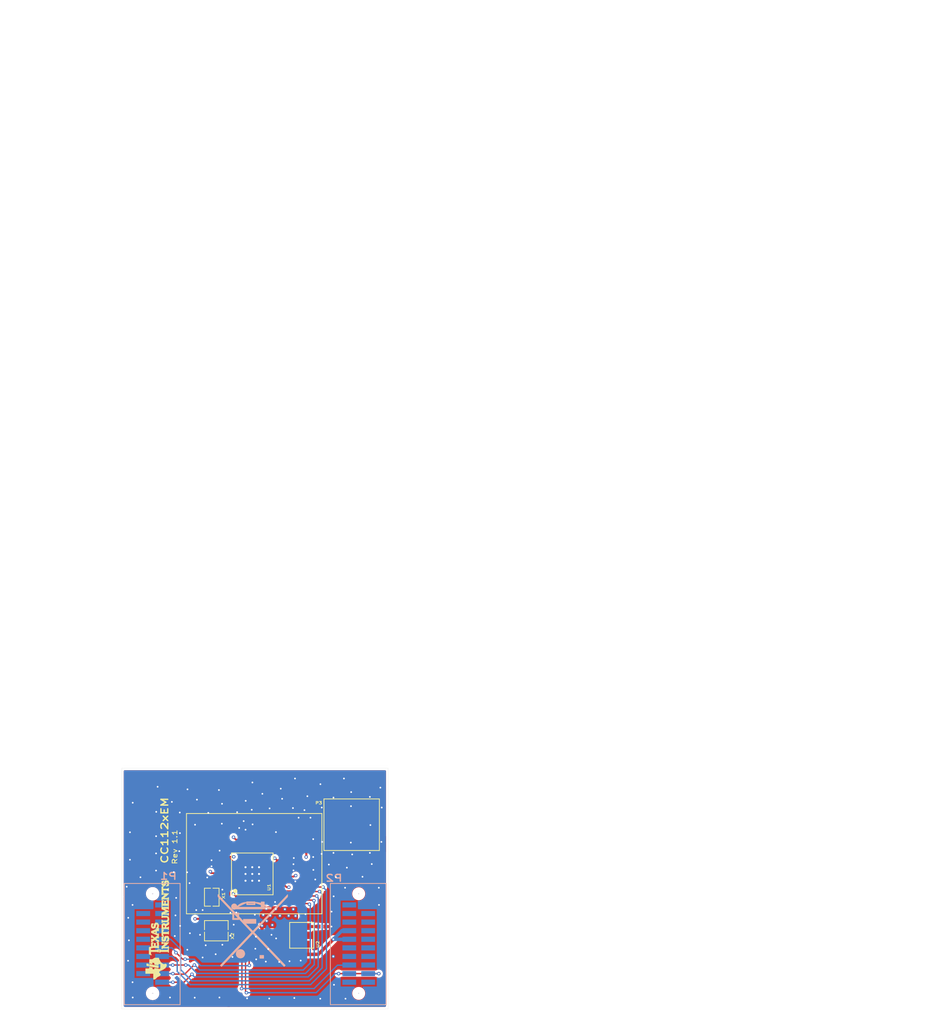
<source format=kicad_pcb>
(kicad_pcb (version 20241229) (generator "pcbnew") (generator_version "9.0")
  (layers (0 "F.Cu" signal "1") (4 "In1.Cu" signal "2") (6 "In2.Cu" signal "3") (2 "B.Cu" signal "4") (13 "F.Paste" user) (15 "B.Paste" user) (5 "F.SilkS" user "F.Silkscreen") (7 "B.SilkS" user "B.Silkscreen") (1 "F.Mask" user) (3 "B.Mask" user) (25 "Edge.Cuts" user))
  (property "DESIGN_TITLE" "CC1120 EM for em analysis\r\nCadstar PCB Design")
  (net 0 "")
  (net 1 "VDD_REG")
  (net 2 "AGND")
  (net 3 "Net-(C211-Pad1)")
  (net 4 "Net-(C41-Pad1)")
  (net 5 "Net-(C302-Pad2)")
  (net 6 "Net-(C231-Pad1)")
  (net 7 "Net-(U1-Pad24)")
  (net 8 "GPIO3")
  (net 9 "Net-(P3-Pad1)")
  (net 10 "Net-(R322-Pad1)")
  (net 11 "Net-(R12-Pad2)")
  (net 12 "Net-(L193-Pad2)")
  (net 13 "Net-(L192-Pad2)")
  (net 14 "CSN")
  (net 15 "Net-(C201-Pad1)")
  (net 16 "Net-(U1-Pad17)")
  (net 17 "GPIO0")
  (net 18 "GPIO2")
  (net 19 "MOSI")
  (net 20 "Net-(C176-Pad2)")
  (net 21 "Net-(L193-Pad1)")
  (net 22 "Net-(U1-Pad6)")
  (net 23 "Net-(U1-Pad26)")
  (net 24 "Net-(U1-Pad14)")
  (net 25 "Net-(C322-Pad1)")
  (net 26 "SCLK")
  (net 27 "MISO")
  (net 28 "Net-(L173-Pad1)")
  (net 29 "3V3A")
  (net 30 "Net-(R321-Pad2)")
  (net 31 "RESET")
  (net 32 "Net-(C176-Pad1)")
  (net 33 "Net-(C173-Pad1)")
  (net 34 "Net-(X1-Pad1)")
  (footprint "0402 (REFLOW LF)" (layer "F.Cu") (at 152.99055 97.05975 -90)
    (property "Reference" "L172")
    (property "Value" "L_18N_0402_J_LQW" (hide yes))
  )
  (footprint "0402 (REFLOW LF)" (layer "F.Cu") (at 154.61615 99.47275)
    (property "Reference" "R171")
    (property "Value" "R_22_0402_J" (hide yes))
  )
  (footprint "0402 (REFLOW LF)" (layer "F.Cu") (at 148.2344 96.8883 90)
    (property "Reference" "C201")
    (property "Value" "C_12P_0402_NP0_J_50" (hide yes))
  )
  (footprint "XTAL_SMD_2x1_6 (2.0x1.6mm no paste reduction)" (layer "F.Cu") (at 142.11935 106.27995 90)
    (property "Reference" "X1")
    (property "Value" "X_32.000/10/20/60/10" (hide yes))
  )
  (footprint "0402 (REFLOW LF)" (layer "F.Cu") (at 149.94255 96.8883 -90)
    (property "Reference" "C191")
    (property "Value" "C_12P_0402_NP0_J_50" (hide yes))
  )
  (footprint "0402 (REFLOW LF)" (layer "F.Cu") (at 150.7998 96.8883 -90)
    (property "Reference" "L192")
    (property "Value" "L_82N_0402_J_LQW" (hide yes))
  )
  (footprint "SMA_SMD (Extended)" (layer "F.Cu") (at 162.82035 95.56115)
    (property "Reference" "P3")
    (property "Value" "SMA_SMD" (hide yes))
  )
  (footprint "0402 (REFLOW LF)" (layer "F.Cu") (at 145.24355 98.88855 -90)
    (property "Reference" "C231")
    (property "Value" "C_1N8_0402_U2J_J_10" (hide yes))
  )
  (footprint "0402 (REFLOW LF)" (layer "F.Cu") (at 139.70635 105.18775)
    (property "Reference" "R321")
    (property "Value" "R_0402" (hide yes))
  )
  (footprint "0402 (REFLOW LF)" (layer "F.Cu") (at 154.00655 97.05975 90)
    (property "Reference" "C176")
    (property "Value" "C_12P_0402_NP0_J_50" (hide yes))
  )
  (footprint "0402 (REFLOW LF)" (layer "F.Cu") (at 143.79575 100.26015)
    (property "Reference" "C251")
    (property "Value" "C_47N_0402_X7R_K_25" (hide yes))
  )
  (footprint "0402 (REFLOW LF)" (layer "F.Cu") (at 150.11019 106.99115)
    (property "Reference" "C61")
    (property "Value" "C_220N_0402_X5R_K_10" (hide yes))
  )
  (footprint "QFN32_RHM (DATASHEET)" (layer "F.Cu") (at 146.85899 102.39375 90)
    (property "Reference" "U1")
    (property "Value" "CC112X" (hide yes))
  )
  (footprint "0402 (REFLOW LF)" (layer "F.Cu") (at 153.11755 103.94315 180)
    (property "Reference" "C121")
    (property "Value" "C_47N_0402_X7R_K_25" (hide yes))
  )
  (footprint "0402 (REFLOW LF)" (layer "F.Cu") (at 152.50795 98.50755 180)
    (property "Reference" "C174")
    (property "Value" "C_82P_0402_NP0_J_50" (hide yes))
  )
  (footprint "SOT23-5" (layer "F.Cu") (at 155.42895 111.91875)
    (property "Reference" "U2")
    (property "Value" "TPS79930" (hide yes))
  )
  (footprint "0402 (REFLOW LF)" (layer "F.Cu") (at 158.42107 110.62335)
    (property "Reference" "C41")
    (property "Value" "C_10N_0402_X7R_K_25" (hide yes))
  )
  (footprint "0402 (REFLOW LF)" (layer "F.Cu") (at 142.14475 108.18495)
    (property "Reference" "C311")
    (property "Value" "C_15P_0402_NP0_J_50" (hide yes))
  )
  (footprint "FIDUCAL_MARK" (layer "F.Cu") (at 164.65677 88.93175)
    (property "Reference" "FM3")
    (property "Value" "FIDUCIAL_MARK" (hide yes))
  )
  (footprint "0402 (REFLOW LF)" (layer "F.Cu") (at 150.01875 95.35795 180)
    (property "Reference" "L193")
    (property "Value" "L_39N_0402_J_LQW" (hide yes))
  )
  (footprint "FIDUCAL_MARK" (layer "F.Cu") (at 131.34975 89.64295)
    (property "Reference" "FM1")
    (property "Value" "FIDUCIAL_MARK" (hide yes))
  )
  (footprint "TCXO_TG_5021CG (2.5x2mm)" (layer "F.Cu") (at 142.77975 111.25835)
    (property "Reference" "X2")
    (property "Value" "TG_5021CG" (hide yes))
  )
  (footprint "0402 (REFLOW LF)" (layer "F.Cu") (at 148.35251 107.40771 90)
    (property "Reference" "C51")
    (property "Value" "C_47N_0402_X7R_K_25" (hide yes))
  )
  (footprint "0402 (REFLOW LF)" (layer "F.Cu") (at 152.8191 102.54615 180)
    (property "Reference" "C131")
    (property "Value" "C_47N_0402_X7R_K_25" (hide yes))
  )
  (footprint "0402 (REFLOW LF)" (layer "F.Cu") (at 149.479 98.38055 180)
    (property "Reference" "L191")
    (property "Value" "L_150N_0402_J" (hide yes))
  )
  (footprint "0402 (REFLOW LF)" (layer "F.Cu") (at 140.21435 104.24795)
    (property "Reference" "C291")
    (property "Value" "C_47N_0402_X7R_K_25" (hide yes))
  )
  (footprint "0402 (REFLOW LF)" (layer "F.Cu") (at 152.43175 95.56115)
    (property "Reference" "C181")
    (property "Value" "C_12P_0402_NP0_J_50" (hide yes))
  )
  (footprint "0402 (REFLOW LF)" (layer "F.Cu") (at 139.52855 106.63555 90)
    (property "Reference" "C302")
    (property "Value" "C_0402" (hide yes))
  )
  (footprint "0402 (REFLOW LF)" (layer "F.Cu") (at 144.631 107.1387 90)
    (property "Reference" "R12")
    (property "Value" "R_0_0402" (hide yes))
  )
  (footprint "0402 (REFLOW LF)" (layer "F.Cu") (at 156.62275 98.55835)
    (property "Reference" "C171")
    (property "Value" "C_10N_0402_X7R_K_25" (hide yes))
  )
  (footprint "0402 (REFLOW LF)" (layer "F.Cu") (at 140.44295 106.63555 90)
    (property "Reference" "C301")
    (property "Value" "C_15P_0402_NP0_J_50" (hide yes))
  )
  (footprint "0402 (REFLOW LF)" (layer "F.Cu") (at 143.46555 101.17455)
    (property "Reference" "C261")
    (property "Value" "C_47N_0402_X7R_K_25" (hide yes))
  )
  (footprint "0402 (REFLOW LF)" (layer "F.Cu") (at 152.82545 100.81895 180)
    (property "Reference" "C151")
    (property "Value" "C_47N_0402_X7R_K_25" (hide yes))
  )
  (footprint "0402 (REFLOW LF)" (layer "F.Cu") (at 154.38755 95.56115 180)
    (property "Reference" "L173")
    (property "Value" "L_100N_0402_J_LQW" (hide yes))
  )
  (footprint "0402 (REFLOW LF)" (layer "F.Cu") (at 157.28315 95.56115 180)
    (property "Reference" "L174")
    (property "Value" "L_68N_0402_J_LQW" (hide yes))
  )
  (footprint "0603 (REFLOW)" (layer "F.Cu") (at 152.76195 111.51235 -90)
    (property "Reference" "C52")
    (property "Value" "C_2U2_0603_X5R_K_10" (hide yes))
  )
  (footprint "0402 (REFLOW LF)" (layer "F.Cu") (at 142.83055 103.35895)
    (property "Reference" "C281")
    (property "Value" "C_47N_0402_X7R_K_25" (hide yes))
  )
  (footprint "0402 (REFLOW LF)" (layer "F.Cu") (at 156.62275 99.47275)
    (property "Reference" "C172")
    (property "Value" "C_100P_0402_NP0_J_50" (hide yes))
  )
  (footprint "0402 (REFLOW LF)" (layer "F.Cu") (at 143.73479 108.70057 90)
    (property "Reference" "C322")
    (property "Value" "C_22P_0402_NP0_J_50" (hide yes))
  )
  (footprint "0402 (REFLOW LF)" (layer "F.Cu") (at 151.00935 115.27155 -90)
    (property "Reference" "C53")
    (property "Value" "C_0402" (hide yes))
  )
  (footprint "0402 (REFLOW LF)" (layer "F.Cu") (at 152.45715 114.73815 180)
    (property "Reference" "L1")
    (property "Value" "L_BEAD_102_0402" (hide yes))
  )
  (footprint "0402 (REFLOW LF)" (layer "F.Cu") (at 145.75155 107.16895 90)
    (property "Reference" "C11")
    (property "Value" "C_47N_0402_X7R_K_25" (hide yes))
  )
  (footprint "0402 (REFLOW LF)" (layer "F.Cu") (at 157.27807 96.44761)
    (property "Reference" "C177")
    (property "Value" "C_1P2_0402_NP0_B_50" (hide yes))
  )
  (footprint "FIDUCAL_MARK" (layer "F.Cu") (at 166.3255 120.88495)
    (property "Reference" "FM2")
    (property "Value" "FIDUCIAL_MARK" (hide yes))
  )
  (footprint "0402 (REFLOW LF)" (layer "F.Cu") (at 147.14855 97.66935 90)
    (property "Reference" "C211")
    (property "Value" "C_10N_0402_X7R_K_25" (hide yes))
  )
  (footprint "0402 (REFLOW LF)" (layer "F.Cu") (at 152.05075 99.52355)
    (property "Reference" "L171")
    (property "Value" "L_220N_0402_J" (hide yes))
  )
  (footprint "0402 (REFLOW LF)" (layer "F.Cu") (at 152.8191 101.68255)
    (property "Reference" "R141")
    (property "Value" "R_56K_0402_F" (hide yes))
  )
  (footprint "0402 (REFLOW LF)" (layer "F.Cu") (at 149.0853 96.8883 -90)
    (property "Reference" "L201")
    (property "Value" "L_82N_0402_J_LQW" (hide yes))
  )
  (footprint "0402 (REFLOW LF)" (layer "F.Cu") (at 155.83535 95.02775 90)
    (property "Reference" "C175")
    (property "Value" "C_15P_0402_NP0_J_50" (hide yes))
  )
  (footprint "0402 (REFLOW LF)" (layer "F.Cu") (at 146.20875 97.41545 90)
    (property "Reference" "C221")
    (property "Value" "C_47N_0402_X7R_K_25" (hide yes))
  )
  (footprint "0402 (REFLOW LF)" (layer "F.Cu") (at 154.47645 115.27155 -90)
    (property "Reference" "C12")
    (property "Value" "C_100N_0402_X5R_K_10" (hide yes))
  )
  (footprint "0402 (REFLOW LF)" (layer "F.Cu") (at 140.51915 109.98835 90)
    (property "Reference" "R322")
    (property "Value" "R_0_0402" (hide yes))
  )
  (footprint "0402 (REFLOW LF)" (layer "F.Cu") (at 142.27175 109.25175 180)
    (property "Reference" "C321")
    (property "Value" "C_100N_0402_X5R_K_10" (hide yes))
  )
  (footprint "0402 (REFLOW LF)" (layer "F.Cu") (at 154.61615 98.55835)
    (property "Reference" "C173")
    (property "Value" "C_100P_0402_NP0_J_50" (hide yes))
  )
  (footprint "0402 (REFLOW LF)" (layer "F.Cu") (at 143.46555 102.08895)
    (property "Reference" "C271")
    (property "Value" "C_47N_0402_X7R_K_25" (hide yes))
  )
  (footprint "SFM SMD Socket 2x10" (layer "B.Cu") (at 131.98475 107.42295)
    (property "Reference" "P1")
    (property "Value" "SMD_SOCKET_2X10" (hide yes))
  )
  (footprint "SFM SMD Socket 2x10" (layer "B.Cu") (at 162.46475 107.42295)
    (property "Reference" "P2")
    (property "Value" "SMD_SOCKET_2X10" (hide yes))
  )
  (gr_poly (pts (xy 133.12902 114.624274) (xy 132.856394 114.624274) (xy 132.856394 114.563314) (xy 133.12902 114.563314)) (stroke (width 0.0254)) (fill yes) (layer "F.SilkS"))
  (gr_poly (pts (xy 134.928188 110.70844) (xy 134.708478 110.70844) (xy 134.708478 110.64748) (xy 134.928188 110.64748)) (stroke (width 0.0254)) (fill yes) (layer "F.SilkS"))
  (gr_poly (pts (xy 133.340688 116.793858) (xy 132.90931 116.793858) (xy 132.90931 116.732898) (xy 133.340688 116.732898)) (stroke (width 0.0254)) (fill yes) (layer "F.SilkS"))
  (gr_poly (pts (xy 135.774854 110.86719) (xy 134.708478 110.86719) (xy 134.708478 110.80623) (xy 135.774854 110.80623)) (stroke (width 0.0254)) (fill yes) (layer "F.SilkS"))
  (gr_poly (pts (xy 133.234854 114.83594) (xy 133.06806 114.83594) (xy 133.06806 114.77498) (xy 133.234854 114.77498)) (stroke (width 0.0254)) (fill yes) (layer "F.SilkS"))
  (gr_poly (pts (xy 133.92277 112.507608) (xy 133.38556 112.507608) (xy 133.38556 112.446648) (xy 133.92277 112.446648)) (stroke (width 0.0254)) (fill yes) (layer "F.SilkS"))
  (gr_poly (pts (xy 133.44652 110.70844) (xy 133.173894 110.70844) (xy 133.173894 110.64748) (xy 133.44652 110.64748)) (stroke (width 0.0254)) (fill yes) (layer "F.SilkS"))
  (gr_poly (pts (xy 134.928188 110.655524) (xy 134.708478 110.655524) (xy 134.708478 110.594564) (xy 134.928188 110.594564)) (stroke (width 0.0254)) (fill yes) (layer "F.SilkS"))
  (gr_poly (pts (xy 134.346104 117.323024) (xy 132.327228 117.323024) (xy 132.327228 117.262064) (xy 134.346104 117.262064)) (stroke (width 0.0254)) (fill yes) (layer "F.SilkS"))
  (gr_poly (pts (xy 134.928188 112.401774) (xy 134.708478 112.401774) (xy 134.708478 112.340814) (xy 134.928188 112.340814)) (stroke (width 0.0254)) (fill yes) (layer "F.SilkS"))
  (gr_poly (pts (xy 134.981104 105.575524) (xy 134.708478 105.575524) (xy 134.708478 105.514564) (xy 134.981104 105.514564)) (stroke (width 0.0254)) (fill yes) (layer "F.SilkS"))
  (gr_poly (pts (xy 135.721938 105.840108) (xy 134.708478 105.840108) (xy 134.708478 105.779148) (xy 135.721938 105.779148)) (stroke (width 0.0254)) (fill yes) (layer "F.SilkS"))
  (gr_poly (pts (xy 135.03402 105.62844) (xy 134.81431 105.62844) (xy 134.81431 105.56748) (xy 135.03402 105.56748)) (stroke (width 0.0254)) (fill yes) (layer "F.SilkS"))
  (gr_poly (pts (xy 135.774854 105.046358) (xy 135.60806 105.046358) (xy 135.60806 104.985398) (xy 135.774854 104.985398)) (stroke (width 0.0254)) (fill yes) (layer "F.SilkS"))
  (gr_poly (pts (xy 135.404438 116.58219) (xy 134.549728 116.58219) (xy 134.549728 116.52123) (xy 135.404438 116.52123)) (stroke (width 0.0254)) (fill yes) (layer "F.SilkS"))
  (gr_poly (pts (xy 134.293188 113.460108) (xy 134.073478 113.460108) (xy 134.073478 113.399148) (xy 134.293188 113.399148)) (stroke (width 0.0254)) (fill yes) (layer "F.SilkS"))
  (gr_poly (pts (xy 133.92277 118.275524) (xy 133.491394 118.275524) (xy 133.491394 118.214564) (xy 133.92277 118.214564)) (stroke (width 0.0254)) (fill yes) (layer "F.SilkS"))
  (gr_poly (pts (xy 135.774854 107.85094) (xy 134.708478 107.85094) (xy 134.708478 107.78998) (xy 135.774854 107.78998)) (stroke (width 0.0254)) (fill yes) (layer "F.SilkS"))
  (gr_poly (pts (xy 133.393604 113.460108) (xy 133.173894 113.460108) (xy 133.173894 113.399148) (xy 133.393604 113.399148)) (stroke (width 0.0254)) (fill yes) (layer "F.SilkS"))
  (gr_poly (pts (xy 135.774854 114.306774) (xy 134.390978 114.306774) (xy 134.390978 114.245814) (xy 135.774854 114.245814)) (stroke (width 0.0254)) (fill yes) (layer "F.SilkS"))
  (gr_poly (pts (xy 135.82777 109.491358) (xy 135.60806 109.491358) (xy 135.60806 109.430398) (xy 135.82777 109.430398)) (stroke (width 0.0254)) (fill yes) (layer "F.SilkS"))
  (gr_poly (pts (xy 134.451938 115.682608) (xy 132.90931 115.682608) (xy 132.90931 115.621648) (xy 134.451938 115.621648)) (stroke (width 0.0254)) (fill yes) (layer "F.SilkS"))
  (gr_poly (pts (xy 135.774854 110.973024) (xy 134.708478 110.973024) (xy 134.708478 110.912064) (xy 135.774854 110.912064)) (stroke (width 0.0254)) (fill yes) (layer "F.SilkS"))
  (gr_poly (pts (xy 135.298604 113.460108) (xy 134.920144 113.460108) (xy 134.920144 113.399148) (xy 135.298604 113.399148)) (stroke (width 0.0254)) (fill yes) (layer "F.SilkS"))
  (gr_poly (pts (xy 134.028604 112.401774) (xy 133.54431 112.401774) (xy 133.54431 112.340814) (xy 134.028604 112.340814)) (stroke (width 0.0254)) (fill yes) (layer "F.SilkS"))
  (gr_poly (pts (xy 135.774854 113.72469) (xy 134.708478 113.72469) (xy 134.708478 113.66373) (xy 135.774854 113.66373)) (stroke (width 0.0254)) (fill yes) (layer "F.SilkS"))
  (gr_poly (pts (xy 135.82777 104.305524) (xy 135.60806 104.305524) (xy 135.60806 104.244564) (xy 135.82777 104.244564)) (stroke (width 0.0254)) (fill yes) (layer "F.SilkS"))
  (gr_poly (pts (xy 133.181938 113.671774) (xy 132.962228 113.671774) (xy 132.962228 113.610814) (xy 133.181938 113.610814)) (stroke (width 0.0254)) (fill yes) (layer "F.SilkS"))
  (gr_poly (pts (xy 133.816938 113.40719) (xy 133.597228 113.40719) (xy 133.597228 113.34623) (xy 133.816938 113.34623)) (stroke (width 0.0254)) (fill yes) (layer "F.SilkS"))
  (gr_poly (pts (xy 135.774854 104.99344) (xy 135.660978 104.99344) (xy 135.660978 104.93248) (xy 135.774854 104.93248)) (stroke (width 0.0254)) (fill yes) (layer "F.SilkS"))
  (gr_poly (pts (xy 135.774854 110.920108) (xy 134.708478 110.920108) (xy 134.708478 110.859148) (xy 135.774854 110.859148)) (stroke (width 0.0254)) (fill yes) (layer "F.SilkS"))
  (gr_poly (pts (xy 134.293188 113.24844) (xy 134.073478 113.24844) (xy 134.073478 113.18748) (xy 134.293188 113.18748)) (stroke (width 0.0254)) (fill yes) (layer "F.SilkS"))
  (gr_poly (pts (xy 134.610688 115.94719) (xy 132.90931 115.94719) (xy 132.90931 115.88623) (xy 134.610688 115.88623)) (stroke (width 0.0254)) (fill yes) (layer "F.SilkS"))
  (gr_poly (pts (xy 133.12902 113.936358) (xy 132.856394 113.936358) (xy 132.856394 113.875398) (xy 133.12902 113.875398)) (stroke (width 0.0254)) (fill yes) (layer "F.SilkS"))
  (gr_poly (pts (xy 135.774854 114.253858) (xy 134.390978 114.253858) (xy 134.390978 114.192898) (xy 135.774854 114.192898)) (stroke (width 0.0254)) (fill yes) (layer "F.SilkS"))
  (gr_poly (pts (xy 134.55777 117.799274) (xy 133.491394 117.799274) (xy 133.491394 117.738314) (xy 134.55777 117.738314)) (stroke (width 0.0254)) (fill yes) (layer "F.SilkS"))
  (gr_poly (pts (xy 135.66902 113.142608) (xy 134.708478 113.142608) (xy 134.708478 113.081648) (xy 135.66902 113.081648)) (stroke (width 0.0254)) (fill yes) (layer "F.SilkS"))
  (gr_poly (pts (xy 135.35152 112.507608) (xy 135.078894 112.507608) (xy 135.078894 112.446648) (xy 135.35152 112.446648)) (stroke (width 0.0254)) (fill yes) (layer "F.SilkS"))
  (gr_poly (pts (xy 134.028604 111.713858) (xy 133.54431 111.713858) (xy 133.54431 111.652898) (xy 134.028604 111.652898)) (stroke (width 0.0254)) (fill yes) (layer "F.SilkS"))
  (gr_poly (pts (xy 134.293188 113.142608) (xy 134.073478 113.142608) (xy 134.073478 113.081648) (xy 134.293188 113.081648)) (stroke (width 0.0254)) (fill yes) (layer "F.SilkS"))
  (gr_poly (pts (xy 133.816938 113.354274) (xy 133.597228 113.354274) (xy 133.597228 113.293314) (xy 133.816938 113.293314)) (stroke (width 0.0254)) (fill yes) (layer "F.SilkS"))
  (gr_poly (pts (xy 135.82777 112.45469) (xy 135.60806 112.45469) (xy 135.60806 112.39373) (xy 135.82777 112.39373)) (stroke (width 0.0254)) (fill yes) (layer "F.SilkS"))
  (gr_poly (pts (xy 135.404438 104.093858) (xy 135.13181 104.093858) (xy 135.13181 104.032898) (xy 135.404438 104.032898)) (stroke (width 0.0254)) (fill yes) (layer "F.SilkS"))
  (gr_poly (pts (xy 135.51027 113.301358) (xy 135.078894 113.301358) (xy 135.078894 113.240398) (xy 135.51027 113.240398)) (stroke (width 0.0254)) (fill yes) (layer "F.SilkS"))
  (gr_poly (pts (xy 135.774854 113.777608) (xy 134.708478 113.777608) (xy 134.708478 113.716648) (xy 135.774854 113.716648)) (stroke (width 0.0254)) (fill yes) (layer "F.SilkS"))
  (gr_poly (pts (xy 135.774854 112.348858) (xy 135.555144 112.348858) (xy 135.555144 112.287898) (xy 135.774854 112.287898)) (stroke (width 0.0254)) (fill yes) (layer "F.SilkS"))
  (gr_poly (pts (xy 134.293188 111.02594) (xy 133.967644 111.02594) (xy 133.967644 110.96498) (xy 134.293188 110.96498)) (stroke (width 0.0254)) (fill yes) (layer "F.SilkS"))
  (gr_poly (pts (xy 134.346104 115.418024) (xy 133.491394 115.418024) (xy 133.491394 115.357064) (xy 134.346104 115.357064)) (stroke (width 0.0254)) (fill yes) (layer "F.SilkS"))
  (gr_poly (pts (xy 134.293188 110.602608) (xy 134.073478 110.602608) (xy 134.073478 110.541648) (xy 134.293188 110.541648)) (stroke (width 0.0254)) (fill yes) (layer "F.SilkS"))
  (gr_poly (pts (xy 133.92277 112.45469) (xy 133.491394 112.45469) (xy 133.491394 112.39373) (xy 133.92277 112.39373)) (stroke (width 0.0254)) (fill yes) (layer "F.SilkS"))
  (gr_line (start 158.41345 93.90761) (end 138.38809 93.90761) (stroke (width 0.127)) (layer "F.SilkS"))
  (gr_poly (pts (xy 133.76402 110.814274) (xy 133.22681 110.814274) (xy 133.22681 110.753314) (xy 133.76402 110.753314)) (stroke (width 0.0254)) (fill yes) (layer "F.SilkS"))
  (gr_poly (pts (xy 133.12902 114.730108) (xy 132.856394 114.730108) (xy 132.856394 114.669148) (xy 133.12902 114.669148)) (stroke (width 0.0254)) (fill yes) (layer "F.SilkS"))
  (gr_poly (pts (xy 133.340688 116.10594) (xy 132.90931 116.10594) (xy 132.90931 116.04498) (xy 133.340688 116.04498)) (stroke (width 0.0254)) (fill yes) (layer "F.SilkS"))
  (gr_poly (pts (xy 134.293188 112.243024) (xy 133.755978 112.243024) (xy 133.755978 112.182064) (xy 134.293188 112.182064)) (stroke (width 0.0254)) (fill yes) (layer "F.SilkS"))
  (gr_poly (pts (xy 134.928188 106.951358) (xy 134.708478 106.951358) (xy 134.708478 106.890398) (xy 134.928188 106.890398)) (stroke (width 0.0254)) (fill yes) (layer "F.SilkS"))
  (gr_poly (pts (xy 134.293188 112.719274) (xy 133.914728 112.719274) (xy 133.914728 112.658314) (xy 134.293188 112.658314)) (stroke (width 0.0254)) (fill yes) (layer "F.SilkS"))
  (gr_poly (pts (xy 135.774854 107.53344) (xy 134.708478 107.53344) (xy 134.708478 107.47248) (xy 135.774854 107.47248)) (stroke (width 0.0254)) (fill yes) (layer "F.SilkS"))
  (gr_poly (pts (xy 135.82777 110.126358) (xy 135.60806 110.126358) (xy 135.60806 110.065398) (xy 135.82777 110.065398)) (stroke (width 0.0254)) (fill yes) (layer "F.SilkS"))
  (gr_poly (pts (xy 134.293188 111.97844) (xy 134.126394 111.97844) (xy 134.126394 111.91748) (xy 134.293188 111.91748)) (stroke (width 0.0254)) (fill yes) (layer "F.SilkS"))
  (gr_poly (pts (xy 135.51027 104.67594) (xy 135.396394 104.67594) (xy 135.396394 104.61498) (xy 135.51027 104.61498)) (stroke (width 0.0254)) (fill yes) (layer "F.SilkS"))
  (gr_poly (pts (xy 135.774854 107.745108) (xy 135.660978 107.745108) (xy 135.660978 107.684148) (xy 135.774854 107.684148)) (stroke (width 0.0254)) (fill yes) (layer "F.SilkS"))
  (gr_poly (pts (xy 135.774854 105.31094) (xy 135.60806 105.31094) (xy 135.60806 105.24998) (xy 135.774854 105.24998)) (stroke (width 0.0254)) (fill yes) (layer "F.SilkS"))
  (gr_poly (pts (xy 133.181938 114.783024) (xy 132.90931 114.783024) (xy 132.90931 114.722064) (xy 133.181938 114.722064)) (stroke (width 0.0254)) (fill yes) (layer "F.SilkS"))
  (gr_poly (pts (xy 135.298604 110.338024) (xy 134.761394 110.338024) (xy 134.761394 110.277064) (xy 135.298604 110.277064)) (stroke (width 0.0254)) (fill yes) (layer "F.SilkS"))
  (gr_poly (pts (xy 135.404438 104.146774) (xy 135.078894 104.146774) (xy 135.078894 104.085814) (xy 135.404438 104.085814)) (stroke (width 0.0254)) (fill yes) (layer "F.SilkS"))
  (gr_poly (pts (xy 134.928188 104.146774) (xy 134.708478 104.146774) (xy 134.708478 104.085814) (xy 134.928188 104.085814)) (stroke (width 0.0254)) (fill yes) (layer "F.SilkS"))
  (gr_poly (pts (xy 135.404438 110.602608) (xy 135.184728 110.602608) (xy 135.184728 110.541648) (xy 135.404438 110.541648)) (stroke (width 0.0254)) (fill yes) (layer "F.SilkS"))
  (gr_poly (pts (xy 133.869854 113.142608) (xy 133.54431 113.142608) (xy 133.54431 113.081648) (xy 133.869854 113.081648)) (stroke (width 0.0254)) (fill yes) (layer "F.SilkS"))
  (gr_poly (pts (xy 134.293188 113.56594) (xy 133.173894 113.56594) (xy 133.173894 113.50498) (xy 134.293188 113.50498)) (stroke (width 0.0254)) (fill yes) (layer "F.SilkS"))
  (gr_poly (pts (xy 134.928188 112.348858) (xy 134.708478 112.348858) (xy 134.708478 112.287898) (xy 134.928188 112.287898)) (stroke (width 0.0254)) (fill yes) (layer "F.SilkS"))
  (gr_poly (pts (xy 135.139854 108.062608) (xy 134.708478 108.062608) (xy 134.708478 108.001648) (xy 135.139854 108.001648)) (stroke (width 0.0254)) (fill yes) (layer "F.SilkS"))
  (gr_poly (pts (xy 135.66902 109.173858) (xy 134.708478 109.173858) (xy 134.708478 109.112898) (xy 135.66902 109.112898)) (stroke (width 0.0254)) (fill yes) (layer "F.SilkS"))
  (gr_poly (pts (xy 134.504854 115.841358) (xy 132.90931 115.841358) (xy 132.90931 115.780398) (xy 134.504854 115.780398)) (stroke (width 0.0254)) (fill yes) (layer "F.SilkS"))
  (gr_poly (pts (xy 135.774854 112.29594) (xy 135.555144 112.29594) (xy 135.555144 112.23498) (xy 135.774854 112.23498)) (stroke (width 0.0254)) (fill yes) (layer "F.SilkS"))
  (gr_poly (pts (xy 134.293188 110.496774) (xy 134.073478 110.496774) (xy 134.073478 110.435814) (xy 134.293188 110.435814)) (stroke (width 0.0254)) (fill yes) (layer "F.SilkS"))
  (gr_poly (pts (xy 135.245688 108.64469) (xy 134.708478 108.64469) (xy 134.708478 108.58373) (xy 135.245688 108.58373)) (stroke (width 0.0254)) (fill yes) (layer "F.SilkS"))
  (gr_poly (pts (xy 134.24027 116.58219) (xy 133.173894 116.58219) (xy 133.173894 116.52123) (xy 134.24027 116.52123)) (stroke (width 0.0254)) (fill yes) (layer "F.SilkS"))
  (gr_poly (pts (xy 135.774854 114.095108) (xy 135.60806 114.095108) (xy 135.60806 114.034148) (xy 135.774854 114.034148)) (stroke (width 0.0254)) (fill yes) (layer "F.SilkS"))
  (gr_poly (pts (xy 134.24027 110.86719) (xy 133.914728 110.86719) (xy 133.914728 110.80623) (xy 134.24027 110.80623)) (stroke (width 0.0254)) (fill yes) (layer "F.SilkS"))
  (gr_poly (pts (xy 135.774854 105.78719) (xy 134.708478 105.78719) (xy 134.708478 105.72623) (xy 135.774854 105.72623)) (stroke (width 0.0254)) (fill yes) (layer "F.SilkS"))
  (gr_poly (pts (xy 133.28777 112.507608) (xy 133.173894 112.507608) (xy 133.173894 112.446648) (xy 133.28777 112.446648)) (stroke (width 0.0254)) (fill yes) (layer "F.SilkS"))
  (gr_poly (pts (xy 134.981104 104.781774) (xy 134.708478 104.781774) (xy 134.708478 104.720814) (xy 134.981104 104.720814)) (stroke (width 0.0254)) (fill yes) (layer "F.SilkS"))
  (gr_poly (pts (xy 134.293188 111.078858) (xy 133.86181 111.078858) (xy 133.86181 111.017898) (xy 134.293188 111.017898)) (stroke (width 0.0254)) (fill yes) (layer "F.SilkS"))
  (gr_poly (pts (xy 134.928188 107.05719) (xy 134.708478 107.05719) (xy 134.708478 106.99623) (xy 134.928188 106.99623)) (stroke (width 0.0254)) (fill yes) (layer "F.SilkS"))
  (gr_poly (pts (xy 134.293188 111.925524) (xy 134.073478 111.925524) (xy 134.073478 111.864564) (xy 134.293188 111.864564)) (stroke (width 0.0254)) (fill yes) (layer "F.SilkS"))
  (gr_poly (pts (xy 134.822354 107.745108) (xy 134.708478 107.745108) (xy 134.708478 107.684148) (xy 134.822354 107.684148)) (stroke (width 0.0254)) (fill yes) (layer "F.SilkS"))
  (gr_poly (pts (xy 135.774854 112.61344) (xy 135.555144 112.61344) (xy 135.555144 112.55248) (xy 135.774854 112.55248)) (stroke (width 0.0254)) (fill yes) (layer "F.SilkS"))
  (gr_poly (pts (xy 133.393604 110.602608) (xy 133.173894 110.602608) (xy 133.173894 110.541648) (xy 133.393604 110.541648)) (stroke (width 0.0254)) (fill yes) (layer "F.SilkS"))
  (gr_poly (pts (xy 133.393604 110.496774) (xy 133.173894 110.496774) (xy 133.173894 110.435814) (xy 133.393604 110.435814)) (stroke (width 0.0254)) (fill yes) (layer "F.SilkS"))
  (gr_poly (pts (xy 135.774854 111.396358) (xy 135.660978 111.396358) (xy 135.660978 111.335398) (xy 135.774854 111.335398)) (stroke (width 0.0254)) (fill yes) (layer "F.SilkS"))
  (gr_poly (pts (xy 134.504854 117.21719) (xy 132.327228 117.21719) (xy 132.327228 117.15623) (xy 134.504854 117.15623)) (stroke (width 0.0254)) (fill yes) (layer "F.SilkS"))
  (gr_poly (pts (xy 134.293188 114.306774) (xy 132.856394 114.306774) (xy 132.856394 114.245814) (xy 134.293188 114.245814)) (stroke (width 0.0254)) (fill yes) (layer "F.SilkS"))
  (gr_poly (pts (xy 135.774854 108.697608) (xy 135.660978 108.697608) (xy 135.660978 108.636648) (xy 135.774854 108.636648)) (stroke (width 0.0254)) (fill yes) (layer "F.SilkS"))
  (gr_poly (pts (xy 134.293188 112.348858) (xy 134.126394 112.348858) (xy 134.126394 112.287898) (xy 134.293188 112.287898)) (stroke (width 0.0254)) (fill yes) (layer "F.SilkS"))
  (gr_poly (pts (xy 133.658188 112.666358) (xy 133.173894 112.666358) (xy 133.173894 112.605398) (xy 133.658188 112.605398)) (stroke (width 0.0254)) (fill yes) (layer "F.SilkS"))
  (gr_poly (pts (xy 134.822354 105.94594) (xy 134.708478 105.94594) (xy 134.708478 105.88498) (xy 134.822354 105.88498)) (stroke (width 0.0254)) (fill yes) (layer "F.SilkS"))
  (gr_poly (pts (xy 135.404438 108.591774) (xy 134.761394 108.591774) (xy 134.761394 108.530814) (xy 135.404438 108.530814)) (stroke (width 0.0254)) (fill yes) (layer "F.SilkS"))
  (gr_poly (pts (xy 134.24027 110.761358) (xy 134.02056 110.761358) (xy 134.02056 110.700398) (xy 134.24027 110.700398)) (stroke (width 0.0254)) (fill yes) (layer "F.SilkS"))
  (gr_poly (pts (xy 135.82777 108.380108) (xy 135.237644 108.380108) (xy 135.237644 108.319148) (xy 135.82777 108.319148)) (stroke (width 0.0254)) (fill yes) (layer "F.SilkS"))
  (gr_poly (pts (xy 134.822354 113.936358) (xy 134.708478 113.936358) (xy 134.708478 113.875398) (xy 134.822354 113.875398)) (stroke (width 0.0254)) (fill yes) (layer "F.SilkS"))
  (gr_poly (pts (xy 134.981104 104.04094) (xy 134.708478 104.04094) (xy 134.708478 103.97998) (xy 134.981104 103.97998)) (stroke (width 0.0254)) (fill yes) (layer "F.SilkS"))
  (gr_poly (pts (xy 135.774854 106.369274) (xy 135.660978 106.369274) (xy 135.660978 106.308314) (xy 135.774854 106.308314)) (stroke (width 0.0254)) (fill yes) (layer "F.SilkS"))
  (gr_poly (pts (xy 135.03402 111.131774) (xy 134.867228 111.131774) (xy 134.867228 111.070814) (xy 135.03402 111.070814)) (stroke (width 0.0254)) (fill yes) (layer "F.SilkS"))
  (gr_poly (pts (xy 135.35152 110.70844) (xy 135.184728 110.70844) (xy 135.184728 110.64748) (xy 135.35152 110.64748)) (stroke (width 0.0254)) (fill yes) (layer "F.SilkS"))
  (gr_poly (pts (xy 135.774854 113.618858) (xy 135.660978 113.618858) (xy 135.660978 113.557898) (xy 135.774854 113.557898)) (stroke (width 0.0254)) (fill yes) (layer "F.SilkS"))
  (gr_poly (pts (xy 134.24027 110.338024) (xy 134.02056 110.338024) (xy 134.02056 110.277064) (xy 134.24027 110.277064)) (stroke (width 0.0254)) (fill yes) (layer "F.SilkS"))
  (gr_poly (pts (xy 134.928188 105.522608) (xy 134.708478 105.522608) (xy 134.708478 105.461648) (xy 134.928188 105.461648)) (stroke (width 0.0254)) (fill yes) (layer "F.SilkS"))
  (gr_poly (pts (xy 135.774854 104.04094) (xy 135.13181 104.04094) (xy 135.13181 103.97998) (xy 135.774854 103.97998)) (stroke (width 0.0254)) (fill yes) (layer "F.SilkS"))
  (gr_poly (pts (xy 133.711104 112.61344) (xy 133.173894 112.61344) (xy 133.173894 112.55248) (xy 133.711104 112.55248)) (stroke (width 0.0254)) (fill yes) (layer "F.SilkS"))
  (gr_poly (pts (xy 134.928188 107.004274) (xy 134.708478 107.004274) (xy 134.708478 106.943314) (xy 134.928188 106.943314)) (stroke (width 0.0254)) (fill yes) (layer "F.SilkS"))
  (gr_poly (pts (xy 135.774854 107.05719) (xy 135.60806 107.05719) (xy 135.60806 106.99623) (xy 135.774854 106.99623)) (stroke (width 0.0254)) (fill yes) (layer "F.SilkS"))
  (gr_poly (pts (xy 133.499438 112.13719) (xy 133.173894 112.13719) (xy 133.173894 112.07623) (xy 133.499438 112.07623)) (stroke (width 0.0254)) (fill yes) (layer "F.SilkS"))
  (gr_poly (pts (xy 135.721938 108.32719) (xy 135.29056 108.32719) (xy 135.29056 108.26623) (xy 135.721938 108.26623)) (stroke (width 0.0254)) (fill yes) (layer "F.SilkS"))
  (gr_poly (pts (xy 134.87527 112.983858) (xy 134.708478 112.983858) (xy 134.708478 112.922898) (xy 134.87527 112.922898)) (stroke (width 0.0254)) (fill yes) (layer "F.SilkS"))
  (gr_poly (pts (xy 134.24027 116.74094) (xy 133.967644 116.74094) (xy 133.967644 116.67998) (xy 134.24027 116.67998)) (stroke (width 0.0254)) (fill yes) (layer "F.SilkS"))
  (gr_poly (pts (xy 135.721938 109.226774) (xy 134.708478 109.226774) (xy 134.708478 109.165814) (xy 135.721938 109.165814)) (stroke (width 0.0254)) (fill yes) (layer "F.SilkS"))
  (gr_poly (pts (xy 133.816938 113.301358) (xy 133.597228 113.301358) (xy 133.597228 113.240398) (xy 133.816938 113.240398)) (stroke (width 0.0254)) (fill yes) (layer "F.SilkS"))
  (gr_poly (pts (xy 134.822354 105.681358) (xy 134.708478 105.681358) (xy 134.708478 105.620398) (xy 134.822354 105.620398)) (stroke (width 0.0254)) (fill yes) (layer "F.SilkS"))
  (gr_poly (pts (xy 132.81152 116.211774) (xy 132.485978 116.211774) (xy 132.485978 116.150814) (xy 132.81152 116.150814)) (stroke (width 0.0254)) (fill yes) (layer "F.SilkS"))
  (gr_poly (pts (xy 134.981104 111.97844) (xy 134.708478 111.97844) (xy 134.708478 111.91748) (xy 134.981104 111.91748)) (stroke (width 0.0254)) (fill yes) (layer "F.SilkS"))
  (gr_poly (pts (xy 132.81152 116.26469) (xy 132.485978 116.26469) (xy 132.485978 116.20373) (xy 132.81152 116.20373)) (stroke (width 0.0254)) (fill yes) (layer "F.SilkS"))
  (gr_poly (pts (xy 132.81152 116.317608) (xy 132.485978 116.317608) (xy 132.485978 116.256648) (xy 132.81152 116.256648)) (stroke (width 0.0254)) (fill yes) (layer "F.SilkS"))
  (gr_poly (pts (xy 135.404438 110.761358) (xy 135.184728 110.761358) (xy 135.184728 110.700398) (xy 135.404438 110.700398)) (stroke (width 0.0254)) (fill yes) (layer "F.SilkS"))
  (gr_poly (pts (xy 134.293188 114.253858) (xy 132.856394 114.253858) (xy 132.856394 114.192898) (xy 134.293188 114.192898)) (stroke (width 0.0254)) (fill yes) (layer "F.SilkS"))
  (gr_poly (pts (xy 134.928188 110.761358) (xy 134.708478 110.761358) (xy 134.708478 110.700398) (xy 134.928188 110.700398)) (stroke (width 0.0254)) (fill yes) (layer "F.SilkS"))
  (gr_poly (pts (xy 134.293188 110.443858) (xy 134.073478 110.443858) (xy 134.073478 110.382898) (xy 134.293188 110.382898)) (stroke (width 0.0254)) (fill yes) (layer "F.SilkS"))
  (gr_poly (pts (xy 134.24027 110.814274) (xy 133.967644 110.814274) (xy 133.967644 110.753314) (xy 134.24027 110.753314)) (stroke (width 0.0254)) (fill yes) (layer "F.SilkS"))
  (gr_poly (pts (xy 135.086938 116.89969) (xy 134.49681 116.89969) (xy 134.49681 116.83873) (xy 135.086938 116.83873)) (stroke (width 0.0254)) (fill yes) (layer "F.SilkS"))
  (gr_poly (pts (xy 134.293188 111.237608) (xy 133.438478 111.237608) (xy 133.438478 111.176648) (xy 134.293188 111.176648)) (stroke (width 0.0254)) (fill yes) (layer "F.SilkS"))
  (gr_poly (pts (xy 135.774854 111.766774) (xy 135.660978 111.766774) (xy 135.660978 111.705814) (xy 135.774854 111.705814)) (stroke (width 0.0254)) (fill yes) (layer "F.SilkS"))
  (gr_poly (pts (xy 134.293188 111.713858) (xy 134.126394 111.713858) (xy 134.126394 111.652898) (xy 134.293188 111.652898)) (stroke (width 0.0254)) (fill yes) (layer "F.SilkS"))
  (gr_poly (pts (xy 135.457354 113.354274) (xy 135.025978 113.354274) (xy 135.025978 113.293314) (xy 135.457354 113.293314)) (stroke (width 0.0254)) (fill yes) (layer "F.SilkS"))
  (gr_poly (pts (xy 134.293188 113.301358) (xy 134.073478 113.301358) (xy 134.073478 113.240398) (xy 134.293188 113.240398)) (stroke (width 0.0254)) (fill yes) (layer "F.SilkS"))
  (gr_poly (pts (xy 134.87527 116.158858) (xy 134.285144 116.158858) (xy 134.285144 116.097898) (xy 134.87527 116.097898)) (stroke (width 0.0254)) (fill yes) (layer "F.SilkS"))
  (gr_poly (pts (xy 135.774854 105.363858) (xy 135.660978 105.363858) (xy 135.660978 105.302898) (xy 135.774854 105.302898)) (stroke (width 0.0254)) (fill yes) (layer "F.SilkS"))
  (gr_poly (pts (xy 134.293188 113.08969) (xy 134.02056 113.08969) (xy 134.02056 113.02873) (xy 134.293188 113.02873)) (stroke (width 0.0254)) (fill yes) (layer "F.SilkS"))
  (gr_poly (pts (xy 133.393604 110.39094) (xy 133.173894 110.39094) (xy 133.173894 110.32998) (xy 133.393604 110.32998)) (stroke (width 0.0254)) (fill yes) (layer "F.SilkS"))
  (gr_poly (pts (xy 135.457354 110.54969) (xy 135.184728 110.54969) (xy 135.184728 110.48873) (xy 135.457354 110.48873)) (stroke (width 0.0254)) (fill yes) (layer "F.SilkS"))
  (gr_poly (pts (xy 135.35152 112.45469) (xy 135.078894 112.45469) (xy 135.078894 112.39373) (xy 135.35152 112.39373)) (stroke (width 0.0254)) (fill yes) (layer "F.SilkS"))
  (gr_poly (pts (xy 135.774854 107.110108) (xy 135.60806 107.110108) (xy 135.60806 107.049148) (xy 135.774854 107.049148)) (stroke (width 0.0254)) (fill yes) (layer "F.SilkS"))
  (gr_poly (pts (xy 134.293188 113.513024) (xy 134.073478 113.513024) (xy 134.073478 113.452064) (xy 134.293188 113.452064)) (stroke (width 0.0254)) (fill yes) (layer "F.SilkS"))
  (gr_poly (pts (xy 134.293188 114.20094) (xy 132.856394 114.20094) (xy 132.856394 114.13998) (xy 134.293188 114.13998)) (stroke (width 0.0254)) (fill yes) (layer "F.SilkS"))
  (gr_poly (pts (xy 133.12902 114.465524) (xy 132.856394 114.465524) (xy 132.856394 114.404564) (xy 133.12902 114.404564)) (stroke (width 0.0254)) (fill yes) (layer "F.SilkS"))
  (gr_poly (pts (xy 133.552354 112.190108) (xy 133.173894 112.190108) (xy 133.173894 112.129148) (xy 133.552354 112.129148)) (stroke (width 0.0254)) (fill yes) (layer "F.SilkS"))
  (gr_poly (pts (xy 134.293188 110.655524) (xy 134.073478 110.655524) (xy 134.073478 110.594564) (xy 134.293188 110.594564)) (stroke (width 0.0254)) (fill yes) (layer "F.SilkS"))
  (gr_poly (pts (xy 134.928188 107.268858) (xy 134.708478 107.268858) (xy 134.708478 107.207898) (xy 134.928188 107.207898)) (stroke (width 0.0254)) (fill yes) (layer "F.SilkS"))
  (gr_poly (pts (xy 134.928188 105.46969) (xy 134.708478 105.46969) (xy 134.708478 105.40873) (xy 134.928188 105.40873)) (stroke (width 0.0254)) (fill yes) (layer "F.SilkS"))
  (gr_poly (pts (xy 135.03402 106.792608) (xy 134.81431 106.792608) (xy 134.81431 106.731648) (xy 135.03402 106.731648)) (stroke (width 0.0254)) (fill yes) (layer "F.SilkS"))
  (gr_poly (pts (xy 135.404438 106.157608) (xy 134.97306 106.157608) (xy 134.97306 106.096648) (xy 135.404438 106.096648)) (stroke (width 0.0254)) (fill yes) (layer "F.SilkS"))
  (gr_poly (pts (xy 134.24027 116.635108) (xy 133.438478 116.635108) (xy 133.438478 116.574148) (xy 134.24027 116.574148)) (stroke (width 0.0254)) (fill yes) (layer "F.SilkS"))
  (gr_poly (pts (xy 135.82777 112.507608) (xy 135.60806 112.507608) (xy 135.60806 112.446648) (xy 135.82777 112.446648)) (stroke (width 0.0254)) (fill yes) (layer "F.SilkS"))
  (gr_poly (pts (xy 134.981104 111.237608) (xy 134.708478 111.237608) (xy 134.708478 111.176648) (xy 134.981104 111.176648)) (stroke (width 0.0254)) (fill yes) (layer "F.SilkS"))
  (gr_poly (pts (xy 134.293188 113.618858) (xy 133.173894 113.618858) (xy 133.173894 113.557898) (xy 134.293188 113.557898)) (stroke (width 0.0254)) (fill yes) (layer "F.SilkS"))
  (gr_poly (pts (xy 133.340688 111.97844) (xy 133.173894 111.97844) (xy 133.173894 111.91748) (xy 133.340688 111.91748)) (stroke (width 0.0254)) (fill yes) (layer "F.SilkS"))
  (gr_poly (pts (xy 135.774854 110.338024) (xy 135.29056 110.338024) (xy 135.29056 110.277064) (xy 135.774854 110.277064)) (stroke (width 0.0254)) (fill yes) (layer "F.SilkS"))
  (gr_poly (pts (xy 134.134438 112.666358) (xy 133.808894 112.666358) (xy 133.808894 112.605398) (xy 134.134438 112.605398)) (stroke (width 0.0254)) (fill yes) (layer "F.SilkS"))
  (gr_poly (pts (xy 133.340688 112.93094) (xy 133.173894 112.93094) (xy 133.173894 112.86998) (xy 133.340688 112.86998)) (stroke (width 0.0254)) (fill yes) (layer "F.SilkS"))
  (gr_poly (pts (xy 134.293188 110.973024) (xy 134.126394 110.973024) (xy 134.126394 110.912064) (xy 134.293188 110.912064)) (stroke (width 0.0254)) (fill yes) (layer "F.SilkS"))
  (gr_poly (pts (xy 135.774854 114.412608) (xy 135.660978 114.412608) (xy 135.660978 114.351648) (xy 135.774854 114.351648)) (stroke (width 0.0254)) (fill yes) (layer "F.SilkS"))
  (gr_poly (pts (xy 135.721938 112.190108) (xy 135.13181 112.190108) (xy 135.13181 112.129148) (xy 135.721938 112.129148)) (stroke (width 0.0254)) (fill yes) (layer "F.SilkS"))
  (gr_poly (pts (xy 134.504854 114.04219) (xy 134.390978 114.04219) (xy 134.390978 113.98123) (xy 134.504854 113.98123)) (stroke (width 0.0254)) (fill yes) (layer "F.SilkS"))
  (gr_poly (pts (xy 135.404438 106.89844) (xy 135.025978 106.89844) (xy 135.025978 106.83748) (xy 135.404438 106.83748)) (stroke (width 0.0254)) (fill yes) (layer "F.SilkS"))
  (gr_poly (pts (xy 133.12902 113.88344) (xy 132.856394 113.88344) (xy 132.856394 113.82248) (xy 133.12902 113.82248)) (stroke (width 0.0254)) (fill yes) (layer "F.SilkS"))
  (gr_poly (pts (xy 134.293188 114.095108) (xy 134.126394 114.095108) (xy 134.126394 114.034148) (xy 134.293188 114.034148)) (stroke (width 0.0254)) (fill yes) (layer "F.SilkS"))
  (gr_poly (pts (xy 134.928188 104.252608) (xy 134.708478 104.252608) (xy 134.708478 104.191648) (xy 134.928188 104.191648)) (stroke (width 0.0254)) (fill yes) (layer "F.SilkS"))
  (gr_poly (pts (xy 135.245688 108.115524) (xy 134.81431 108.115524) (xy 134.81431 108.054564) (xy 135.245688 108.054564)) (stroke (width 0.0254)) (fill yes) (layer "F.SilkS"))
  (gr_poly (pts (xy 135.774854 107.163024) (xy 135.60806 107.163024) (xy 135.60806 107.102064) (xy 135.774854 107.102064)) (stroke (width 0.0254)) (fill yes) (layer "F.SilkS"))
  (gr_poly (pts (xy 134.24027 116.317608) (xy 133.967644 116.317608) (xy 133.967644 116.256648) (xy 134.24027 116.256648)) (stroke (width 0.0254)) (fill yes) (layer "F.SilkS"))
  (gr_poly (pts (xy 134.928188 104.093858) (xy 134.708478 104.093858) (xy 134.708478 104.032898) (xy 134.928188 104.032898)) (stroke (width 0.0254)) (fill yes) (layer "F.SilkS"))
  (gr_poly (pts (xy 134.928188 111.766774) (xy 134.708478 111.766774) (xy 134.708478 111.705814) (xy 134.928188 111.705814)) (stroke (width 0.0254)) (fill yes) (layer "F.SilkS"))
  (gr_poly (pts (xy 133.499438 110.23219) (xy 133.22681 110.23219) (xy 133.22681 110.17123) (xy 133.499438 110.17123)) (stroke (width 0.0254)) (fill yes) (layer "F.SilkS"))
  (gr_poly (pts (xy 134.08152 118.116774) (xy 133.491394 118.116774) (xy 133.491394 118.055814) (xy 134.08152 118.055814)) (stroke (width 0.0254)) (fill yes) (layer "F.SilkS"))
  (gr_poly (pts (xy 135.721938 103.988024) (xy 135.13181 103.988024) (xy 135.13181 103.927064) (xy 135.721938 103.927064)) (stroke (width 0.0254)) (fill yes) (layer "F.SilkS"))
  (gr_poly (pts (xy 135.51027 112.878024) (xy 135.396394 112.878024) (xy 135.396394 112.817064) (xy 135.51027 112.817064)) (stroke (width 0.0254)) (fill yes) (layer "F.SilkS"))
  (gr_poly (pts (xy 133.12902 113.72469) (xy 132.856394 113.72469) (xy 132.856394 113.66373) (xy 133.12902 113.66373)) (stroke (width 0.0254)) (fill yes) (layer "F.SilkS"))
  (gr_poly (pts (xy 135.774854 108.80344) (xy 134.708478 108.80344) (xy 134.708478 108.74248) (xy 135.774854 108.74248)) (stroke (width 0.0254)) (fill yes) (layer "F.SilkS"))
  (gr_poly (pts (xy 133.816938 113.460108) (xy 133.597228 113.460108) (xy 133.597228 113.399148) (xy 133.816938 113.399148)) (stroke (width 0.0254)) (fill yes) (layer "F.SilkS"))
  (gr_poly (pts (xy 135.774854 112.243024) (xy 135.13181 112.243024) (xy 135.13181 112.182064) (xy 135.774854 112.182064)) (stroke (width 0.0254)) (fill yes) (layer "F.SilkS"))
  (gr_poly (pts (xy 134.24027 116.158858) (xy 133.650144 116.158858) (xy 133.650144 116.097898) (xy 134.24027 116.097898)) (stroke (width 0.0254)) (fill yes) (layer "F.SilkS"))
  (gr_poly (pts (xy 133.12902 114.412608) (xy 132.856394 114.412608) (xy 132.856394 114.351648) (xy 133.12902 114.351648)) (stroke (width 0.0254)) (fill yes) (layer "F.SilkS"))
  (gr_poly (pts (xy 135.774854 106.42219) (xy 135.60806 106.42219) (xy 135.60806 106.36123) (xy 135.774854 106.36123)) (stroke (width 0.0254)) (fill yes) (layer "F.SilkS"))
  (gr_poly (pts (xy 135.298604 104.464274) (xy 134.708478 104.464274) (xy 134.708478 104.403314) (xy 135.298604 104.403314)) (stroke (width 0.0254)) (fill yes) (layer "F.SilkS"))
  (gr_poly (pts (xy 133.711104 111.608024) (xy 133.279728 111.608024) (xy 133.279728 111.547064) (xy 133.711104 111.547064)) (stroke (width 0.0254)) (fill yes) (layer "F.SilkS"))
  (gr_poly (pts (xy 134.187354 118.063858) (xy 133.491394 118.063858) (xy 133.491394 118.002898) (xy 134.187354 118.002898)) (stroke (width 0.0254)) (fill yes) (layer "F.SilkS"))
  (gr_poly (pts (xy 135.03402 103.988024) (xy 134.708478 103.988024) (xy 134.708478 103.927064) (xy 135.03402 103.927064)) (stroke (width 0.0254)) (fill yes) (layer "F.SilkS"))
  (gr_poly (pts (xy 133.393604 110.655524) (xy 133.173894 110.655524) (xy 133.173894 110.594564) (xy 133.393604 110.594564)) (stroke (width 0.0254)) (fill yes) (layer "F.SilkS"))
  (gr_poly (pts (xy 135.774854 107.37469) (xy 134.708478 107.37469) (xy 134.708478 107.31373) (xy 135.774854 107.31373)) (stroke (width 0.0254)) (fill yes) (layer "F.SilkS"))
  (gr_poly (pts (xy 135.774854 105.205108) (xy 134.708478 105.205108) (xy 134.708478 105.144148) (xy 135.774854 105.144148)) (stroke (width 0.0254)) (fill yes) (layer "F.SilkS"))
  (gr_poly (pts (xy 133.44652 113.08969) (xy 133.173894 113.08969) (xy 133.173894 113.02873) (xy 133.44652 113.02873)) (stroke (width 0.0254)) (fill yes) (layer "F.SilkS"))
  (gr_poly (pts (xy 133.552354 112.719274) (xy 133.173894 112.719274) (xy 133.173894 112.658314) (xy 133.552354 112.658314)) (stroke (width 0.0254)) (fill yes) (layer "F.SilkS"))
  (gr_poly (pts (xy 134.928188 112.29594) (xy 134.708478 112.29594) (xy 134.708478 112.23498) (xy 134.928188 112.23498)) (stroke (width 0.0254)) (fill yes) (layer "F.SilkS"))
  (gr_poly (pts (xy 134.346104 115.47094) (xy 133.38556 115.47094) (xy 133.38556 115.40998) (xy 134.346104 115.40998)) (stroke (width 0.0254)) (fill yes) (layer "F.SilkS"))
  (gr_poly (pts (xy 133.340688 112.243024) (xy 133.173894 112.243024) (xy 133.173894 112.182064) (xy 133.340688 112.182064)) (stroke (width 0.0254)) (fill yes) (layer "F.SilkS"))
  (gr_poly (pts (xy 133.12902 114.04219) (xy 132.856394 114.04219) (xy 132.856394 113.98123) (xy 133.12902 113.98123)) (stroke (width 0.0254)) (fill yes) (layer "F.SilkS"))
  (gr_poly (pts (xy 135.774854 108.00969) (xy 134.708478 108.00969) (xy 134.708478 107.94873) (xy 135.774854 107.94873)) (stroke (width 0.0254)) (fill yes) (layer "F.SilkS"))
  (gr_poly (pts (xy 135.51027 108.221358) (xy 135.078894 108.221358) (xy 135.078894 108.160398) (xy 135.51027 108.160398)) (stroke (width 0.0254)) (fill yes) (layer "F.SilkS"))
  (gr_poly (pts (xy 133.92277 110.338024) (xy 133.597228 110.338024) (xy 133.597228 110.277064) (xy 133.92277 110.277064)) (stroke (width 0.0254)) (fill yes) (layer "F.SilkS"))
  (gr_poly (pts (xy 134.24027 116.529274) (xy 132.90931 116.529274) (xy 132.90931 116.468314) (xy 134.24027 116.468314)) (stroke (width 0.0254)) (fill yes) (layer "F.SilkS"))
  (gr_poly (pts (xy 133.28777 112.29594) (xy 133.173894 112.29594) (xy 133.173894 112.23498) (xy 133.28777 112.23498)) (stroke (width 0.0254)) (fill yes) (layer "F.SilkS"))
  (gr_poly (pts (xy 135.774854 111.66094) (xy 134.708478 111.66094) (xy 134.708478 111.59998) (xy 135.774854 111.59998)) (stroke (width 0.0254)) (fill yes) (layer "F.SilkS"))
  (gr_poly (pts (xy 132.81152 116.370524) (xy 132.485978 116.370524) (xy 132.485978 116.309564) (xy 132.81152 116.309564)) (stroke (width 0.0254)) (fill yes) (layer "F.SilkS"))
  (gr_poly (pts (xy 135.19277 113.56594) (xy 134.761394 113.56594) (xy 134.761394 113.50498) (xy 135.19277 113.50498)) (stroke (width 0.0254)) (fill yes) (layer "F.SilkS"))
  (gr_poly (pts (xy 135.774854 113.830524) (xy 134.708478 113.830524) (xy 134.708478 113.769564) (xy 135.774854 113.769564)) (stroke (width 0.0254)) (fill yes) (layer "F.SilkS"))
  (gr_poly (pts (xy 134.55777 117.164274) (xy 132.327228 117.164274) (xy 132.327228 117.103314) (xy 134.55777 117.103314)) (stroke (width 0.0254)) (fill yes) (layer "F.SilkS"))
  (gr_poly (pts (xy 134.928188 104.411358) (xy 134.708478 104.411358) (xy 134.708478 104.350398) (xy 134.928188 104.350398)) (stroke (width 0.0254)) (fill yes) (layer "F.SilkS"))
  (gr_poly (pts (xy 134.293188 112.084274) (xy 133.967644 112.084274) (xy 133.967644 112.023314) (xy 134.293188 112.023314)) (stroke (width 0.0254)) (fill yes) (layer "F.SilkS"))
  (gr_poly (pts (xy 135.774854 105.099274) (xy 134.708478 105.099274) (xy 134.708478 105.038314) (xy 135.774854 105.038314)) (stroke (width 0.0254)) (fill yes) (layer "F.SilkS"))
  (gr_poly (pts (xy 133.975688 118.222608) (xy 133.491394 118.222608) (xy 133.491394 118.161648) (xy 133.975688 118.161648)) (stroke (width 0.0254)) (fill yes) (layer "F.SilkS"))
  (gr_poly (pts (xy 134.08152 110.126358) (xy 133.755978 110.126358) (xy 133.755978 110.065398) (xy 134.08152 110.065398)) (stroke (width 0.0254)) (fill yes) (layer "F.SilkS"))
  (gr_poly (pts (xy 135.457354 106.10469) (xy 135.025978 106.10469) (xy 135.025978 106.04373) (xy 135.457354 106.04373)) (stroke (width 0.0254)) (fill yes) (layer "F.SilkS"))
  (gr_poly (pts (xy 133.711104 116.370524) (xy 132.90931 116.370524) (xy 132.90931 116.309564) (xy 133.711104 116.309564)) (stroke (width 0.0254)) (fill yes) (layer "F.SilkS"))
  (gr_poly (pts (xy 134.822354 113.195524) (xy 134.708478 113.195524) (xy 134.708478 113.134564) (xy 134.822354 113.134564)) (stroke (width 0.0254)) (fill yes) (layer "F.SilkS"))
  (gr_poly (pts (xy 133.869854 118.32844) (xy 133.491394 118.32844) (xy 133.491394 118.26748) (xy 133.869854 118.26748)) (stroke (width 0.0254)) (fill yes) (layer "F.SilkS"))
  (gr_poly (pts (xy 135.404438 116.529274) (xy 134.549728 116.529274) (xy 134.549728 116.468314) (xy 135.404438 116.468314)) (stroke (width 0.0254)) (fill yes) (layer "F.SilkS"))
  (gr_poly (pts (xy 134.928188 105.363858) (xy 134.708478 105.363858) (xy 134.708478 105.302898) (xy 134.928188 105.302898)) (stroke (width 0.0254)) (fill yes) (layer "F.SilkS"))
  (gr_poly (pts (xy 134.87527 113.88344) (xy 134.708478 113.88344) (xy 134.708478 113.82248) (xy 134.87527 113.82248)) (stroke (width 0.0254)) (fill yes) (layer "F.SilkS"))
  (gr_poly (pts (xy 135.19277 106.316358) (xy 134.761394 106.316358) (xy 134.761394 106.255398) (xy 135.19277 106.255398)) (stroke (width 0.0254)) (fill yes) (layer "F.SilkS"))
  (gr_poly (pts (xy 134.87527 109.75594) (xy 134.708478 109.75594) (xy 134.708478 109.69498) (xy 134.87527 109.69498)) (stroke (width 0.0254)) (fill yes) (layer "F.SilkS"))
  (gr_poly (pts (xy 135.774854 111.449274) (xy 135.660978 111.449274) (xy 135.660978 111.388314) (xy 135.774854 111.388314)) (stroke (width 0.0254)) (fill yes) (layer "F.SilkS"))
  (gr_poly (pts (xy 133.12902 114.095108) (xy 132.856394 114.095108) (xy 132.856394 114.034148) (xy 133.12902 114.034148)) (stroke (width 0.0254)) (fill yes) (layer "F.SilkS"))
  (gr_poly (pts (xy 135.721938 113.08969) (xy 134.708478 113.08969) (xy 134.708478 113.02873) (xy 135.721938 113.02873)) (stroke (width 0.0254)) (fill yes) (layer "F.SilkS"))
  (gr_poly (pts (xy 135.35152 107.004274) (xy 135.13181 107.004274) (xy 135.13181 106.943314) (xy 135.35152 106.943314)) (stroke (width 0.0254)) (fill yes) (layer "F.SilkS"))
  (gr_poly (pts (xy 135.139854 108.697608) (xy 134.708478 108.697608) (xy 134.708478 108.636648) (xy 135.139854 108.636648)) (stroke (width 0.0254)) (fill yes) (layer "F.SilkS"))
  (gr_poly (pts (xy 135.139854 110.179274) (xy 134.920144 110.179274) (xy 134.920144 110.118314) (xy 135.139854 110.118314)) (stroke (width 0.0254)) (fill yes) (layer "F.SilkS"))
  (gr_poly (pts (xy 135.774854 111.555108) (xy 134.708478 111.555108) (xy 134.708478 111.494148) (xy 135.774854 111.494148)) (stroke (width 0.0254)) (fill yes) (layer "F.SilkS"))
  (gr_poly (pts (xy 134.293188 113.354274) (xy 134.073478 113.354274) (xy 134.073478 113.293314) (xy 134.293188 113.293314)) (stroke (width 0.0254)) (fill yes) (layer "F.SilkS"))
  (gr_poly (pts (xy 135.35152 106.951358) (xy 135.078894 106.951358) (xy 135.078894 106.890398) (xy 135.35152 106.890398)) (stroke (width 0.0254)) (fill yes) (layer "F.SilkS"))
  (gr_poly (pts (xy 135.298604 107.268858) (xy 135.13181 107.268858) (xy 135.13181 107.207898) (xy 135.298604 107.207898)) (stroke (width 0.0254)) (fill yes) (layer "F.SilkS"))
  (gr_poly (pts (xy 135.774854 111.713858) (xy 134.708478 111.713858) (xy 134.708478 111.652898) (xy 135.774854 111.652898)) (stroke (width 0.0254)) (fill yes) (layer "F.SilkS"))
  (gr_poly (pts (xy 135.616104 108.274274) (xy 135.184728 108.274274) (xy 135.184728 108.213314) (xy 135.616104 108.213314)) (stroke (width 0.0254)) (fill yes) (layer "F.SilkS"))
  (gr_poly (pts (xy 134.928188 104.99344) (xy 134.708478 104.99344) (xy 134.708478 104.93248) (xy 134.928188 104.93248)) (stroke (width 0.0254)) (fill yes) (layer "F.SilkS"))
  (gr_poly (pts (xy 135.404438 113.40719) (xy 134.97306 113.40719) (xy 134.97306 113.34623) (xy 135.404438 113.34623)) (stroke (width 0.0254)) (fill yes) (layer "F.SilkS"))
  (gr_poly (pts (xy 132.81152 116.476358) (xy 132.644728 116.476358) (xy 132.644728 116.415398) (xy 132.81152 116.415398)) (stroke (width 0.0254)) (fill yes) (layer "F.SilkS"))
  (gr_poly (pts (xy 134.504854 117.85219) (xy 133.491394 117.85219) (xy 133.491394 117.79123) (xy 134.504854 117.79123)) (stroke (width 0.0254)) (fill yes) (layer "F.SilkS"))
  (gr_poly (pts (xy 135.298604 107.05719) (xy 135.13181 107.05719) (xy 135.13181 106.99623) (xy 135.298604 106.99623)) (stroke (width 0.0254)) (fill yes) (layer "F.SilkS"))
  (gr_poly (pts (xy 135.51027 106.051774) (xy 135.078894 106.051774) (xy 135.078894 105.990814) (xy 135.51027 105.990814)) (stroke (width 0.0254)) (fill yes) (layer "F.SilkS"))
  (gr_poly (pts (xy 134.822354 112.93094) (xy 134.708478 112.93094) (xy 134.708478 112.86998) (xy 134.822354 112.86998)) (stroke (width 0.0254)) (fill yes) (layer "F.SilkS"))
  (gr_poly (pts (xy 135.774854 110.285108) (xy 135.343478 110.285108) (xy 135.343478 110.224148) (xy 135.774854 110.224148)) (stroke (width 0.0254)) (fill yes) (layer "F.SilkS"))
  (gr_poly (pts (xy 134.928188 110.602608) (xy 134.708478 110.602608) (xy 134.708478 110.541648) (xy 134.928188 110.541648)) (stroke (width 0.0254)) (fill yes) (layer "F.SilkS"))
  (gr_poly (pts (xy 135.19277 116.846774) (xy 134.49681 116.846774) (xy 134.49681 116.785814) (xy 135.19277 116.785814)) (stroke (width 0.0254)) (fill yes) (layer "F.SilkS"))
  (gr_poly (pts (xy 134.928188 111.34344) (xy 134.708478 111.34344) (xy 134.708478 111.28248) (xy 134.928188 111.28248)) (stroke (width 0.0254)) (fill yes) (layer "F.SilkS"))
  (gr_poly (pts (xy 133.975688 111.50219) (xy 133.808894 111.50219) (xy 133.808894 111.44123) (xy 133.975688 111.44123)) (stroke (width 0.0254)) (fill yes) (layer "F.SilkS"))
  (gr_poly (pts (xy 134.451938 115.735524) (xy 132.90931 115.735524) (xy 132.90931 115.674564) (xy 134.451938 115.674564)) (stroke (width 0.0254)) (fill yes) (layer "F.SilkS"))
  (gr_poly (pts (xy 134.293188 112.878024) (xy 134.126394 112.878024) (xy 134.126394 112.817064) (xy 134.293188 112.817064)) (stroke (width 0.0254)) (fill yes) (layer "F.SilkS"))
  (gr_poly (pts (xy 134.928188 104.940524) (xy 134.708478 104.940524) (xy 134.708478 104.879564) (xy 134.928188 104.879564)) (stroke (width 0.0254)) (fill yes) (layer "F.SilkS"))
  (gr_poly (pts (xy 133.393604 113.24844) (xy 133.173894 113.24844) (xy 133.173894 113.18748) (xy 133.393604 113.18748)) (stroke (width 0.0254)) (fill yes) (layer "F.SilkS"))
  (gr_poly (pts (xy 135.774854 114.04219) (xy 135.660978 114.04219) (xy 135.660978 113.98123) (xy 135.774854 113.98123)) (stroke (width 0.0254)) (fill yes) (layer "F.SilkS"))
  (gr_poly (pts (xy 135.774854 108.115524) (xy 135.660978 108.115524) (xy 135.660978 108.054564) (xy 135.774854 108.054564)) (stroke (width 0.0254)) (fill yes) (layer "F.SilkS"))
  (gr_poly (pts (xy 134.187354 110.179274) (xy 133.70306 110.179274) (xy 133.70306 110.118314) (xy 134.187354 110.118314)) (stroke (width 0.0254)) (fill yes) (layer "F.SilkS"))
  (gr_poly (pts (xy 135.774854 110.020524) (xy 135.660978 110.020524) (xy 135.660978 109.959564) (xy 135.774854 109.959564)) (stroke (width 0.0254)) (fill yes) (layer "F.SilkS"))
  (gr_poly (pts (xy 134.24027 116.211774) (xy 133.650144 116.211774) (xy 133.650144 116.150814) (xy 134.24027 116.150814)) (stroke (width 0.0254)) (fill yes) (layer "F.SilkS"))
  (gr_poly (pts (xy 134.24027 113.036774) (xy 133.967644 113.036774) (xy 133.967644 112.975814) (xy 134.24027 112.975814)) (stroke (width 0.0254)) (fill yes) (layer "F.SilkS"))
  (gr_poly (pts (xy 134.293188 112.031358) (xy 134.073478 112.031358) (xy 134.073478 111.970398) (xy 134.293188 111.970398)) (stroke (width 0.0254)) (fill yes) (layer "F.SilkS"))
  (gr_poly (pts (xy 135.774854 107.21594) (xy 135.60806 107.21594) (xy 135.60806 107.15498) (xy 135.774854 107.15498)) (stroke (width 0.0254)) (fill yes) (layer "F.SilkS"))
  (gr_poly (pts (xy 133.340688 116.89969) (xy 132.327228 116.89969) (xy 132.327228 116.83873) (xy 133.340688 116.83873)) (stroke (width 0.0254)) (fill yes) (layer "F.SilkS"))
  (gr_poly (pts (xy 135.774854 104.464274) (xy 135.555144 104.464274) (xy 135.555144 104.403314) (xy 135.774854 104.403314)) (stroke (width 0.0254)) (fill yes) (layer "F.SilkS"))
  (gr_poly (pts (xy 135.774854 111.608024) (xy 134.708478 111.608024) (xy 134.708478 111.547064) (xy 135.774854 111.547064)) (stroke (width 0.0254)) (fill yes) (layer "F.SilkS"))
  (gr_poly (pts (xy 134.028604 118.16969) (xy 133.491394 118.16969) (xy 133.491394 118.10873) (xy 134.028604 118.10873)) (stroke (width 0.0254)) (fill yes) (layer "F.SilkS"))
  (gr_poly (pts (xy 134.928188 106.89844) (xy 134.708478 106.89844) (xy 134.708478 106.83748) (xy 134.928188 106.83748)) (stroke (width 0.0254)) (fill yes) (layer "F.SilkS"))
  (gr_poly (pts (xy 135.616104 108.48594) (xy 134.97306 108.48594) (xy 134.97306 108.42498) (xy 135.616104 108.42498)) (stroke (width 0.0254)) (fill yes) (layer "F.SilkS"))
  (gr_poly (pts (xy 135.774854 106.633858) (xy 135.660978 106.633858) (xy 135.660978 106.572898) (xy 135.774854 106.572898)) (stroke (width 0.0254)) (fill yes) (layer "F.SilkS"))
  (gr_poly (pts (xy 135.82777 112.401774) (xy 135.60806 112.401774) (xy 135.60806 112.340814) (xy 135.82777 112.340814)) (stroke (width 0.0254)) (fill yes) (layer "F.SilkS"))
  (gr_poly (pts (xy 135.66902 112.084274) (xy 135.237644 112.084274) (xy 135.237644 112.023314) (xy 135.66902 112.023314)) (stroke (width 0.0254)) (fill yes) (layer "F.SilkS"))
  (gr_poly (pts (xy 135.82777 109.59719) (xy 135.60806 109.59719) (xy 135.60806 109.53623) (xy 135.82777 109.53623)) (stroke (width 0.0254)) (fill yes) (layer "F.SilkS"))
  (gr_poly (pts (xy 134.293188 111.18469) (xy 133.597228 111.18469) (xy 133.597228 111.12373) (xy 134.293188 111.12373)) (stroke (width 0.0254)) (fill yes) (layer "F.SilkS"))
  (gr_poly (pts (xy 135.086938 113.671774) (xy 134.708478 113.671774) (xy 134.708478 113.610814) (xy 135.086938 113.610814)) (stroke (width 0.0254)) (fill yes) (layer "F.SilkS"))
  (gr_poly (pts (xy 133.340688 116.846774) (xy 132.856394 116.846774) (xy 132.856394 116.785814) (xy 133.340688 116.785814)) (stroke (width 0.0254)) (fill yes) (layer "F.SilkS"))
  (gr_poly (pts (xy 135.774854 108.750524) (xy 134.708478 108.750524) (xy 134.708478 108.689564) (xy 135.774854 108.689564)) (stroke (width 0.0254)) (fill yes) (layer "F.SilkS"))
  (gr_poly (pts (xy 134.981104 110.443858) (xy 134.708478 110.443858) (xy 134.708478 110.382898) (xy 134.981104 110.382898)) (stroke (width 0.0254)) (fill yes) (layer "F.SilkS"))
  (gr_poly (pts (xy 134.39902 117.53469) (xy 132.327228 117.53469) (xy 132.327228 117.47373) (xy 134.39902 117.47373)) (stroke (width 0.0254)) (fill yes) (layer "F.SilkS"))
  (gr_poly (pts (xy 135.774854 108.062608) (xy 135.660978 108.062608) (xy 135.660978 108.001648) (xy 135.774854 108.001648)) (stroke (width 0.0254)) (fill yes) (layer "F.SilkS"))
  (gr_poly (pts (xy 135.03402 112.190108) (xy 134.708478 112.190108) (xy 134.708478 112.129148) (xy 135.03402 112.129148)) (stroke (width 0.0254)) (fill yes) (layer "F.SilkS"))
  (gr_poly (pts (xy 134.293188 111.81969) (xy 133.808894 111.81969) (xy 133.808894 111.75873) (xy 134.293188 111.75873)) (stroke (width 0.0254)) (fill yes) (layer "F.SilkS"))
  (gr_poly (pts (xy 135.774854 111.078858) (xy 135.660978 111.078858) (xy 135.660978 111.017898) (xy 135.774854 111.017898)) (stroke (width 0.0254)) (fill yes) (layer "F.SilkS"))
  (gr_poly (pts (xy 134.293188 110.920108) (xy 134.126394 110.920108) (xy 134.126394 110.859148) (xy 134.293188 110.859148)) (stroke (width 0.0254)) (fill yes) (layer "F.SilkS"))
  (gr_poly (pts (xy 135.774854 106.951358) (xy 135.555144 106.951358) (xy 135.555144 106.890398) (xy 135.774854 106.890398)) (stroke (width 0.0254)) (fill yes) (layer "F.SilkS"))
  (gr_poly (pts (xy 135.298604 107.163024) (xy 135.13181 107.163024) (xy 135.13181 107.102064) (xy 135.298604 107.102064)) (stroke (width 0.0254)) (fill yes) (layer "F.SilkS"))
  (gr_poly (pts (xy 135.563188 105.998858) (xy 135.13181 105.998858) (xy 135.13181 105.937898) (xy 135.563188 105.937898)) (stroke (width 0.0254)) (fill yes) (layer "F.SilkS"))
  (gr_poly (pts (xy 134.822354 117.05844) (xy 132.327228 117.05844) (xy 132.327228 116.99748) (xy 134.822354 116.99748)) (stroke (width 0.0254)) (fill yes) (layer "F.SilkS"))
  (gr_poly (pts (xy 134.293188 112.825108) (xy 134.02056 112.825108) (xy 134.02056 112.764148) (xy 134.293188 112.764148)) (stroke (width 0.0254)) (fill yes) (layer "F.SilkS"))
  (gr_poly (pts (xy 134.134438 112.983858) (xy 133.967644 112.983858) (xy 133.967644 112.922898) (xy 134.134438 112.922898)) (stroke (width 0.0254)) (fill yes) (layer "F.SilkS"))
  (gr_poly (pts (xy 135.35152 116.635108) (xy 134.549728 116.635108) (xy 134.549728 116.574148) (xy 135.35152 116.574148)) (stroke (width 0.0254)) (fill yes) (layer "F.SilkS"))
  (gr_poly (pts (xy 133.12902 113.830524) (xy 132.856394 113.830524) (xy 132.856394 113.769564) (xy 133.12902 113.769564)) (stroke (width 0.0254)) (fill yes) (layer "F.SilkS"))
  (gr_poly (pts (xy 133.181938 116.26469) (xy 132.90931 116.26469) (xy 132.90931 116.20373) (xy 133.181938 116.20373)) (stroke (width 0.0254)) (fill yes) (layer "F.SilkS"))
  (gr_poly (pts (xy 133.340688 116.158858) (xy 133.173894 116.158858) (xy 133.173894 116.097898) (xy 133.340688 116.097898)) (stroke (width 0.0254)) (fill yes) (layer "F.SilkS"))
  (gr_poly (pts (xy 135.721938 103.935108) (xy 135.184728 103.935108) (xy 135.184728 103.874148) (xy 135.721938 103.874148)) (stroke (width 0.0254)) (fill yes) (layer "F.SilkS"))
  (gr_poly (pts (xy 134.981104 112.243024) (xy 134.708478 112.243024) (xy 134.708478 112.182064) (xy 134.981104 112.182064)) (stroke (width 0.0254)) (fill yes) (layer "F.SilkS"))
  (gr_poly (pts (xy 135.774854 106.845524) (xy 135.555144 106.845524) (xy 135.555144 106.784564) (xy 135.774854 106.784564)) (stroke (width 0.0254)) (fill yes) (layer "F.SilkS"))
  (gr_poly (pts (xy 135.774854 107.321774) (xy 134.708478 107.321774) (xy 134.708478 107.260814) (xy 135.774854 107.260814)) (stroke (width 0.0254)) (fill yes) (layer "F.SilkS"))
  (gr_poly (pts (xy 134.24027 116.688024) (xy 133.70306 116.688024) (xy 133.70306 116.627064) (xy 134.24027 116.627064)) (stroke (width 0.0254)) (fill yes) (layer "F.SilkS"))
  (gr_poly (pts (xy 134.293188 110.39094) (xy 134.073478 110.39094) (xy 134.073478 110.32998) (xy 134.293188 110.32998)) (stroke (width 0.0254)) (fill yes) (layer "F.SilkS"))
  (gr_poly (pts (xy 135.774854 111.02594) (xy 135.60806 111.02594) (xy 135.60806 110.96498) (xy 135.774854 110.96498)) (stroke (width 0.0254)) (fill yes) (layer "F.SilkS"))
  (gr_poly (pts (xy 135.563188 113.24844) (xy 135.13181 113.24844) (xy 135.13181 113.18748) (xy 135.563188 113.18748)) (stroke (width 0.0254)) (fill yes) (layer "F.SilkS"))
  (gr_poly (pts (xy 134.451938 117.587608) (xy 132.327228 117.587608) (xy 132.327228 117.526648) (xy 134.451938 117.526648)) (stroke (width 0.0254)) (fill yes) (layer "F.SilkS"))
  (gr_poly (pts (xy 133.12902 113.989274) (xy 132.856394 113.989274) (xy 132.856394 113.928314) (xy 133.12902 113.928314)) (stroke (width 0.0254)) (fill yes) (layer "F.SilkS"))
  (gr_poly (pts (xy 134.293188 113.671774) (xy 133.173894 113.671774) (xy 133.173894 113.610814) (xy 134.293188 113.610814)) (stroke (width 0.0254)) (fill yes) (layer "F.SilkS"))
  (gr_poly (pts (xy 133.60527 110.920108) (xy 133.38556 110.920108) (xy 133.38556 110.859148) (xy 133.60527 110.859148)) (stroke (width 0.0254)) (fill yes) (layer "F.SilkS"))
  (gr_poly (pts (xy 133.12902 113.777608) (xy 132.856394 113.777608) (xy 132.856394 113.716648) (xy 133.12902 113.716648)) (stroke (width 0.0254)) (fill yes) (layer "F.SilkS"))
  (gr_poly (pts (xy 134.24027 116.26469) (xy 133.70306 116.26469) (xy 133.70306 116.20373) (xy 134.24027 116.20373)) (stroke (width 0.0254)) (fill yes) (layer "F.SilkS"))
  (gr_poly (pts (xy 135.404438 116.211774) (xy 135.13181 116.211774) (xy 135.13181 116.150814) (xy 135.404438 116.150814)) (stroke (width 0.0254)) (fill yes) (layer "F.SilkS"))
  (gr_poly (pts (xy 135.245688 110.23219) (xy 134.81431 110.23219) (xy 134.81431 110.17123) (xy 135.245688 110.17123)) (stroke (width 0.0254)) (fill yes) (layer "F.SilkS"))
  (gr_poly (pts (xy 135.51027 108.538858) (xy 134.867228 108.538858) (xy 134.867228 108.477898) (xy 135.51027 108.477898)) (stroke (width 0.0254)) (fill yes) (layer "F.SilkS"))
  (gr_poly (pts (xy 135.721938 109.861774) (xy 134.708478 109.861774) (xy 134.708478 109.800814) (xy 135.721938 109.800814)) (stroke (width 0.0254)) (fill yes) (layer "F.SilkS"))
  (gr_poly (pts (xy 135.616104 105.94594) (xy 135.184728 105.94594) (xy 135.184728 105.88498) (xy 135.616104 105.88498)) (stroke (width 0.0254)) (fill yes) (layer "F.SilkS"))
  (gr_poly (pts (xy 133.816938 110.655524) (xy 133.54431 110.655524) (xy 133.54431 110.594564) (xy 133.816938 110.594564)) (stroke (width 0.0254)) (fill yes) (layer "F.SilkS"))
  (gr_poly (pts (xy 133.711104 118.434274) (xy 133.491394 118.434274) (xy 133.491394 118.373314) (xy 133.711104 118.373314)) (stroke (width 0.0254)) (fill yes) (layer "F.SilkS"))
  (gr_poly (pts (xy 134.928188 107.163024) (xy 134.708478 107.163024) (xy 134.708478 107.102064) (xy 134.928188 107.102064)) (stroke (width 0.0254)) (fill yes) (layer "F.SilkS"))
  (gr_poly (pts (xy 135.35152 112.61344) (xy 135.025978 112.61344) (xy 135.025978 112.55248) (xy 135.35152 112.55248)) (stroke (width 0.0254)) (fill yes) (layer "F.SilkS"))
  (gr_poly (pts (xy 135.774854 109.27969) (xy 134.708478 109.27969) (xy 134.708478 109.21873) (xy 135.774854 109.21873)) (stroke (width 0.0254)) (fill yes) (layer "F.SilkS"))
  (gr_poly (pts (xy 134.451938 117.905108) (xy 133.491394 117.905108) (xy 133.491394 117.844148) (xy 134.451938 117.844148)) (stroke (width 0.0254)) (fill yes) (layer "F.SilkS"))
  (gr_poly (pts (xy 133.393604 113.301358) (xy 133.173894 113.301358) (xy 133.173894 113.240398) (xy 133.393604 113.240398)) (stroke (width 0.0254)) (fill yes) (layer "F.SilkS"))
  (gr_poly (pts (xy 133.711104 110.86719) (xy 133.279728 110.86719) (xy 133.279728 110.80623) (xy 133.711104 110.80623)) (stroke (width 0.0254)) (fill yes) (layer "F.SilkS"))
  (gr_poly (pts (xy 135.774854 111.50219) (xy 134.708478 111.50219) (xy 134.708478 111.44123) (xy 135.774854 111.44123)) (stroke (width 0.0254)) (fill yes) (layer "F.SilkS"))
  (gr_poly (pts (xy 134.293188 114.04219) (xy 134.126394 114.04219) (xy 134.126394 113.98123) (xy 134.293188 113.98123)) (stroke (width 0.0254)) (fill yes) (layer "F.SilkS"))
  (gr_poly (pts (xy 133.60527 111.555108) (xy 133.173894 111.555108) (xy 133.173894 111.494148) (xy 133.60527 111.494148)) (stroke (width 0.0254)) (fill yes) (layer "F.SilkS"))
  (gr_poly (pts (xy 135.35152 112.666358) (xy 134.708478 112.666358) (xy 134.708478 112.605398) (xy 135.35152 112.605398)) (stroke (width 0.0254)) (fill yes) (layer "F.SilkS"))
  (gr_poly (pts (xy 135.774854 106.89844) (xy 135.555144 106.89844) (xy 135.555144 106.83748) (xy 135.774854 106.83748)) (stroke (width 0.0254)) (fill yes) (layer "F.SilkS"))
  (gr_poly (pts (xy 134.39902 115.62969) (xy 132.90931 115.62969) (xy 132.90931 115.56873) (xy 134.39902 115.56873)) (stroke (width 0.0254)) (fill yes) (layer "F.SilkS"))
  (gr_poly (pts (xy 134.87527 106.633858) (xy 134.708478 106.633858) (xy 134.708478 106.572898) (xy 134.87527 106.572898)) (stroke (width 0.0254)) (fill yes) (layer "F.SilkS"))
  (gr_poly (pts (xy 134.293188 113.777608) (xy 133.173894 113.777608) (xy 133.173894 113.716648) (xy 134.293188 113.716648)) (stroke (width 0.0254)) (fill yes) (layer "F.SilkS"))
  (gr_poly (pts (xy 135.03402 116.952608) (xy 133.650144 116.952608) (xy 133.650144 116.891648) (xy 135.03402 116.891648)) (stroke (width 0.0254)) (fill yes) (layer "F.SilkS"))
  (gr_poly (pts (xy 133.12902 114.51844) (xy 132.856394 114.51844) (xy 132.856394 114.45748) (xy 133.12902 114.45748)) (stroke (width 0.0254)) (fill yes) (layer "F.SilkS"))
  (gr_poly (pts (xy 135.774854 109.808858) (xy 134.708478 109.808858) (xy 134.708478 109.747898) (xy 135.774854 109.747898)) (stroke (width 0.0254)) (fill yes) (layer "F.SilkS"))
  (gr_poly (pts (xy 135.66902 105.893024) (xy 134.708478 105.893024) (xy 134.708478 105.832064) (xy 135.66902 105.832064)) (stroke (width 0.0254)) (fill yes) (layer "F.SilkS"))
  (gr_poly (pts (xy 135.774854 113.936358) (xy 135.660978 113.936358) (xy 135.660978 113.875398) (xy 135.774854 113.875398)) (stroke (width 0.0254)) (fill yes) (layer "F.SilkS"))
  (gr_poly (pts (xy 135.774854 109.650108) (xy 135.555144 109.650108) (xy 135.555144 109.589148) (xy 135.774854 109.589148)) (stroke (width 0.0254)) (fill yes) (layer "F.SilkS"))
  (gr_poly (pts (xy 134.08152 112.61344) (xy 133.755978 112.61344) (xy 133.755978 112.55248) (xy 134.08152 112.55248)) (stroke (width 0.0254)) (fill yes) (layer "F.SilkS"))
  (gr_poly (pts (xy 135.35152 104.252608) (xy 135.078894 104.252608) (xy 135.078894 104.191648) (xy 135.35152 104.191648)) (stroke (width 0.0254)) (fill yes) (layer "F.SilkS"))
  (gr_poly (pts (xy 135.774854 109.438442) (xy 135.60806 109.438442) (xy 135.60806 109.377482) (xy 135.774854 109.377482)) (stroke (width 0.0254)) (fill yes) (layer "F.SilkS"))
  (gr_poly (pts (xy 135.774854 109.332608) (xy 135.555144 109.332608) (xy 135.555144 109.271648) (xy 135.774854 109.271648)) (stroke (width 0.0254)) (fill yes) (layer "F.SilkS"))
  (gr_poly (pts (xy 134.24027 110.285108) (xy 133.597228 110.285108) (xy 133.597228 110.224148) (xy 134.24027 110.224148)) (stroke (width 0.0254)) (fill yes) (layer "F.SilkS"))
  (gr_poly (pts (xy 135.35152 104.305524) (xy 135.078894 104.305524) (xy 135.078894 104.244564) (xy 135.35152 104.244564)) (stroke (width 0.0254)) (fill yes) (layer "F.SilkS"))
  (gr_poly (pts (xy 135.03402 103.935108) (xy 134.867228 103.935108) (xy 134.867228 103.874148) (xy 135.03402 103.874148)) (stroke (width 0.0254)) (fill yes) (layer "F.SilkS"))
  (gr_poly (pts (xy 135.03402 112.031358) (xy 134.81431 112.031358) (xy 134.81431 111.970398) (xy 135.03402 111.970398)) (stroke (width 0.0254)) (fill yes) (layer "F.SilkS"))
  (gr_poly (pts (xy 135.774854 112.560524) (xy 135.555144 112.560524) (xy 135.555144 112.499564) (xy 135.774854 112.499564)) (stroke (width 0.0254)) (fill yes) (layer "F.SilkS"))
  (gr_poly (pts (xy 134.928188 112.45469) (xy 134.708478 112.45469) (xy 134.708478 112.39373) (xy 134.928188 112.39373)) (stroke (width 0.0254)) (fill yes) (layer "F.SilkS"))
  (gr_poly (pts (xy 134.928188 104.83469) (xy 134.708478 104.83469) (xy 134.708478 104.77373) (xy 134.928188 104.77373)) (stroke (width 0.0254)) (fill yes) (layer "F.SilkS"))
  (gr_poly (pts (xy 133.076104 116.688024) (xy 132.90931 116.688024) (xy 132.90931 116.627064) (xy 133.076104 116.627064)) (stroke (width 0.0254)) (fill yes) (layer "F.SilkS"))
  (gr_poly (pts (xy 135.774854 107.903858) (xy 134.708478 107.903858) (xy 134.708478 107.842898) (xy 135.774854 107.842898)) (stroke (width 0.0254)) (fill yes) (layer "F.SilkS"))
  (gr_poly (pts (xy 132.65277 116.158858) (xy 132.485978 116.158858) (xy 132.485978 116.097898) (xy 132.65277 116.097898)) (stroke (width 0.0254)) (fill yes) (layer "F.SilkS"))
  (gr_poly (pts (xy 133.816938 113.513024) (xy 133.597228 113.513024) (xy 133.597228 113.452064) (xy 133.816938 113.452064)) (stroke (width 0.0254)) (fill yes) (layer "F.SilkS"))
  (gr_poly (pts (xy 133.44652 113.142608) (xy 133.173894 113.142608) (xy 133.173894 113.081648) (xy 133.44652 113.081648)) (stroke (width 0.0254)) (fill yes) (layer "F.SilkS"))
  (gr_poly (pts (xy 133.658188 111.449274) (xy 133.173894 111.449274) (xy 133.173894 111.388314) (xy 133.658188 111.388314)) (stroke (width 0.0254)) (fill yes) (layer "F.SilkS"))
  (gr_poly (pts (xy 135.66902 103.88219) (xy 135.237644 103.88219) (xy 135.237644 103.82123) (xy 135.66902 103.82123)) (stroke (width 0.0254)) (fill yes) (layer "F.SilkS"))
  (gr_poly (pts (xy 135.774854 108.96219) (xy 135.660978 108.96219) (xy 135.660978 108.90123) (xy 135.774854 108.90123)) (stroke (width 0.0254)) (fill yes) (layer "F.SilkS"))
  (gr_poly (pts (xy 134.822354 107.69219) (xy 134.708478 107.69219) (xy 134.708478 107.63123) (xy 134.822354 107.63123)) (stroke (width 0.0254)) (fill yes) (layer "F.SilkS"))
  (gr_poly (pts (xy 135.774854 114.465524) (xy 135.660978 114.465524) (xy 135.660978 114.404564) (xy 135.774854 114.404564)) (stroke (width 0.0254)) (fill yes) (layer "F.SilkS"))
  (gr_poly (pts (xy 133.393604 113.513024) (xy 133.173894 113.513024) (xy 133.173894 113.452064) (xy 133.393604 113.452064)) (stroke (width 0.0254)) (fill yes) (layer "F.SilkS"))
  (gr_poly (pts (xy 133.393604 116.952608) (xy 132.327228 116.952608) (xy 132.327228 116.891648) (xy 133.393604 116.891648)) (stroke (width 0.0254)) (fill yes) (layer "F.SilkS"))
  (gr_poly (pts (xy 134.504854 115.78844) (xy 132.90931 115.78844) (xy 132.90931 115.72748) (xy 134.504854 115.72748)) (stroke (width 0.0254)) (fill yes) (layer "F.SilkS"))
  (gr_poly (pts (xy 134.293188 112.190108) (xy 133.86181 112.190108) (xy 133.86181 112.129148) (xy 134.293188 112.129148)) (stroke (width 0.0254)) (fill yes) (layer "F.SilkS"))
  (gr_poly (pts (xy 133.869854 110.443858) (xy 133.597228 110.443858) (xy 133.597228 110.382898) (xy 133.869854 110.382898)) (stroke (width 0.0254)) (fill yes) (layer "F.SilkS"))
  (gr_poly (pts (xy 133.393604 113.195524) (xy 133.173894 113.195524) (xy 133.173894 113.134564) (xy 133.393604 113.134564)) (stroke (width 0.0254)) (fill yes) (layer "F.SilkS"))
  (gr_poly (pts (xy 134.822354 110.07344) (xy 134.708478 110.07344) (xy 134.708478 110.01248) (xy 134.822354 110.01248)) (stroke (width 0.0254)) (fill yes) (layer "F.SilkS"))
  (gr_poly (pts (xy 135.298604 107.21594) (xy 135.13181 107.21594) (xy 135.13181 107.15498) (xy 135.298604 107.15498)) (stroke (width 0.0254)) (fill yes) (layer "F.SilkS"))
  (gr_poly (pts (xy 135.19277 104.623024) (xy 134.867228 104.623024) (xy 134.867228 104.562064) (xy 135.19277 104.562064)) (stroke (width 0.0254)) (fill yes) (layer "F.SilkS"))
  (gr_poly (pts (xy 135.139854 113.618858) (xy 134.708478 113.618858) (xy 134.708478 113.557898) (xy 135.139854 113.557898)) (stroke (width 0.0254)) (fill yes) (layer "F.SilkS"))
  (gr_poly (pts (xy 135.774854 104.146774) (xy 135.555144 104.146774) (xy 135.555144 104.085814) (xy 135.774854 104.085814)) (stroke (width 0.0254)) (fill yes) (layer "F.SilkS"))
  (gr_poly (pts (xy 134.293188 112.13719) (xy 133.914728 112.13719) (xy 133.914728 112.07623) (xy 134.293188 112.07623)) (stroke (width 0.0254)) (fill yes) (layer "F.SilkS"))
  (gr_poly (pts (xy 134.39902 115.576774) (xy 132.90931 115.576774) (xy 132.90931 115.515814) (xy 134.39902 115.515814)) (stroke (width 0.0254)) (fill yes) (layer "F.SilkS"))
  (gr_poly (pts (xy 133.975688 111.34344) (xy 133.173894 111.34344) (xy 133.173894 111.28248) (xy 133.975688 111.28248)) (stroke (width 0.0254)) (fill yes) (layer "F.SilkS"))
  (gr_poly (pts (xy 133.975688 111.449274) (xy 133.808894 111.449274) (xy 133.808894 111.388314) (xy 133.975688 111.388314)) (stroke (width 0.0254)) (fill yes) (layer "F.SilkS"))
  (gr_poly (pts (xy 135.774854 112.77219) (xy 135.44931 112.77219) (xy 135.44931 112.71123) (xy 135.774854 112.71123)) (stroke (width 0.0254)) (fill yes) (layer "F.SilkS"))
  (gr_poly (pts (xy 134.822354 111.078858) (xy 134.708478 111.078858) (xy 134.708478 111.017898) (xy 134.822354 111.017898)) (stroke (width 0.0254)) (fill yes) (layer "F.SilkS"))
  (gr_poly (pts (xy 134.822354 108.96219) (xy 134.708478 108.96219) (xy 134.708478 108.90123) (xy 134.822354 108.90123)) (stroke (width 0.0254)) (fill yes) (layer "F.SilkS"))
  (gr_poly (pts (xy 135.721938 112.825108) (xy 135.396394 112.825108) (xy 135.396394 112.764148) (xy 135.721938 112.764148)) (stroke (width 0.0254)) (fill yes) (layer "F.SilkS"))
  (gr_poly (pts (xy 135.774854 110.814274) (xy 134.708478 110.814274) (xy 134.708478 110.753314) (xy 135.774854 110.753314)) (stroke (width 0.0254)) (fill yes) (layer "F.SilkS"))
  (gr_poly (pts (xy 134.928188 110.496774) (xy 134.708478 110.496774) (xy 134.708478 110.435814) (xy 134.928188 110.435814)) (stroke (width 0.0254)) (fill yes) (layer "F.SilkS"))
  (gr_poly (pts (xy 134.928188 107.110108) (xy 134.708478 107.110108) (xy 134.708478 107.049148) (xy 134.928188 107.049148)) (stroke (width 0.0254)) (fill yes) (layer "F.SilkS"))
  (gr_poly (pts (xy 135.19277 112.825108) (xy 134.867228 112.825108) (xy 134.867228 112.764148) (xy 135.19277 112.764148)) (stroke (width 0.0254)) (fill yes) (layer "F.SilkS"))
  (gr_poly (pts (xy 135.774854 107.586358) (xy 135.660978 107.586358) (xy 135.660978 107.525398) (xy 135.774854 107.525398)) (stroke (width 0.0254)) (fill yes) (layer "F.SilkS"))
  (gr_poly (pts (xy 135.245688 116.793858) (xy 134.549728 116.793858) (xy 134.549728 116.732898) (xy 135.245688 116.732898)) (stroke (width 0.0254)) (fill yes) (layer "F.SilkS"))
  (gr_poly (pts (xy 134.981104 116.211774) (xy 134.549728 116.211774) (xy 134.549728 116.150814) (xy 134.981104 116.150814)) (stroke (width 0.0254)) (fill yes) (layer "F.SilkS"))
  (gr_poly (pts (xy 135.82777 104.252608) (xy 135.60806 104.252608) (xy 135.60806 104.191648) (xy 135.82777 104.191648)) (stroke (width 0.0254)) (fill yes) (layer "F.SilkS"))
  (gr_poly (pts (xy 135.245688 104.570108) (xy 134.81431 104.570108) (xy 134.81431 104.509148) (xy 135.245688 104.509148)) (stroke (width 0.0254)) (fill yes) (layer "F.SilkS"))
  (gr_poly (pts (xy 134.928188 117.005524) (xy 132.327228 117.005524) (xy 132.327228 116.944564) (xy 134.928188 116.944564)) (stroke (width 0.0254)) (fill yes) (layer "F.SilkS"))
  (gr_poly (pts (xy 133.76402 111.396358) (xy 133.173894 111.396358) (xy 133.173894 111.335398) (xy 133.76402 111.335398)) (stroke (width 0.0254)) (fill yes) (layer "F.SilkS"))
  (gr_poly (pts (xy 134.55777 115.894274) (xy 132.90931 115.894274) (xy 132.90931 115.833314) (xy 134.55777 115.833314)) (stroke (width 0.0254)) (fill yes) (layer "F.SilkS"))
  (gr_poly (pts (xy 134.293188 114.148024) (xy 132.856394 114.148024) (xy 132.856394 114.087064) (xy 134.293188 114.087064)) (stroke (width 0.0254)) (fill yes) (layer "F.SilkS"))
  (gr_poly (pts (xy 135.774854 114.35969) (xy 134.390978 114.35969) (xy 134.390978 114.29873) (xy 135.774854 114.29873)) (stroke (width 0.0254)) (fill yes) (layer "F.SilkS"))
  (gr_poly (pts (xy 135.404438 112.401774) (xy 135.078894 112.401774) (xy 135.078894 112.340814) (xy 135.404438 112.340814)) (stroke (width 0.0254)) (fill yes) (layer "F.SilkS"))
  (gr_poly (pts (xy 135.774854 112.666358) (xy 135.555144 112.666358) (xy 135.555144 112.605398) (xy 135.774854 112.605398)) (stroke (width 0.0254)) (fill yes) (layer "F.SilkS"))
  (gr_poly (pts (xy 134.346104 117.37594) (xy 132.327228 117.37594) (xy 132.327228 117.31498) (xy 134.346104 117.31498)) (stroke (width 0.0254)) (fill yes) (layer "F.SilkS"))
  (gr_poly (pts (xy 133.393604 110.54969) (xy 133.173894 110.54969) (xy 133.173894 110.48873) (xy 133.393604 110.48873)) (stroke (width 0.0254)) (fill yes) (layer "F.SilkS"))
  (gr_poly (pts (xy 133.393604 113.354274) (xy 133.173894 113.354274) (xy 133.173894 113.293314) (xy 133.393604 113.293314)) (stroke (width 0.0254)) (fill yes) (layer "F.SilkS"))
  (gr_poly (pts (xy 133.12902 114.571358) (xy 132.856394 114.571358) (xy 132.856394 114.510398) (xy 133.12902 114.510398)) (stroke (width 0.0254)) (fill yes) (layer "F.SilkS"))
  (gr_poly (pts (xy 135.721938 104.623024) (xy 135.396394 104.623024) (xy 135.396394 104.562064) (xy 135.721938 104.562064)) (stroke (width 0.0254)) (fill yes) (layer "F.SilkS"))
  (gr_poly (pts (xy 134.928188 110.54969) (xy 134.708478 110.54969) (xy 134.708478 110.48873) (xy 134.928188 110.48873)) (stroke (width 0.0254)) (fill yes) (layer "F.SilkS"))
  (gr_poly (pts (xy 134.293188 112.77219) (xy 133.967644 112.77219) (xy 133.967644 112.71123) (xy 134.293188 112.71123)) (stroke (width 0.0254)) (fill yes) (layer "F.SilkS"))
  (gr_poly (pts (xy 135.774854 107.427608) (xy 134.708478 107.427608) (xy 134.708478 107.366648) (xy 135.774854 107.366648)) (stroke (width 0.0254)) (fill yes) (layer "F.SilkS"))
  (gr_poly (pts (xy 133.340688 116.053024) (xy 132.90931 116.053024) (xy 132.90931 115.992064) (xy 133.340688 115.992064)) (stroke (width 0.0254)) (fill yes) (layer "F.SilkS"))
  (gr_poly (pts (xy 135.774854 106.528024) (xy 134.708478 106.528024) (xy 134.708478 106.467064) (xy 135.774854 106.467064)) (stroke (width 0.0254)) (fill yes) (layer "F.SilkS"))
  (gr_poly (pts (xy 133.340688 116.74094) (xy 132.90931 116.74094) (xy 132.90931 116.67998) (xy 133.340688 116.67998)) (stroke (width 0.0254)) (fill yes) (layer "F.SilkS"))
  (gr_poly (pts (xy 134.346104 115.523858) (xy 132.90931 115.523858) (xy 132.90931 115.462898) (xy 134.346104 115.462898)) (stroke (width 0.0254)) (fill yes) (layer "F.SilkS"))
  (gr_poly (pts (xy 134.928188 111.290524) (xy 134.708478 111.290524) (xy 134.708478 111.229564) (xy 134.928188 111.229564)) (stroke (width 0.0254)) (fill yes) (layer "F.SilkS"))
  (gr_poly (pts (xy 135.774854 113.671774) (xy 135.60806 113.671774) (xy 135.60806 113.610814) (xy 135.774854 113.610814)) (stroke (width 0.0254)) (fill yes) (layer "F.SilkS"))
  (gr_poly (pts (xy 134.24027 110.70844) (xy 134.02056 110.70844) (xy 134.02056 110.64748) (xy 134.24027 110.64748)) (stroke (width 0.0254)) (fill yes) (layer "F.SilkS"))
  (gr_poly (pts (xy 134.293188 113.830524) (xy 134.126394 113.830524) (xy 134.126394 113.769564) (xy 134.293188 113.769564)) (stroke (width 0.0254)) (fill yes) (layer "F.SilkS"))
  (gr_poly (pts (xy 135.298604 112.719274) (xy 134.761394 112.719274) (xy 134.761394 112.658314) (xy 135.298604 112.658314)) (stroke (width 0.0254)) (fill yes) (layer "F.SilkS"))
  (gr_poly (pts (xy 134.08152 111.290524) (xy 133.332644 111.290524) (xy 133.332644 111.229564) (xy 134.08152 111.229564)) (stroke (width 0.0254)) (fill yes) (layer "F.SilkS"))
  (gr_poly (pts (xy 134.08152 112.348858) (xy 133.491394 112.348858) (xy 133.491394 112.287898) (xy 134.08152 112.287898)) (stroke (width 0.0254)) (fill yes) (layer "F.SilkS"))
  (gr_poly (pts (xy 135.245688 106.26344) (xy 134.867228 106.26344) (xy 134.867228 106.20248) (xy 135.245688 106.20248)) (stroke (width 0.0254)) (fill yes) (layer "F.SilkS"))
  (gr_poly (pts (xy 135.774854 112.719274) (xy 135.502228 112.719274) (xy 135.502228 112.658314) (xy 135.774854 112.658314)) (stroke (width 0.0254)) (fill yes) (layer "F.SilkS"))
  (gr_poly (pts (xy 135.457354 116.42344) (xy 134.549728 116.42344) (xy 134.549728 116.36248) (xy 135.457354 116.36248)) (stroke (width 0.0254)) (fill yes) (layer "F.SilkS"))
  (gr_poly (pts (xy 134.293188 114.35969) (xy 132.856394 114.35969) (xy 132.856394 114.29873) (xy 134.293188 114.29873)) (stroke (width 0.0254)) (fill yes) (layer "F.SilkS"))
  (gr_poly (pts (xy 134.504854 117.640524) (xy 133.491394 117.640524) (xy 133.491394 117.579564) (xy 134.504854 117.579564)) (stroke (width 0.0254)) (fill yes) (layer "F.SilkS"))
  (gr_poly (pts (xy 134.293188 115.31219) (xy 133.650144 115.31219) (xy 133.650144 115.25123) (xy 134.293188 115.25123)) (stroke (width 0.0254)) (fill yes) (layer "F.SilkS"))
  (gr_poly (pts (xy 135.03402 112.13719) (xy 134.867228 112.13719) (xy 134.867228 112.07623) (xy 135.03402 112.07623)) (stroke (width 0.0254)) (fill yes) (layer "F.SilkS"))
  (gr_poly (pts (xy 134.928188 111.872608) (xy 134.708478 111.872608) (xy 134.708478 111.811648) (xy 134.928188 111.811648)) (stroke (width 0.0254)) (fill yes) (layer "F.SilkS"))
  (gr_poly (pts (xy 134.346104 117.428858) (xy 132.327228 117.428858) (xy 132.327228 117.367898) (xy 134.346104 117.367898)) (stroke (width 0.0254)) (fill yes) (layer "F.SilkS"))
  (gr_poly (pts (xy 133.12902 114.67719) (xy 132.856394 114.67719) (xy 132.856394 114.61623) (xy 133.12902 114.61623)) (stroke (width 0.0254)) (fill yes) (layer "F.SilkS"))
  (gr_poly (pts (xy 134.293188 113.195524) (xy 134.073478 113.195524) (xy 134.073478 113.134564) (xy 134.293188 113.134564)) (stroke (width 0.0254)) (fill yes) (layer "F.SilkS"))
  (gr_poly (pts (xy 135.298604 104.51719) (xy 134.761394 104.51719) (xy 134.761394 104.45623) (xy 135.298604 104.45623)) (stroke (width 0.0254)) (fill yes) (layer "F.SilkS"))
  (gr_poly (pts (xy 135.245688 112.77219) (xy 134.761394 112.77219) (xy 134.761394 112.71123) (xy 135.245688 112.71123)) (stroke (width 0.0254)) (fill yes) (layer "F.SilkS"))
  (gr_poly (pts (xy 135.404438 116.476358) (xy 134.549728 116.476358) (xy 134.549728 116.415398) (xy 135.404438 116.415398)) (stroke (width 0.0254)) (fill yes) (layer "F.SilkS"))
  (gr_poly (pts (xy 134.293188 111.131774) (xy 133.70306 111.131774) (xy 133.70306 111.070814) (xy 134.293188 111.070814)) (stroke (width 0.0254)) (fill yes) (layer "F.SilkS"))
  (gr_poly (pts (xy 135.774854 109.75594) (xy 135.502228 109.75594) (xy 135.502228 109.69498) (xy 135.774854 109.69498)) (stroke (width 0.0254)) (fill yes) (layer "F.SilkS"))
  (gr_poly (pts (xy 134.187354 116.89969) (xy 133.650144 116.89969) (xy 133.650144 116.83873) (xy 134.187354 116.83873)) (stroke (width 0.0254)) (fill yes) (layer "F.SilkS"))
  (gr_poly (pts (xy 135.404438 104.19969) (xy 135.078894 104.19969) (xy 135.078894 104.13873) (xy 135.404438 104.13873)) (stroke (width 0.0254)) (fill yes) (layer "F.SilkS"))
  (gr_poly (pts (xy 135.774854 113.036774) (xy 134.708478 113.036774) (xy 134.708478 112.975814) (xy 135.774854 112.975814)) (stroke (width 0.0254)) (fill yes) (layer "F.SilkS"))
  (gr_poly (pts (xy 133.340688 112.031358) (xy 133.173894 112.031358) (xy 133.173894 111.970398) (xy 133.340688 111.970398)) (stroke (width 0.0254)) (fill yes) (layer "F.SilkS"))
  (gr_poly (pts (xy 135.774854 107.268858) (xy 135.555144 107.268858) (xy 135.555144 107.207898) (xy 135.774854 107.207898)) (stroke (width 0.0254)) (fill yes) (layer "F.SilkS"))
  (gr_poly (pts (xy 133.393604 113.40719) (xy 133.173894 113.40719) (xy 133.173894 113.34623) (xy 133.393604 113.34623)) (stroke (width 0.0254)) (fill yes) (layer "F.SilkS"))
  (gr_poly (pts (xy 134.293188 113.72469) (xy 133.173894 113.72469) (xy 133.173894 113.66373) (xy 134.293188 113.66373)) (stroke (width 0.0254)) (fill yes) (layer "F.SilkS"))
  (gr_poly (pts (xy 133.340688 113.830524) (xy 133.173894 113.830524) (xy 133.173894 113.769564) (xy 133.340688 113.769564)) (stroke (width 0.0254)) (fill yes) (layer "F.SilkS"))
  (gr_poly (pts (xy 135.616104 109.967608) (xy 134.708478 109.967608) (xy 134.708478 109.906648) (xy 135.616104 109.906648)) (stroke (width 0.0254)) (fill yes) (layer "F.SilkS"))
  (gr_poly (pts (xy 134.928188 105.046358) (xy 134.708478 105.046358) (xy 134.708478 104.985398) (xy 134.928188 104.985398)) (stroke (width 0.0254)) (fill yes) (layer "F.SilkS"))
  (gr_poly (pts (xy 135.616104 113.195524) (xy 135.184728 113.195524) (xy 135.184728 113.134564) (xy 135.616104 113.134564)) (stroke (width 0.0254)) (fill yes) (layer "F.SilkS"))
  (gr_poly (pts (xy 134.928188 104.887608) (xy 134.708478 104.887608) (xy 134.708478 104.826648) (xy 134.928188 104.826648)) (stroke (width 0.0254)) (fill yes) (layer "F.SilkS"))
  (gr_line (start 138.38809 108.73867) (end 158.41345 108.73867) (stroke (width 0.127)) (layer "F.SilkS"))
  (gr_poly (pts (xy 134.504854 117.69344) (xy 133.491394 117.69344) (xy 133.491394 117.63248) (xy 134.504854 117.63248)) (stroke (width 0.0254)) (fill yes) (layer "F.SilkS"))
  (gr_poly (pts (xy 135.774854 106.686774) (xy 135.660978 106.686774) (xy 135.660978 106.625814) (xy 135.774854 106.625814)) (stroke (width 0.0254)) (fill yes) (layer "F.SilkS"))
  (gr_poly (pts (xy 134.293188 111.290524) (xy 134.126394 111.290524) (xy 134.126394 111.229564) (xy 134.293188 111.229564)) (stroke (width 0.0254)) (fill yes) (layer "F.SilkS"))
  (gr_poly (pts (xy 133.975688 111.396358) (xy 133.808894 111.396358) (xy 133.808894 111.335398) (xy 133.975688 111.335398)) (stroke (width 0.0254)) (fill yes) (layer "F.SilkS"))
  (gr_poly (pts (xy 134.39902 117.958024) (xy 133.491394 117.958024) (xy 133.491394 117.897064) (xy 134.39902 117.897064)) (stroke (width 0.0254)) (fill yes) (layer "F.SilkS"))
  (gr_poly (pts (xy 133.340688 112.878024) (xy 133.173894 112.878024) (xy 133.173894 112.817064) (xy 133.340688 112.817064)) (stroke (width 0.0254)) (fill yes) (layer "F.SilkS"))
  (gr_poly (pts (xy 135.774854 104.35844) (xy 135.555144 104.35844) (xy 135.555144 104.29748) (xy 135.774854 104.29748)) (stroke (width 0.0254)) (fill yes) (layer "F.SilkS"))
  (gr_poly (pts (xy 134.663604 116.000108) (xy 133.491394 116.000108) (xy 133.491394 115.939148) (xy 134.663604 115.939148)) (stroke (width 0.0254)) (fill yes) (layer "F.SilkS"))
  (gr_poly (pts (xy 135.774854 109.385524) (xy 135.555144 109.385524) (xy 135.555144 109.324564) (xy 135.774854 109.324564)) (stroke (width 0.0254)) (fill yes) (layer "F.SilkS"))
  (gr_poly (pts (xy 134.928188 111.81969) (xy 134.708478 111.81969) (xy 134.708478 111.75873) (xy 134.928188 111.75873)) (stroke (width 0.0254)) (fill yes) (layer "F.SilkS"))
  (gr_poly (pts (xy 135.457354 116.370524) (xy 134.549728 116.370524) (xy 134.549728 116.309564) (xy 135.457354 116.309564)) (stroke (width 0.0254)) (fill yes) (layer "F.SilkS"))
  (gr_poly (pts (xy 134.87527 111.02594) (xy 134.708478 111.02594) (xy 134.708478 110.96498) (xy 134.87527 110.96498)) (stroke (width 0.0254)) (fill yes) (layer "F.SilkS"))
  (gr_poly (pts (xy 135.298604 116.688024) (xy 134.549728 116.688024) (xy 134.549728 116.627064) (xy 135.298604 116.627064)) (stroke (width 0.0254)) (fill yes) (layer "F.SilkS"))
  (gr_poly (pts (xy 134.822354 106.686774) (xy 134.708478 106.686774) (xy 134.708478 106.625814) (xy 134.822354 106.625814)) (stroke (width 0.0254)) (fill yes) (layer "F.SilkS"))
  (gr_poly (pts (xy 135.774854 109.703024) (xy 135.555144 109.703024) (xy 135.555144 109.642064) (xy 135.774854 109.642064)) (stroke (width 0.0254)) (fill yes) (layer "F.SilkS"))
  (gr_poly (pts (xy 133.869854 110.496774) (xy 133.54431 110.496774) (xy 133.54431 110.435814) (xy 133.869854 110.435814)) (stroke (width 0.0254)) (fill yes) (layer "F.SilkS"))
  (gr_poly (pts (xy 135.774854 113.88344) (xy 135.660978 113.88344) (xy 135.660978 113.82248) (xy 135.774854 113.82248)) (stroke (width 0.0254)) (fill yes) (layer "F.SilkS"))
  (gr_poly (pts (xy 135.457354 112.29594) (xy 135.13181 112.29594) (xy 135.13181 112.23498) (xy 135.457354 112.23498)) (stroke (width 0.0254)) (fill yes) (layer "F.SilkS"))
  (gr_poly (pts (xy 134.293188 113.40719) (xy 134.073478 113.40719) (xy 134.073478 113.34623) (xy 134.293188 113.34623)) (stroke (width 0.0254)) (fill yes) (layer "F.SilkS"))
  (gr_poly (pts (xy 135.774854 106.792608) (xy 135.502228 106.792608) (xy 135.502228 106.731648) (xy 135.774854 106.731648)) (stroke (width 0.0254)) (fill yes) (layer "F.SilkS"))
  (gr_poly (pts (xy 132.81152 116.42344) (xy 132.485978 116.42344) (xy 132.485978 116.36248) (xy 132.81152 116.36248)) (stroke (width 0.0254)) (fill yes) (layer "F.SilkS"))
  (gr_poly (pts (xy 135.774854 105.258024) (xy 134.708478 105.258024) (xy 134.708478 105.197064) (xy 135.774854 105.197064)) (stroke (width 0.0254)) (fill yes) (layer "F.SilkS"))
  (gr_poly (pts (xy 134.346104 117.481774) (xy 132.327228 117.481774) (xy 132.327228 117.420814) (xy 134.346104 117.420814)) (stroke (width 0.0254)) (fill yes) (layer "F.SilkS"))
  (gr_poly (pts (xy 134.293188 110.54969) (xy 134.073478 110.54969) (xy 134.073478 110.48873) (xy 134.293188 110.48873)) (stroke (width 0.0254)) (fill yes) (layer "F.SilkS"))
  (gr_poly (pts (xy 133.816938 110.602608) (xy 133.54431 110.602608) (xy 133.54431 110.541648) (xy 133.816938 110.541648)) (stroke (width 0.0254)) (fill yes) (layer "F.SilkS"))
  (gr_poly (pts (xy 135.298604 116.74094) (xy 134.549728 116.74094) (xy 134.549728 116.67998) (xy 135.298604 116.67998)) (stroke (width 0.0254)) (fill yes) (layer "F.SilkS"))
  (gr_poly (pts (xy 134.293188 118.01094) (xy 133.491394 118.01094) (xy 133.491394 117.94998) (xy 134.293188 117.94998)) (stroke (width 0.0254)) (fill yes) (layer "F.SilkS"))
  (gr_poly (pts (xy 133.816938 118.381358) (xy 133.491394 118.381358) (xy 133.491394 118.320398) (xy 133.816938 118.320398)) (stroke (width 0.0254)) (fill yes) (layer "F.SilkS"))
  (gr_poly (pts (xy 134.39902 117.270108) (xy 132.327228 117.270108) (xy 132.327228 117.209148) (xy 134.39902 117.209148)) (stroke (width 0.0254)) (fill yes) (layer "F.SilkS"))
  (gr_poly (pts (xy 134.71652 117.111358) (xy 132.327228 117.111358) (xy 132.327228 117.050398) (xy 134.71652 117.050398)) (stroke (width 0.0254)) (fill yes) (layer "F.SilkS"))
  (gr_poly (pts (xy 133.711104 112.29594) (xy 133.38556 112.29594) (xy 133.38556 112.23498) (xy 133.711104 112.23498)) (stroke (width 0.0254)) (fill yes) (layer "F.SilkS"))
  (gr_poly (pts (xy 133.60527 112.243024) (xy 133.332644 112.243024) (xy 133.332644 112.182064) (xy 133.60527 112.182064)) (stroke (width 0.0254)) (fill yes) (layer "F.SilkS"))
  (gr_poly (pts (xy 135.774854 106.58094) (xy 134.708478 106.58094) (xy 134.708478 106.51998) (xy 135.774854 106.51998)) (stroke (width 0.0254)) (fill yes) (layer "F.SilkS"))
  (gr_poly (pts (xy 135.774854 104.51719) (xy 135.502228 104.51719) (xy 135.502228 104.45623) (xy 135.774854 104.45623)) (stroke (width 0.0254)) (fill yes) (layer "F.SilkS"))
  (gr_poly (pts (xy 133.499438 111.50219) (xy 133.173894 111.50219) (xy 133.173894 111.44123) (xy 133.499438 111.44123)) (stroke (width 0.0254)) (fill yes) (layer "F.SilkS"))
  (gr_poly (pts (xy 135.82777 104.19969) (xy 135.60806 104.19969) (xy 135.60806 104.13873) (xy 135.82777 104.13873)) (stroke (width 0.0254)) (fill yes) (layer "F.SilkS"))
  (gr_poly (pts (xy 134.55777 117.746358) (xy 133.491394 117.746358) (xy 133.491394 117.685398) (xy 134.55777 117.685398)) (stroke (width 0.0254)) (fill yes) (layer "F.SilkS"))
  (gr_poly (pts (xy 134.293188 111.872608) (xy 133.914728 111.872608) (xy 133.914728 111.811648) (xy 134.293188 111.811648)) (stroke (width 0.0254)) (fill yes) (layer "F.SilkS"))
  (gr_poly (pts (xy 135.82777 110.179274) (xy 135.502228 110.179274) (xy 135.502228 110.118314) (xy 135.82777 110.118314)) (stroke (width 0.0254)) (fill yes) (layer "F.SilkS"))
  (gr_poly (pts (xy 134.928188 111.396358) (xy 134.708478 111.396358) (xy 134.708478 111.335398) (xy 134.928188 111.335398)) (stroke (width 0.0254)) (fill yes) (layer "F.SilkS"))
  (gr_poly (pts (xy 134.293188 115.365108) (xy 133.54431 115.365108) (xy 133.54431 115.304148) (xy 134.293188 115.304148)) (stroke (width 0.0254)) (fill yes) (layer "F.SilkS"))
  (gr_poly (pts (xy 135.616104 106.73969) (xy 135.44931 106.73969) (xy 135.44931 106.67873) (xy 135.616104 106.67873)) (stroke (width 0.0254)) (fill yes) (layer "F.SilkS"))
  (gr_poly (pts (xy 135.774854 107.956774) (xy 134.708478 107.956774) (xy 134.708478 107.895814) (xy 135.774854 107.895814)) (stroke (width 0.0254)) (fill yes) (layer "F.SilkS"))
  (gr_poly (pts (xy 135.086938 106.42219) (xy 134.708478 106.42219) (xy 134.708478 106.36123) (xy 135.086938 106.36123)) (stroke (width 0.0254)) (fill yes) (layer "F.SilkS"))
  (gr_poly (pts (xy 135.774854 106.475108) (xy 134.708478 106.475108) (xy 134.708478 106.414148) (xy 135.774854 106.414148)) (stroke (width 0.0254)) (fill yes) (layer "F.SilkS"))
  (gr_poly (pts (xy 135.35152 104.35844) (xy 135.025978 104.35844) (xy 135.025978 104.29748) (xy 135.35152 104.29748)) (stroke (width 0.0254)) (fill yes) (layer "F.SilkS"))
  (gr_poly (pts (xy 135.82777 109.544274) (xy 135.60806 109.544274) (xy 135.60806 109.483314) (xy 135.82777 109.483314)) (stroke (width 0.0254)) (fill yes) (layer "F.SilkS"))
  (gr_poly (pts (xy 134.293188 112.29594) (xy 133.70306 112.29594) (xy 133.70306 112.23498) (xy 134.293188 112.23498)) (stroke (width 0.0254)) (fill yes) (layer "F.SilkS"))
  (gr_poly (pts (xy 135.774854 107.798024) (xy 134.708478 107.798024) (xy 134.708478 107.737064) (xy 135.774854 107.737064)) (stroke (width 0.0254)) (fill yes) (layer "F.SilkS"))
  (gr_poly (pts (xy 134.187354 110.23219) (xy 133.650144 110.23219) (xy 133.650144 110.17123) (xy 134.187354 110.17123)) (stroke (width 0.0254)) (fill yes) (layer "F.SilkS"))
  (gr_poly (pts (xy 135.774854 110.70844) (xy 135.660978 110.70844) (xy 135.660978 110.64748) (xy 135.774854 110.64748)) (stroke (width 0.0254)) (fill yes) (layer "F.SilkS"))
  (gr_poly (pts (xy 135.298604 107.110108) (xy 135.13181 107.110108) (xy 135.13181 107.049148) (xy 135.298604 107.049148)) (stroke (width 0.0254)) (fill yes) (layer "F.SilkS"))
  (gr_poly (pts (xy 135.66902 109.91469) (xy 134.708478 109.91469) (xy 134.708478 109.85373) (xy 135.66902 109.85373)) (stroke (width 0.0254)) (fill yes) (layer "F.SilkS"))
  (gr_poly (pts (xy 133.499438 113.036774) (xy 133.279728 113.036774) (xy 133.279728 112.975814) (xy 133.499438 112.975814)) (stroke (width 0.0254)) (fill yes) (layer "F.SilkS"))
  (gr_poly (pts (xy 135.774854 107.004274) (xy 135.555144 107.004274) (xy 135.555144 106.943314) (xy 135.774854 106.943314)) (stroke (width 0.0254)) (fill yes) (layer "F.SilkS"))
  (gr_poly (pts (xy 133.975688 111.608024) (xy 133.808894 111.608024) (xy 133.808894 111.547064) (xy 133.975688 111.547064)) (stroke (width 0.0254)) (fill yes) (layer "F.SilkS"))
  (gr_poly (pts (xy 134.504854 114.465524) (xy 134.390978 114.465524) (xy 134.390978 114.404564) (xy 134.504854 114.404564)) (stroke (width 0.0254)) (fill yes) (layer "F.SilkS"))
  (gr_poly (pts (xy 134.71652 116.053024) (xy 133.650144 116.053024) (xy 133.650144 115.992064) (xy 134.71652 115.992064)) (stroke (width 0.0254)) (fill yes) (layer "F.SilkS"))
  (gr_poly (pts (xy 134.928188 112.507608) (xy 134.708478 112.507608) (xy 134.708478 112.446648) (xy 134.928188 112.446648)) (stroke (width 0.0254)) (fill yes) (layer "F.SilkS"))
  (gr_poly (pts (xy 134.981104 106.845524) (xy 134.708478 106.845524) (xy 134.708478 106.784564) (xy 134.981104 106.784564)) (stroke (width 0.0254)) (fill yes) (layer "F.SilkS"))
  (gr_poly (pts (xy 135.774854 108.909274) (xy 135.60806 108.909274) (xy 135.60806 108.848314) (xy 135.774854 108.848314)) (stroke (width 0.0254)) (fill yes) (layer "F.SilkS"))
  (gr_poly (pts (xy 134.928188 107.21594) (xy 134.708478 107.21594) (xy 134.708478 107.15498) (xy 134.928188 107.15498)) (stroke (width 0.0254)) (fill yes) (layer "F.SilkS"))
  (gr_poly (pts (xy 134.928188 105.31094) (xy 134.708478 105.31094) (xy 134.708478 105.24998) (xy 134.928188 105.24998)) (stroke (width 0.0254)) (fill yes) (layer "F.SilkS"))
  (gr_line (start 138.38809 93.90761) (end 138.38809 108.73867) (stroke (width 0.127)) (layer "F.SilkS"))
  (gr_poly (pts (xy 135.51027 110.496774) (xy 135.13181 110.496774) (xy 135.13181 110.435814) (xy 135.51027 110.435814)) (stroke (width 0.0254)) (fill yes) (layer "F.SilkS"))
  (gr_poly (pts (xy 135.51027 109.12094) (xy 134.708478 109.12094) (xy 134.708478 109.05998) (xy 135.51027 109.05998)) (stroke (width 0.0254)) (fill yes) (layer "F.SilkS"))
  (gr_poly (pts (xy 133.393604 110.443858) (xy 133.173894 110.443858) (xy 133.173894 110.382898) (xy 133.393604 110.382898)) (stroke (width 0.0254)) (fill yes) (layer "F.SilkS"))
  (gr_poly (pts (xy 135.298604 110.285108) (xy 134.761394 110.285108) (xy 134.761394 110.224148) (xy 135.298604 110.224148)) (stroke (width 0.0254)) (fill yes) (layer "F.SilkS"))
  (gr_poly (pts (xy 134.928188 104.305524) (xy 134.708478 104.305524) (xy 134.708478 104.244564) (xy 134.928188 104.244564)) (stroke (width 0.0254)) (fill yes) (layer "F.SilkS"))
  (gr_poly (pts (xy 135.774854 110.761358) (xy 135.60806 110.761358) (xy 135.60806 110.700398) (xy 135.774854 110.700398)) (stroke (width 0.0254)) (fill yes) (layer "F.SilkS"))
  (gr_poly (pts (xy 133.393604 112.825108) (xy 133.173894 112.825108) (xy 133.173894 112.764148) (xy 133.393604 112.764148)) (stroke (width 0.0254)) (fill yes) (layer "F.SilkS"))
  (gr_poly (pts (xy 134.87527 110.020524) (xy 134.708478 110.020524) (xy 134.708478 109.959564) (xy 134.87527 109.959564)) (stroke (width 0.0254)) (fill yes) (layer "F.SilkS"))
  (gr_poly (pts (xy 135.35152 108.16844) (xy 134.97306 108.16844) (xy 134.97306 108.10748) (xy 135.35152 108.10748)) (stroke (width 0.0254)) (fill yes) (layer "F.SilkS"))
  (gr_poly (pts (xy 134.928188 111.449274) (xy 134.708478 111.449274) (xy 134.708478 111.388314) (xy 134.928188 111.388314)) (stroke (width 0.0254)) (fill yes) (layer "F.SilkS"))
  (gr_poly (pts (xy 135.298604 106.210524) (xy 134.920144 106.210524) (xy 134.920144 106.149564) (xy 135.298604 106.149564)) (stroke (width 0.0254)) (fill yes) (layer "F.SilkS"))
  (gr_poly (pts (xy 135.774854 110.07344) (xy 135.60806 110.07344) (xy 135.60806 110.01248) (xy 135.774854 110.01248)) (stroke (width 0.0254)) (fill yes) (layer "F.SilkS"))
  (gr_poly (pts (xy 134.928188 111.925524) (xy 134.708478 111.925524) (xy 134.708478 111.864564) (xy 134.928188 111.864564)) (stroke (width 0.0254)) (fill yes) (layer "F.SilkS"))
  (gr_poly (pts (xy 133.975688 111.555108) (xy 133.808894 111.555108) (xy 133.808894 111.494148) (xy 133.975688 111.494148)) (stroke (width 0.0254)) (fill yes) (layer "F.SilkS"))
  (gr_poly (pts (xy 135.774854 110.23219) (xy 135.44931 110.23219) (xy 135.44931 110.17123) (xy 135.774854 110.17123)) (stroke (width 0.0254)) (fill yes) (layer "F.SilkS"))
  (gr_poly (pts (xy 133.499438 112.77219) (xy 133.173894 112.77219) (xy 133.173894 112.71123) (xy 133.499438 112.71123)) (stroke (width 0.0254)) (fill yes) (layer "F.SilkS"))
  (gr_poly (pts (xy 135.774854 114.148024) (xy 134.390978 114.148024) (xy 134.390978 114.087064) (xy 135.774854 114.087064)) (stroke (width 0.0254)) (fill yes) (layer "F.SilkS"))
  (gr_poly (pts (xy 134.293188 112.666358) (xy 134.126394 112.666358) (xy 134.126394 112.605398) (xy 134.293188 112.605398)) (stroke (width 0.0254)) (fill yes) (layer "F.SilkS"))
  (gr_poly (pts (xy 133.44652 110.338024) (xy 133.22681 110.338024) (xy 133.22681 110.277064) (xy 133.44652 110.277064)) (stroke (width 0.0254)) (fill yes) (layer "F.SilkS"))
  (gr_poly (pts (xy 133.816938 110.761358) (xy 133.22681 110.761358) (xy 133.22681 110.700398) (xy 133.816938 110.700398)) (stroke (width 0.0254)) (fill yes) (layer "F.SilkS"))
  (gr_poly (pts (xy 135.774854 104.411358) (xy 135.555144 104.411358) (xy 135.555144 104.350398) (xy 135.774854 104.350398)) (stroke (width 0.0254)) (fill yes) (layer "F.SilkS"))
  (gr_poly (pts (xy 135.245688 113.513024) (xy 134.867228 113.513024) (xy 134.867228 113.452064) (xy 135.245688 113.452064)) (stroke (width 0.0254)) (fill yes) (layer "F.SilkS"))
  (gr_poly (pts (xy 133.499438 110.285108) (xy 133.173894 110.285108) (xy 133.173894 110.224148) (xy 133.499438 110.224148)) (stroke (width 0.0254)) (fill yes) (layer "F.SilkS"))
  (gr_poly (pts (xy 135.774854 104.093858) (xy 135.555144 104.093858) (xy 135.555144 104.032898) (xy 135.774854 104.032898)) (stroke (width 0.0254)) (fill yes) (layer "F.SilkS"))
  (gr_poly (pts (xy 133.816938 113.195524) (xy 133.54431 113.195524) (xy 133.54431 113.134564) (xy 133.816938 113.134564)) (stroke (width 0.0254)) (fill yes) (layer "F.SilkS"))
  (gr_poly (pts (xy 133.975688 111.66094) (xy 133.38556 111.66094) (xy 133.38556 111.59998) (xy 133.975688 111.59998)) (stroke (width 0.0254)) (fill yes) (layer "F.SilkS"))
  (gr_line (start 158.41345 108.73867) (end 158.41345 93.90761) (stroke (width 0.127)) (layer "F.SilkS"))
  (gr_poly (pts (xy 133.816938 113.24844) (xy 133.597228 113.24844) (xy 133.597228 113.18748) (xy 133.816938 113.18748)) (stroke (width 0.0254)) (fill yes) (layer "F.SilkS"))
  (gr_poly (pts (xy 135.774854 108.856358) (xy 134.708478 108.856358) (xy 134.708478 108.795398) (xy 135.774854 108.795398)) (stroke (width 0.0254)) (fill yes) (layer "F.SilkS"))
  (gr_poly (pts (xy 134.293188 111.766774) (xy 133.650144 111.766774) (xy 133.650144 111.705814) (xy 134.293188 111.705814)) (stroke (width 0.0254)) (fill yes) (layer "F.SilkS"))
  (gr_poly (pts (xy 133.869854 110.54969) (xy 133.54431 110.54969) (xy 133.54431 110.48873) (xy 133.869854 110.48873)) (stroke (width 0.0254)) (fill yes) (layer "F.SilkS"))
  (gr_poly (pts (xy 134.55777 114.412608) (xy 134.390978 114.412608) (xy 134.390978 114.351648) (xy 134.55777 114.351648)) (stroke (width 0.0254)) (fill yes) (layer "F.SilkS"))
  (gr_poly (pts (xy 134.293188 114.412608) (xy 134.126394 114.412608) (xy 134.126394 114.351648) (xy 134.293188 114.351648)) (stroke (width 0.0254)) (fill yes) (layer "F.SilkS"))
  (gr_poly (pts (xy 133.816938 110.70844) (xy 133.491394 110.70844) (xy 133.491394 110.64748) (xy 133.816938 110.64748)) (stroke (width 0.0254)) (fill yes) (layer "F.SilkS"))
  (gr_poly (pts (xy 134.822354 109.703024) (xy 134.708478 109.703024) (xy 134.708478 109.642064) (xy 134.822354 109.642064)) (stroke (width 0.0254)) (fill yes) (layer "F.SilkS"))
  (gr_poly (pts (xy 134.08152 110.920108) (xy 133.86181 110.920108) (xy 133.86181 110.859148) (xy 134.08152 110.859148)) (stroke (width 0.0254)) (fill yes) (layer "F.SilkS"))
  (gr_poly (pts (xy 134.822354 109.068024) (xy 134.708478 109.068024) (xy 134.708478 109.007064) (xy 134.822354 109.007064)) (stroke (width 0.0254)) (fill yes) (layer "F.SilkS"))
  (gr_poly (pts (xy 135.774854 107.480524) (xy 134.708478 107.480524) (xy 134.708478 107.419564) (xy 135.774854 107.419564)) (stroke (width 0.0254)) (fill yes) (layer "F.SilkS"))
  (gr_poly (pts (xy 134.822354 109.332608) (xy 134.708478 109.332608) (xy 134.708478 109.271648) (xy 134.822354 109.271648)) (stroke (width 0.0254)) (fill yes) (layer "F.SilkS"))
  (gr_poly (pts (xy 134.24027 116.476358) (xy 132.90931 116.476358) (xy 132.90931 116.415398) (xy 134.24027 116.415398)) (stroke (width 0.0254)) (fill yes) (layer "F.SilkS"))
  (gr_poly (pts (xy 135.721938 108.433024) (xy 135.13181 108.433024) (xy 135.13181 108.372064) (xy 135.721938 108.372064)) (stroke (width 0.0254)) (fill yes) (layer "F.SilkS"))
  (gr_poly (pts (xy 133.92277 110.39094) (xy 133.597228 110.39094) (xy 133.597228 110.32998) (xy 133.92277 110.32998)) (stroke (width 0.0254)) (fill yes) (layer "F.SilkS"))
  (gr_poly (pts (xy 135.774854 114.20094) (xy 134.390978 114.20094) (xy 134.390978 114.13998) (xy 135.774854 114.13998)) (stroke (width 0.0254)) (fill yes) (layer "F.SilkS"))
  (gr_poly (pts (xy 134.55777 114.095108) (xy 134.390978 114.095108) (xy 134.390978 114.034148) (xy 134.55777 114.034148)) (stroke (width 0.0254)) (fill yes) (layer "F.SilkS"))
  (gr_poly (pts (xy 134.87527 105.734274) (xy 134.708478 105.734274) (xy 134.708478 105.673314) (xy 134.87527 105.673314)) (stroke (width 0.0254)) (fill yes) (layer "F.SilkS"))
  (gr_poly (pts (xy 135.457354 116.317608) (xy 134.549728 116.317608) (xy 134.549728 116.256648) (xy 135.457354 116.256648)) (stroke (width 0.0254)) (fill yes) (layer "F.SilkS"))
  (gr_poly (pts (xy 135.774854 104.570108) (xy 135.44931 104.570108) (xy 135.44931 104.509148) (xy 135.774854 104.509148)) (stroke (width 0.0254)) (fill yes) (layer "F.SilkS"))
  (gr_poly (pts (xy 133.44652 116.317608) (xy 132.90931 116.317608) (xy 132.90931 116.256648) (xy 133.44652 116.256648)) (stroke (width 0.0254)) (fill yes) (layer "F.SilkS"))
  (gr_poly (pts (xy 135.721938 112.13719) (xy 135.184728 112.13719) (xy 135.184728 112.07623) (xy 135.721938 112.07623)) (stroke (width 0.0254)) (fill yes) (layer "F.SilkS"))
  (gr_poly (pts (xy 133.92277 116.846774) (xy 133.650144 116.846774) (xy 133.650144 116.785814) (xy 133.92277 116.785814)) (stroke (width 0.0254)) (fill yes) (layer "F.SilkS"))
  (gr_poly (pts (xy 135.35152 104.411358) (xy 135.025978 104.411358) (xy 135.025978 104.350398) (xy 135.35152 104.350398)) (stroke (width 0.0254)) (fill yes) (layer "F.SilkS"))
  (gr_poly (pts (xy 134.928188 112.560524) (xy 134.708478 112.560524) (xy 134.708478 112.499564) (xy 134.928188 112.499564)) (stroke (width 0.0254)) (fill yes) (layer "F.SilkS"))
  (gr_poly (pts (xy 134.928188 105.416774) (xy 134.708478 105.416774) (xy 134.708478 105.355814) (xy 134.928188 105.355814)) (stroke (width 0.0254)) (fill yes) (layer "F.SilkS"))
  (gr_poly (pts (xy 134.822354 107.586358) (xy 134.708478 107.586358) (xy 134.708478 107.525398) (xy 134.822354 107.525398)) (stroke (width 0.0254)) (fill yes) (layer "F.SilkS"))
  (gr_poly (pts (xy 134.87527 108.909274) (xy 134.708478 108.909274) (xy 134.708478 108.848314) (xy 134.87527 108.848314)) (stroke (width 0.0254)) (fill yes) (layer "F.SilkS"))
  (gr_poly (pts (xy 135.35152 110.655524) (xy 135.184728 110.655524) (xy 135.184728 110.594564) (xy 135.35152 110.594564)) (stroke (width 0.0254)) (fill yes) (layer "F.SilkS"))
  (gr_poly (pts (xy 134.769438 116.10594) (xy 133.650144 116.10594) (xy 133.650144 116.04498) (xy 134.769438 116.04498)) (stroke (width 0.0254)) (fill yes) (layer "F.SilkS"))
  (gr_poly (pts (xy 134.293188 112.93094) (xy 134.126394 112.93094) (xy 134.126394 112.86998) (xy 134.293188 112.86998)) (stroke (width 0.0254)) (fill yes) (layer "F.SilkS"))
  (gr_poly (pts (xy 135.721938 110.39094) (xy 134.708478 110.39094) (xy 134.708478 110.32998) (xy 135.721938 110.32998)) (stroke (width 0.0254)) (fill yes) (layer "F.SilkS"))
  (gr_poly (pts (xy 135.03402 104.728858) (xy 134.867228 104.728858) (xy 134.867228 104.667898) (xy 135.03402 104.667898)) (stroke (width 0.0254)) (fill yes) (layer "F.SilkS"))
  (gr_poly (pts (xy 135.404438 116.26469) (xy 134.549728 116.26469) (xy 134.549728 116.20373) (xy 135.404438 116.20373)) (stroke (width 0.0254)) (fill yes) (layer "F.SilkS"))
  (gr_poly (pts (xy 134.928188 104.19969) (xy 134.708478 104.19969) (xy 134.708478 104.13873) (xy 134.928188 104.13873)) (stroke (width 0.0254)) (fill yes) (layer "F.SilkS"))
  (gr_poly (pts (xy 133.975688 116.42344) (xy 132.90931 116.42344) (xy 132.90931 116.36248) (xy 133.975688 116.36248)) (stroke (width 0.0254)) (fill yes) (layer "F.SilkS"))
  (gr_poly (pts (xy 134.928188 104.35844) (xy 134.708478 104.35844) (xy 134.708478 104.29748) (xy 134.928188 104.29748)) (stroke (width 0.0254)) (fill yes) (layer "F.SilkS"))
  (gr_poly (pts (xy 134.928188 112.61344) (xy 134.708478 112.61344) (xy 134.708478 112.55248) (xy 134.928188 112.55248)) (stroke (width 0.0254)) (fill yes) (layer "F.SilkS"))
  (gr_poly (pts (xy 133.975688 112.560524) (xy 133.173894 112.560524) (xy 133.173894 112.499564) (xy 133.975688 112.499564)) (stroke (width 0.0254)) (fill yes) (layer "F.SilkS"))
  (gr_poly (pts (xy 135.774854 105.15219) (xy 134.708478 105.15219) (xy 134.708478 105.09123) (xy 135.774854 105.09123)) (stroke (width 0.0254)) (fill yes) (layer "F.SilkS"))
  (gr_poly (pts (xy 135.404438 112.348858) (xy 135.078894 112.348858) (xy 135.078894 112.287898) (xy 135.404438 112.287898)) (stroke (width 0.0254)) (fill yes) (layer "F.SilkS"))
  (gr_poly (pts (xy 135.139854 106.369274) (xy 134.708478 106.369274) (xy 134.708478 106.308314) (xy 135.139854 106.308314)) (stroke (width 0.0254)) (fill yes) (layer "F.SilkS"))
  (gr_poly (pts (xy 135.03402 111.18469) (xy 134.708478 111.18469) (xy 134.708478 111.12373) (xy 135.03402 111.12373)) (stroke (width 0.0254)) (fill yes) (layer "F.SilkS"))
  (gr_poly (pts (xy 133.340688 116.000108) (xy 132.90931 116.000108) (xy 132.90931 115.939148) (xy 133.340688 115.939148)) (stroke (width 0.0254)) (fill yes) (layer "F.SilkS"))
  (gr_poly (pts (xy 135.35152 112.560524) (xy 135.025978 112.560524) (xy 135.025978 112.499564) (xy 135.35152 112.499564)) (stroke (width 0.0254)) (fill yes) (layer "F.SilkS"))
  (gr_poly (pts (xy 133.393604 112.084274) (xy 133.173894 112.084274) (xy 133.173894 112.023314) (xy 133.393604 112.023314)) (stroke (width 0.0254)) (fill yes) (layer "F.SilkS"))
  (gr_poly (pts (xy 135.616104 110.443858) (xy 135.078894 110.443858) (xy 135.078894 110.382898) (xy 135.616104 110.382898)) (stroke (width 0.0254)) (fill yes) (layer "F.SilkS"))
  (gr_poly (pts (xy 145.509474 107.271432) (xy 145.629238 107.310346) (xy 145.731116 107.384364) (xy 145.805134 107.486242) (xy 145.844048 107.606006) (xy 145.844048 107.731934) (xy 145.805134 107.851698) (xy 145.731116 107.953576) (xy 145.629238 108.027594) (xy 145.509474 108.066508) (xy 145.44651 108.06897) (xy 145.383546 108.066508) (xy 145.263782 108.027594) (xy 145.161904 107.953576) (xy 145.087886 107.851698) (xy 145.048972 107.731934) (xy 145.048972 107.606006) (xy 145.087886 107.486242) (xy 145.161904 107.384364) (xy 145.263782 107.310346) (xy 145.383546 107.271432) (xy 145.44651 107.26897)) (stroke (width 0.1)) (fill yes) (layer "B.SilkS"))
  (gr_poly (pts (xy 146.36651 114.17897) (xy 146.33651 114.17897) (xy 146.36651 115.12897) (xy 146.36651 115.26897) (xy 146.34651 115.26897) (xy 146.267856 115.266403) (xy 146.115909 115.225689) (xy 145.979677 115.147036) (xy 145.868444 115.035803) (xy 145.789791 114.899571) (xy 145.769512 114.823888) (xy 145.901429 114.823888) (xy 145.903256 114.832053) (xy 145.966295 114.946681) (xy 146.058799 115.039185) (xy 146.173427 115.102224) (xy 146.181592 115.104051) (xy 145.901429 114.823888) (xy 145.769512 114.823888) (xy 145.749077 114.747624) (xy 145.74651 114.66897) (xy 145.74651 114.62897) (xy 145.749077 114.550316) (xy 145.772516 114.46284) (xy 145.91264 114.46284) (xy 146.160381 114.215099) (xy 146.126182 114.226198) (xy 146.008917 114.311377) (xy 145.923738 114.428642) (xy 145.91264 114.46284) (xy 145.772516 114.46284) (xy 145.789791 114.398369) (xy 145.868444 114.262137) (xy 145.979677 114.150904) (xy 146.115909 114.072251) (xy 146.267856 114.031537) (xy 146.34651 114.02897) (xy 146.36651 114.02897)) (stroke (width 0.1)) (fill yes) (layer "B.SilkS"))
  (gr_poly (pts (xy 146.500625 114.042586) (xy 146.64838 114.092116) (xy 146.778837 114.177352) (xy 146.883542 114.292771) (xy 146.955707 114.430889) (xy 146.990653 114.582755) (xy 146.986117 114.738523) (xy 146.96651 114.81397) (xy 146.8458 114.640935) (xy 146.846573 114.634805) (xy 146.821167 114.493379) (xy 146.754691 114.365993) (xy 146.65321 114.264267) (xy 146.54249 114.206149) (xy 146.423049 114.034935)) (stroke (width 0.1)) (fill yes) (layer "B.SilkS"))
  (gr_poly (pts (xy 149.79651 115.30897) (xy 149.24651 115.30897) (xy 149.24651 114.88897) (xy 149.79651 114.88897)) (stroke (width 0.1)) (fill yes) (layer "B.SilkS"))
  (gr_poly (pts (xy 152.98651 116.35897) (xy 152.82651 116.51897) (xy 143.05651 106.20897) (xy 143.04651 105.89897)) (stroke (width 0.1)) (fill yes) (layer "B.SilkS"))
  (gr_poly (pts (xy 146.12651 109.58897) (xy 145.20651 109.58897) (xy 145.20651 109.40897) (xy 145.39651 109.40897) (xy 145.98651 109.40897) (xy 145.98651 108.77897) (xy 145.39651 108.77897) (xy 145.39651 109.40897) (xy 145.20651 109.40897) (xy 145.20651 108.59897) (xy 146.12651 108.59897)) (stroke (width 0.1)) (fill yes) (layer "B.SilkS"))
  (gr_poly (pts (xy 148.60651 107.03897) (xy 148.793686 107.047522) (xy 149.163739 107.106324) (xy 149.523283 107.211799) (xy 149.866457 107.362227) (xy 150.187666 107.555157) (xy 150.33651 107.66897) (xy 150.34651 107.66897) (xy 150.34651 107.81897) (xy 145.87651 107.81897) (xy 145.87651 107.67897) (xy 146.02651 107.67897) (xy 146.02651 107.76897) (xy 150.16651 107.76897) (xy 150.16651 107.66897) (xy 148.827278 107.204703) (xy 149.061619 107.204703) (xy 149.899979 107.510001) (xy 149.748964 107.42936) (xy 149.451363 107.308433) (xy 149.14277 107.219213) (xy 149.061619 107.204703) (xy 148.827278 107.204703) (xy 148.66651 107.14897) (xy 147.14651 107.14897) (xy 146.02651 107.67897) (xy 145.87651 107.67897) (xy 145.87651 107.66897) (xy 145.959255 107.575628) (xy 146.052999 107.492689) (xy 146.243063 107.492689) (xy 146.845848 107.202799) (xy 146.773937 107.219539) (xy 146.537934 107.311319) (xy 146.317319 107.435618) (xy 146.243063 107.492689) (xy 146.052999 107.492689) (xy 146.146073 107.410342) (xy 146.353856 107.272333) (xy 146.578652 107.164226) (xy 146.816184 107.088075) (xy 147.061935 107.045331) (xy 147.18651 107.03897)) (stroke (width 0.1)) (fill yes) (layer "B.SilkS"))
  (gr_poly (pts (xy 146.416094 114.421728) (xy 146.505442 114.464755) (xy 146.567272 114.542288) (xy 146.589339 114.63897) (xy 146.567272 114.735652) (xy 146.505442 114.813185) (xy 146.416094 114.856212) (xy 146.36651 114.85897) (xy 146.316926 114.856212) (xy 146.227578 114.813185) (xy 146.165748 114.735652) (xy 146.143681 114.63897) (xy 146.165748 114.542288) (xy 146.227578 114.464755) (xy 146.316926 114.421728) (xy 146.36651 114.41897)) (stroke (width 0.2)) (fill yes) (layer "B.SilkS"))
  (gr_poly (pts (xy 148.65651 110.14897) (xy 146.80651 110.14897) (xy 146.80651 109.54897) (xy 148.65651 109.54897)) (stroke (width 0.1)) (fill yes) (layer "B.SilkS"))
  (gr_poly (pts (xy 153.33651 106.21897) (xy 143.56651 116.52897) (xy 143.40651 116.36897) (xy 153.34651 105.90897)) (stroke (width 0.1)) (fill yes) (layer "B.SilkS"))
  (gr_poly (pts (xy 148.51651 107.38897) (xy 147.29651 107.38897) (xy 147.29651 107.28897) (xy 147.42651 107.28897) (xy 148.37651 107.28897) (xy 148.37651 107.03897) (xy 147.42651 107.03897) (xy 147.42651 107.28897) (xy 147.29651 107.28897) (xy 147.29651 106.95897) (xy 148.51651 106.95897)) (stroke (width 0.1)) (fill yes) (layer "B.SilkS"))
  (gr_poly (pts (xy 149.89651 107.73897) (xy 149.43651 107.73897) (xy 149.43651 106.97897) (xy 149.89651 106.97897)) (stroke (width 0.1)) (fill yes) (layer "B.SilkS"))
  (gr_poly (pts (xy 150.90651 108.01897) (xy 145.70651 108.01897) (xy 145.70651 107.76897) (xy 150.90651 107.76897)) (stroke (width 0.1)) (fill yes) (layer "B.SilkS"))
  (gr_poly (pts (xy 146.38651 114.02897) (xy 146.465164 114.031537) (xy 146.617111 114.072251) (xy 146.753343 114.150904) (xy 146.864576 114.262137) (xy 146.943229 114.398369) (xy 146.983943 114.550316) (xy 146.98651 114.62897) (xy 146.98651 114.66897) (xy 146.983943 114.747624) (xy 146.943229 114.899571) (xy 146.864576 115.035803) (xy 146.753343 115.147036) (xy 146.617111 115.225689) (xy 146.465164 115.266403) (xy 146.38651 115.26897) (xy 146.36651 115.26897) (xy 146.36651 115.11897) (xy 146.39651 115.11897) (xy 146.395369 115.08284) (xy 146.57264 115.08284) (xy 146.606838 115.071742) (xy 146.724103 114.986563) (xy 146.809282 114.869298) (xy 146.820381 114.835099) (xy 146.57264 115.08284) (xy 146.395369 115.08284) (xy 146.367297 114.193888) (xy 146.551429 114.193888) (xy 146.831592 114.474051) (xy 146.829764 114.465887) (xy 146.766725 114.351259) (xy 146.674221 114.258755) (xy 146.559593 114.195716) (xy 146.551429 114.193888) (xy 146.367297 114.193888) (xy 146.36651 114.16897) (xy 146.36651 114.02897)) (stroke (width 0.1)) (fill yes) (layer "B.SilkS"))
  (gr_line (start 128.80975 122.80265) (end 168.19245 122.80265) (stroke (width 0.0254)) (layer "Edge.Cuts"))
  (gr_line (start 168.19245 87.20455) (end 128.80975 87.20455) (stroke (width 0.0254)) (layer "Edge.Cuts"))
  (gr_line (start 168.19245 122.80265) (end 168.19245 87.20455) (stroke (width 0.0254)) (layer "Edge.Cuts"))
  (gr_line (start 128.80975 87.20455) (end 128.80975 122.80265) (stroke (width 0.0254)) (layer "Edge.Cuts"))
  (gr_text "Rev 1.1" (at 137.07237 101.49967 90) (layer "F.SilkS") (effects (font (size 0.703792 0.889) (thickness 0.127)) (justify left bottom)))
  (gr_text "CC112xEM" (at 135.74903 101.43617 90) (layer "F.SilkS") (effects (font (size 1.005417 1.27) (thickness 0.2032)) (justify left bottom)))
  (gr_text "\n" (at 138.76655 120.24995 90) (layer "B.SilkS") (effects (font (size 0.703792 0.889) (thickness 0.127)) (justify left bottom mirror)))
  (gr_text "\n" (at 141.38275 120.24995 90) (layer "B.SilkS") (effects (font (size 0.703792 0.889) (thickness 0.127)) (justify left bottom mirror)))
  (gr_text "\n" (at 150.27275 120.12295 90) (layer "B.SilkS") (effects (font (size 0.703792 0.889) (thickness 0.127)) (justify left bottom mirror)))
  (segment (start 150.88619 101.59375) (end 151.12932 101.59855) (width 0.254) (layer "F.Cu") (net 1))
  (segment (start 143.38642 102.72395) (end 143.41474 102.72395) (width 0.254) (layer "F.Cu") (net 1))
  (segment (start 152.76195 110.62335) (end 152.76195 110.6391) (width 0.508) (layer "F.Cu") (net 1))
  (segment (start 148.35251 106.89971) (end 148.35515 106.89707) (width 0.254) (layer "F.Cu") (net 1))
  (segment (start 154.18435 108.05795) (end 154.18435 108.64215) (width 0.2032) (layer "F.Cu") (net 1))
  (segment (start 151.58715 103.09855) (end 152.43175 103.94315) (width 0.254) (layer "F.Cu") (net 1))
  (segment (start 143.41474 102.72395) (end 143.97355 102.16514) (width 0.254) (layer "F.Cu") (net 1))
  (segment (start 152.60955 103.94315) (end 152.60955 104.22254) (width 0.254) (layer "F.Cu") (net 1))
  (segment (start 150.24735 109.60735) (end 150.24735 109.78515) (width 0.254) (layer "F.Cu") (net 1))
  (segment (start 145.75155 106.22315) (end 146.35899 105.61475) (width 0.254) (layer "F.Cu") (net 1))
  (segment (start 152.43175 103.94315) (end 152.60955 103.94315) (width 0.254) (layer "F.Cu") (net 1))
  (segment (start 154.59075 109.04855) (end 154.51455 109.04855) (width 0.2032) (layer "F.Cu") (net 1))
  (segment (start 144.30375 100.26015) (end 144.30375 100.3046) (width 0.254) (layer "F.Cu") (net 1))
  (segment (start 151.00935 114.73815) (end 151.94915 114.73815) (width 0.508) (layer "F.Cu") (net 1))
  (segment (start 148.35515 106.88955) (end 148.35899 105.61475) (width 0.254) (layer "F.Cu") (net 1))
  (segment (start 154.38755 103.07955) (end 154.23515 103.23195) (width 0.254) (layer "F.Cu") (net 1))
  (segment (start 152.25395 102.59695) (end 150.88619 102.59375) (width 0.254) (layer "F.Cu") (net 1))
  (segment (start 150.19655 107.98175) (end 150.47315 107.98175) (width 0.254) (layer "F.Cu") (net 1))
  (segment (start 145.34515 97.41828) (end 145.34515 97.41535) (width 0.254) (layer "F.Cu") (net 1))
  (segment (start 151.59355 108.03255) (end 152.27941 108.03255) (width 0.254) (layer "F.Cu") (net 1))
  (segment (start 142.83055 102.72395) (end 143.33855 103.23195) (width 0.254) (layer "F.Cu") (net 1))
  (segment (start 143.97355 102.16514) (end 143.97355 102.08895) (width 0.254) (layer "F.Cu") (net 1))
  (segment (start 152.25395 102.69855) (end 152.25395 102.59695) (width 0.254) (layer "F.Cu") (net 1))
  (segment (start 153.19376 104.80675) (end 153.52395 104.80675) (width 0.254) (layer "F.Cu") (net 1))
  (segment (start 145.75155 106.22315) (end 145.75155 106.66095) (width 0.254) (layer "F.Cu") (net 1))
  (segment (start 147.32635 99.45834) (end 146.33575 98.46774) (width 0.254) (layer "F.Cu") (net 1))
  (segment (start 151.99995 100.81895) (end 151.77135 100.81895) (width 0.254) (layer "F.Cu") (net 1))
  (segment (start 155.12415 99.47275) (end 155.12415 98.55835) (width 0.3048) (layer "F.Cu") (net 1))
  (segment (start 151.54275 108.92155) (end 150.93315 108.92155) (width 0.254) (layer "F.Cu") (net 1))
  (segment (start 151.12932 101.59855) (end 151.90892 100.81895) (width 0.254) (layer "F.Cu") (net 1))
  (segment (start 145.34899 102.59375) (end 144.58155 102.59855) (width 0.254) (layer "F.Cu") (net 1))
  (segment (start 151.94915 114.73815) (end 151.94915 114.07774) (width 0.508) (layer "F.Cu") (net 1))
  (segment (start 152.93971 108.05791) (end 152.94117 108.05645) (width 0.254) (layer "F.Cu") (net 1))
  (segment (start 156.11475 99.47275) (end 156.11475 100.31095) (width 0.3048) (layer "F.Cu") (net 1))
  (segment (start 151.99995 100.81895) (end 152.31745 100.81895) (width 0.254) (layer "F.Cu") (net 1))
  (segment (start 147.35515 99.53854) (end 147.32635 99.50974) (width 0.254) (layer "F.Cu") (net 1))
  (segment (start 143.33855 103.23195) (end 143.33855 103.35895) (width 0.254) (layer "F.Cu") (net 1))
  (segment (start 145.34899 101.09375) (end 144.5412 100.3046) (width 0.254) (layer "F.Cu") (net 1))
  (segment (start 150.93315 108.92155) (end 150.24735 109.60735) (width 0.254) (layer "F.Cu") (net 1))
  (segment (start 141.78915 102.49535) (end 142.01775 102.72395) (width 0.254) (layer "F.Cu") (net 1))
  (segment (start 151.44115 100.48875) (end 151.44115 100.51415) (width 0.254) (layer "F.Cu") (net 1))
  (segment (start 152.78735 103.23195) (end 152.25395 102.69855) (width 0.254) (layer "F.Cu") (net 1))
  (segment (start 152.95333 109.02315) (end 152.20315 109.02315) (width 0.254) (layer "F.Cu") (net 1))
  (segment (start 152.60955 104.22254) (end 153.19376 104.80675) (width 0.254) (layer "F.Cu") (net 1))
  (segment (start 149.52735 108.89615) (end 149.52735 107.98018) (width 0.254) (layer "F.Cu") (net 1))
  (segment (start 144.30375 100.3046) (end 144.43075 100.3046) (width 0.254) (layer "F.Cu") (net 1))
  (segment (start 150.88619 103.09375) (end 151.58715 103.09855) (width 0.254) (layer "F.Cu") (net 1))
  (segment (start 150.47315 107.98175) (end 150.37029 108.08461) (width 0.254) (layer "F.Cu") (net 1))
  (segment (start 144.5412 100.3046) (end 144.43075 100.3046) (width 0.254) (layer "F.Cu") (net 1))
  (segment (start 141.91615 102.49535) (end 141.78915 102.49535) (width 0.254) (layer "F.Cu") (net 1))
  (segment (start 139.65555 109.48035) (end 140.51915 109.48035) (width 0.3048) (layer "F.Cu") (net 1))
  (segment (start 147.35899 100.05215) (end 147.35515 99.57775) (width 0.254) (layer "F.Cu") (net 1))
  (segment (start 145.34899 102.09375) (end 143.98315 102.09855) (width 0.254) (layer "F.Cu") (net 1))
  (segment (start 149.73935 108.89615) (end 149.52735 108.89615) (width 0.254) (layer "F.Cu") (net 1))
  (segment (start 152.17775 100.81895) (end 152.31745 100.81895) (width 0.254) (layer "F.Cu") (net 1))
  (segment (start 145.3769 100.3046) (end 144.43075 100.3046) (width 0.254) (layer "F.Cu") (net 1))
  (segment (start 142.01775 102.72395) (end 142.83055 102.72395) (width 0.254) (layer "F.Cu") (net 1))
  (segment (start 148.35515 106.80798) (end 148.35515 106.88955) (width 0.254) (layer "F.Cu") (net 1))
  (segment (start 156.11475 100.31095) (end 156.08935 100.33635) (width 0.3048) (layer "F.Cu") (net 1))
  (segment (start 154.47645 110.62335) (end 152.76195 110.62335) (width 0.508) (layer "F.Cu") (net 1))
  (segment (start 151.90892 100.81895) (end 152.17775 100.81895) (width 0.254) (layer "F.Cu") (net 1))
  (segment (start 143.98315 102.09855) (end 143.97355 102.08895) (width 0.254) (layer "F.Cu") (net 1))
  (segment (start 151.33955 110.64875) (end 152.76195 110.64875) (width 0.508) (layer "F.Cu") (net 1))
  (segment (start 147.32635 99.50974) (end 147.32635 99.45834) (width 0.254) (layer "F.Cu") (net 1))
  (segment (start 151.54275 108.99775) (end 151.54275 108.92155) (width 0.254) (layer "F.Cu") (net 1))
  (segment (start 151.77135 100.81895) (end 151.44115 100.48875) (width 0.254) (layer "F.Cu") (net 1))
  (segment (start 152.76195 110.64875) (end 152.76195 110.6391) (width 0.508) (layer "F.Cu") (net 1))
  (segment (start 149.56155 111.69014) (end 149.56155 110.49635) (width 0.508) (layer "F.Cu") (net 1))
  (segment (start 156.11475 99.47275) (end 155.12415 99.47275) (width 0.3048) (layer "F.Cu") (net 1))
  (segment (start 142.83055 102.72395) (end 143.38642 102.72395) (width 0.254) (layer "F.Cu") (net 1))
  (segment (start 154.53995 103.07955) (end 154.38755 103.07955) (width 0.254) (layer "F.Cu") (net 1))
  (segment (start 144.58155 102.59855) (end 143.82115 103.35895) (width 0.254) (layer "F.Cu") (net 1))
  (segment (start 146.05625 97.77095) (end 145.69782 97.77095) (width 0.254) (layer "F.Cu") (net 1))
  (segment (start 149.52735 107.98018) (end 148.35515 106.80798) (width 0.254) (layer "F.Cu") (net 1))
  (segment (start 145.75155 106.20375) (end 145.31975 105.77195) (width 0.254) (layer "F.Cu") (net 1))
  (segment (start 154.23515 103.23195) (end 152.78735 103.23195) (width 0.254) (layer "F.Cu") (net 1))
  (segment (start 146.33575 98.46774) (end 146.33575 97.92345) (width 0.254) (layer "F.Cu") (net 1))
  (segment (start 147.35515 99.57775) (end 147.35515 99.53854) (width 0.254) (layer "F.Cu") (net 1))
  (segment (start 151.00935 114.76355) (end 151.00935 114.73815) (width 0.508) (layer "F.Cu") (net 1))
  (segment (start 145.75155 106.22315) (end 145.75155 106.20375) (width 0.254) (layer "F.Cu") (net 1))
  (segment (start 143.82115 103.35895) (end 143.33855 103.35895) (width 0.254) (layer "F.Cu") (net 1))
  (segment (start 148.35515 106.89707) (end 148.35515 106.88955) (width 0.254) (layer "F.Cu") (net 1))
  (segment (start 154.18435 108.64215) (end 154.59075 109.04855) (width 0.2032) (layer "F.Cu") (net 1))
  (segment (start 146.20875 97.92345) (end 146.05625 97.77095) (width 0.254) (layer "F.Cu") (net 1))
  (segment (start 145.69782 97.77095) (end 145.34515 97.41828) (width 0.254) (layer "F.Cu") (net 1))
  (segment (start 151.08555 110.39475) (end 151.33955 110.64875) (width 0.508) (layer "F.Cu") (net 1))
  (segment (start 156.11475 99.47275) (end 156.11475 98.55835) (width 0.3048) (layer "F.Cu") (net 1))
  (segment (start 152.25395 102.59695) (end 152.3111 102.54615) (width 0.254) (layer "F.Cu") (net 1))
  (segment (start 151.99995 100.81895) (end 152.17775 100.81895) (width 0.254) (layer "F.Cu") (net 1))
  (segment (start 150.78075 108.99775) (end 151.54275 108.99775) (width 0.254) (layer "F.Cu") (net 1))
  (segment (start 151.94915 114.07774) (end 149.56155 111.69014) (width 0.508) (layer "F.Cu") (net 1))
  (segment (start 146.33575 97.92345) (end 146.20875 97.92345) (width 0.254) (layer "F.Cu") (net 1))
  (via (at 145.31975 105.77195) (size 0.508) (drill 0.254) (layers "F.Cu" "B.Cu") (net 1))
  (via (at 151.44115 100.51415) (size 0.508) (drill 0.254) (layers "F.Cu" "B.Cu") (net 1))
  (via (at 150.24735 109.78515) (size 0.508) (drill 0.254) (layers "F.Cu" "B.Cu") (net 1))
  (via (at 149.56155 110.49635) (size 0.508) (drill 0.254) (layers "F.Cu" "B.Cu") (net 1))
  (via (at 149.73935 108.89615) (size 0.508) (drill 0.254) (layers "F.Cu" "B.Cu") (net 1))
  (via (at 145.3769 100.3046) (size 0.508) (drill 0.254) (layers "F.Cu" "B.Cu") (net 1))
  (via (at 156.08935 100.33635) (size 0.508) (drill 0.254) (layers "F.Cu" "B.Cu") (net 1))
  (via (at 151.59355 108.03255) (size 0.508) (drill 0.254) (layers "F.Cu" "B.Cu") (net 1))
  (via (at 153.52395 104.80675) (size 0.508) (drill 0.254) (layers "F.Cu" "B.Cu") (net 1))
  (via (at 150.78075 108.99775) (size 0.508) (drill 0.254) (layers "F.Cu" "B.Cu") (net 1))
  (via (at 153.49855 109.02315) (size 0.508) (drill 0.254) (layers "F.Cu" "B.Cu") (net 1))
  (via (at 154.18435 108.05795) (size 0.508) (drill 0.254) (layers "F.Cu" "B.Cu") (net 1))
  (via (at 152.93971 108.05791) (size 0.508) (drill 0.254) (layers "F.Cu" "B.Cu") (net 1))
  (via (at 152.20315 109.02315) (size 0.508) (drill 0.254) (layers "F.Cu" "B.Cu") (net 1))
  (via (at 145.34515 97.41535) (size 0.508) (drill 0.254) (layers "F.Cu" "B.Cu") (net 1))
  (via (at 150.19655 107.98175) (size 0.508) (drill 0.254) (layers "F.Cu" "B.Cu") (net 1))
  (via (at 154.53995 103.07955) (size 0.508) (drill 0.254) (layers "F.Cu" "B.Cu") (net 1))
  (via (at 151.08555 110.39475) (size 0.508) (drill 0.254) (layers "F.Cu" "B.Cu") (net 1))
  (via (at 141.91615 102.49535) (size 0.508) (drill 0.254) (layers "F.Cu" "B.Cu") (net 1))
  (via (at 154.51455 109.04855) (size 0.508) (drill 0.254) (layers "F.Cu" "B.Cu") (net 1))
  (via (at 139.65555 109.48035) (size 0.508) (drill 0.254) (layers "F.Cu" "B.Cu") (net 1))
  (segment (start 145.75155 108.54055) (end 145.75155 107.67695) (width 0.3048) (layer "F.Cu") (net 2))
  (segment (start 157.15615 102.24329) (end 157.15615 102.24135) (width 0.3048) (layer "F.Cu") (net 2))
  (segment (start 155.98775 108.7945) (end 155.98775 108.79455) (width 0.3048) (layer "F.Cu") (net 2))
  (segment (start 139.52855 107.14355) (end 139.50315 107.14355) (width 0.3048) (layer "F.Cu") (net 2))
  (segment (start 137.39495 93.75923) (end 137.39495 93.75775) (width 0.3048) (layer "F.Cu") (net 2))
  (segment (start 162.71875 92.82094) (end 162.72175 92.82094) (width 0.3048) (layer "F.Cu") (net 2))
  (segment (start 151.64435 112.38535) (end 152.76195 112.38535) (width 0.508) (layer "F.Cu") (net 2))
  (segment (start 151.00935 115.77955) (end 150.12035 115.77955) (width 0.3048) (layer "F.Cu") (net 2))
  (segment (start 151.3459 96.3803) (end 151.61895 96.65335) (width 0.3048) (layer "F.Cu") (net 2))
  (segment (start 158.04515 97.69475) (end 157.13075 97.69475) (width 0.3048) (layer "F.Cu") (net 2))
  (segment (start 140.92555 107.85475) (end 140.92555 107.82935) (width 0.254) (layer "F.Cu") (net 2))
  (segment (start 146.84286 95.02687) (end 146.84031 95.02942) (width 0.3048) (layer "F.Cu") (net 2))
  (segment (start 148.69624 115.47645) (end 148.69795 115.47645) (width 0.3048) (layer "F.Cu") (net 2))
  (segment (start 145.36689 110.34395) (end 145.37055 110.34395) (width 0.3048) (layer "F.Cu") (net 2))
  (segment (start 155.83535 94.51975) (end 154.97175 94.51975) (width 0.3048) (layer "F.Cu") (net 2))
  (segment (start 143.64031 92.45918) (end 143.64341 92.46228) (width 0.3048) (layer "F.Cu") (net 2))
  (segment (start 153.93035 101.68255) (end 154.20975 101.40315) (width 0.3048) (layer "F.Cu") (net 2))
  (segment (start 160.12035 98.10115) (end 158.45155 98.10115) (width 0.3048) (layer "F.Cu") (net 2))
  (segment (start 160.48355 103.30538) (end 160.48355 103.30815) (width 0.3048) (layer "F.Cu") (net 2))
  (segment (start 136.86155 106.38369) (end 136.85942 106.38369) (width 0.3048) (layer "F.Cu") (net 2))
  (segment (start 138.84275 104.24795) (end 138.84275 104.19715) (width 0.3048) (layer "F.Cu") (net 2))
  (segment (start 150.67915 93.146) (end 150.67915 93.14815) (width 0.3048) (layer "F.Cu") (net 2))
  (segment (start 158.37311 99.87915) (end 158.37311 99.87038) (width 0.3048) (layer "F.Cu") (net 2))
  (segment (start 139.50315 107.14355) (end 139.50315 107.88015) (width 0.3048) (layer "F.Cu") (net 2))
  (segment (start 148.57713 113.89558) (end 148.57186 113.90085) (width 0.3048) (layer "F.Cu") (net 2))
  (segment (start 153.3271 101.68255) (end 153.93035 101.68255) (width 0.3048) (layer "F.Cu") (net 2))
  (segment (start 162.28745 89.36404) (end 162.29247 89.35902) (width 0.3048) (layer "F.Cu") (net 2))
  (segment (start 148.57186 113.90085) (end 148.57095 113.90085) (width 0.3048) (layer "F.Cu") (net 2))
  (segment (start 136.65835 112.02035) (end 136.65835 112.02129) (width 0.3048) (layer "F.Cu") (net 2))
  (segment (start 139.50315 107.88015) (end 139.80795 108.18495) (width 0.3048) (layer "F.Cu") (net 2))
  (segment (start 154.33675 121.18706) (end 154.33675 121.18975) (width 0.2032) (layer "F.Cu") (net 2))
  (segment (start 137.44913 110.52512) (end 137.44575 110.52512) (width 0.3048) (layer "F.Cu") (net 2))
  (segment (start 134.11835 89.94806) (end 134.11835 89.94775) (width 0.2032) (layer "F.Cu") (net 2))
  (segment (start 140.77315 108.18495) (end 140.46835 108.18495) (width 0.3048) (layer "F.Cu") (net 2))
  (segment (start 153.3271 102.54615) (end 153.98115 102.54615) (width 0.3048) (layer "F.Cu") (net 2))
  (segment (start 139.80795 108.18495) (end 139.83335 108.18495) (width 0.3048) (layer "F.Cu") (net 2))
  (segment (start 159.44327 101.45395) (end 159.44215 101.45395) (width 0.3048) (layer "F.Cu") (net 2))
  (segment (start 155.27655 115.65255) (end 154.47645 115.65255) (width 0.3048) (layer "F.Cu") (net 2))
  (segment (start 144.631 108.309) (end 144.88795 108.56595) (width 0.3048) (layer "F.Cu") (net 2))
  (segment (start 142.95755 102.08895) (end 142.60195 102.08895) (width 0.3048) (layer "F.Cu") (net 2))
  (segment (start 157.15422 102.24329) (end 157.15615 102.24329) (width 0.3048) (layer "F.Cu") (net 2))
  (segment (start 151.00935 115.80495) (end 150.12035 115.80495) (width 0.3048) (layer "F.Cu") (net 2))
  (segment (start 158.09595 99.47275) (end 157.13075 99.47275) (width 0.3048) (layer "F.Cu") (net 2))
  (segment (start 140.92555 107.82935) (end 140.92555 107.62375) (width 0.254) (layer "F.Cu") (net 2))
  (segment (start 160.10255 115.04295) (end 160.10255 115.04348) (width 0.2032) (layer "F.Cu") (net 2))
  (segment (start 148.49475 108.79455) (end 148.49475 108.87075) (width 0.3048) (layer "F.Cu") (net 2))
  (segment (start 160.12035 93.02115) (end 160.12035 91.54795) (width 0.3048) (layer "F.Cu") (net 2))
  (segment (start 165.79215 101.37684) (end 165.79215 101.37775) (width 0.3048) (layer "F.Cu") (net 2))
  (segment (start 162.74692 90.73791) (end 162.74415 90.73791) (width 0.3048) (layer "F.Cu") (net 2))
  (segment (start 143.61611 95.4069) (end 143.61795 95.4069) (width 0.3048) (layer "F.Cu") (net 2))
  (segment (start 134.11835 89.94806) (end 134.11357 89.94806) (width 0.2032) (layer "F.Cu") (net 2))
  (segment (start 155.43591 113.21415) (end 155.43591 113.20719) (width 0.2032) (layer "F.Cu") (net 2))
  (segment (start 142.50035 101.17455) (end 142.09395 100.76815) (width 0.3048) (layer "F.Cu") (net 2))
  (segment (start 150.67701 93.146) (end 150.68543 93.13758) (width 0.3048) (layer "F.Cu") (net 2))
  (segment (start 142.80515 110.11535) (end 142.80515 109.27715) (width 0.3048) (layer "F.Cu") (net 2))
  (segment (start 143.64341 92.46228) (end 143.64335 92.46228) (width 0.3048) (layer "F.Cu") (net 2))
  (segment (start 162.10915 101.37952) (end 162.10915 101.91115) (width 0.3048) (layer "F.Cu") (net 2))
  (segment (start 148.35251 108.65231) (end 148.49475 108.79455) (width 0.3048) (layer "F.Cu") (net 2))
  (segment (start 155.43591 112.09206) (end 155.43591 112.14735) (width 0.2032) (layer "F.Cu") (net 2))
  (segment (start 157.13075 98.55835) (end 157.13075 97.69475) (width 0.3048) (layer "F.Cu") (net 2))
  (segment (start 130.42717 121.10326) (end 130.4364 121.11249) (width 0.2032) (layer "F.Cu") (net 2))
  (segment (start 138.49983 102.59166) (end 138.49085 102.60064) (width 0.3048) (layer "F.Cu") (net 2))
  (segment (start 156.26756 91.34435) (end 156.26715 91.34435) (width 0.3048) (layer "F.Cu") (net 2))
  (segment (start 155.69649 108.8063) (end 155.70829 108.7945) (width 0.3048) (layer "F.Cu") (net 2))
  (segment (start 160.12035 98.10115) (end 160.12035 99.72675) (width 0.3048) (layer "F.Cu") (net 2))
  (segment (start 148.13751 89.3111) (end 148.13915 89.3111) (width 0.3048) (layer "F.Cu") (net 2))
  (segment (start 143.69415 111.95835) (end 142.80515 111.95835) (width 0.3048) (layer "F.Cu") (net 2))
  (segment (start 130.42717 92.30838) (end 130.43535 92.30838) (width 0.2032) (layer "F.Cu") (net 2))
  (segment (start 158.37535 99.87915) (end 158.37311 99.87915) (width 0.3048) (layer "F.Cu") (net 2))
  (segment (start 148.03847 93.35135) (end 148.03755 93.35135) (width 0.3048) (layer "F.Cu") (net 2))
  (segment (start 142.95755 101.17455) (end 142.50035 101.17455) (width 0.3048) (layer "F.Cu") (net 2))
  (segment (start 161.67735 89.36404) (end 161.67735 88.72855) (width 0.3048) (layer "F.Cu") (net 2))
  (segment (start 140.92555 107.62375) (end 141.54435 107.00495) (width 0.254) (layer "F.Cu") (net 2))
  (segment (start 140.39169 111.8167) (end 140.38769 111.8207) (width 0.3048) (layer "F.Cu") (net 2))
  (segment (start 162.69206 98.20405) (end 162.70207 98.21406) (width 0.3048) (layer "F.Cu") (net 2))
  (segment (start 155.70829 108.7945) (end 155.98775 108.7945) (width 0.3048) (layer "F.Cu") (net 2))
  (segment (start 142.60195 102.08895) (end 142.22095 101.70795) (width 0.3048) (layer "F.Cu") (net 2))
  (segment (start 142.09395 100.76815) (end 142.09395 100.81895) (width 0.3048) (layer "F.Cu") (net 2))
  (segment (start 164.42247 103.25735) (end 164.42247 103.25234) (width 0.3048) (layer "F.Cu") (net 2))
  (segment (start 157.13075 99.47275) (end 157.13075 100.33635) (width 0.3048) (layer "F.Cu") (net 2))
  (segment (start 139.60475 120.93942) (end 139.60475 121.13895) (width 0.2032) (layer "F.Cu") (net 2))
  (segment (start 147.36413 121.23126) (end 147.3533 121.24209) (width 0.2032) (layer "F.Cu") (net 2))
  (segment (start 137.31455 99.47614) (end 137.31834 99.47235) (width 0.3048) (layer "F.Cu") (net 2))
  (segment (start 165.78951 101.3733) (end 165.79305 101.37684) (width 0.3048) (layer "F.Cu") (net 2))
  (segment (start 130.43535 92.30838) (end 130.43535 92.30995) (width 0.2032) (layer "F.Cu") (net 2))
  (segment (start 140.77315 108.18495) (end 140.92555 108.18495) (width 0.3048) (layer "F.Cu") (net 2))
  (segment (start 160.20436 119.23373) (end 160.20415 119.23373) (width 0.2032) (layer "F.Cu") (net 2))
  (segment (start 154.48915 103.94315) (end 153.62555 103.94315) (width 0.3048) (layer "F.Cu") (net 2))
  (segment (start 150.7998 96.3803) (end 151.3459 96.3803) (width 0.3048) (layer "F.Cu") (net 2))
  (segment (start 153.98115 102.54615) (end 154.20975 102.31755) (width 0.3048) (layer "F.Cu") (net 2))
  (segment (start 143.69415 105.26395) (end 143.69415 105.16235) (width 0.3048) (layer "F.Cu") (net 2))
  (segment (start 143.61611 95.4069) (end 143.62495 95.39806) (width 0.3048) (layer "F.Cu") (net 2))
  (segment (start 162.75639 90.72844) (end 162.74692 90.73791) (width 0.3048) (layer "F.Cu") (net 2))
  (segment (start 143.69415 111.95835) (end 143.82975 111.95835) (width 0.3048) (layer "F.Cu") (net 2))
  (segment (start 143.82975 111.96955) (end 143.82975 111.95835) (width 0.3048) (layer "F.Cu") (net 2))
  (segment (start 160.10307 115.04348) (end 160.10255 115.04348) (width 0.2032) (layer "F.Cu") (net 2))
  (segment (start 154.47645 115.77955) (end 154.47645 115.80495) (width 0.3048) (layer "F.Cu") (net 2))
  (segment (start 149.61355 90.98794) (end 149.60255 90.97694) (width 0.3048) (layer "F.Cu") (net 2))
  (segment (start 156.26715 91.34435) (end 156.26715 91.34475) (width 0.3048) (layer "F.Cu") (net 2))
  (segment (start 162.69335 98.20405) (end 162.69335 98.20275) (width 0.3048) (layer "F.Cu") (net 2))
  (segment (start 150.12035 115.77955) (end 150.12035 115.80495) (width 0.3048) (layer "F.Cu") (net 2))
  (segment (start 148.03847 93.35135) (end 148.03847 93.34258) (width 0.3048) (layer "F.Cu") (net 2))
  (segment (start 159.84845 108.4111) (end 159.84845 108.41355) (width 0.508) (layer "F.Cu") (net 2))
  (segment (start 153.93035 100.81895) (end 154.26055 100.48875) (width 0.3048) (layer "F.Cu") (net 2))
  (segment (start 165.52035 91.44635) (end 165.51275 91.44635) (width 0.3048) (layer "F.Cu") (net 2))
  (segment (start 143.61795 95.4069) (end 143.61795 95.40875) (width 0.3048) (layer "F.Cu") (net 2))
  (segment (start 162.28745 89.36404) (end 161.67735 89.36404) (width 0.3048) (layer "F.Cu") (net 2))
  (segment (start 140.39169 111.8167) (end 140.39215 111.8167) (width 0.3048) (layer "F.Cu") (net 2))
  (segment (start 148.57095 113.90085) (end 148.57095 113.89995) (width 0.3048) (layer "F.Cu") (net 2))
  (segment (start 162.69335 98.20405) (end 162.69206 98.20405) (width 0.3048) (layer "F.Cu") (net 2))
  (segment (start 137.39495 93.75923) (end 137.39348 93.75923) (width 0.3048) (layer "F.Cu") (net 2))
  (segment (start 165.79305 101.37684) (end 165.79215 101.37684) (width 0.3048) (layer "F.Cu") (net 2))
  (segment (start 150.67701 93.146) (end 150.67915 93.146) (width 0.3048) (layer "F.Cu") (net 2))
  (segment (start 147.12315 97.16135) (end 147.12315 96.3803) (width 0.3048) (layer "F.Cu") (net 2))
  (segment (start 146.84375 95.02687) (end 146.84375 95.02775) (width 0.3048) (layer "F.Cu") (net 2))
  (segment (start 157.43555 103.6643) (end 157.43555 103.66375) (width 0.3048) (layer "F.Cu") (net 2))
  (segment (start 155.83535 94.51975) (end 155.83535 93.40215) (width 0.3048) (layer "F.Cu") (net 2))
  (segment (start 162.18357 101.37952) (end 162.18535 101.37952) (width 0.3048) (layer "F.Cu") (net 2))
  (segment (start 142.22095 101.70795) (end 142.09395 101.70795) (width 0.3048) (layer "F.Cu") (net 2))
  (segment (start 137.44913 110.52512) (end 137.45755 110.5167) (width 0.3048) (layer "F.Cu") (net 2))
  (segment (start 164.42247 103.25735) (end 164.42055 103.25735) (width 0.3048) (layer "F.Cu") (net 2))
  (segment (start 137.31834 99.47235) (end 137.31875 99.47235) (width 0.3048) (layer "F.Cu") (net 2))
  (segment (start 147.14855 97.16135) (end 147.12315 97.16135) (width 0.3048) (layer "F.Cu") (net 2))
  (segment (start 147.3533 121.24209) (end 147.35175 121.24209) (width 0.2032) (layer "F.Cu") (net 2))
  (segment (start 154.47645 115.80495) (end 153.62555 115.80495) (width 0.3048) (layer "F.Cu") (net 2))
  (segment (start 140.46835 108.18495) (end 140.44295 108.18495) (width 0.254) (layer "F.Cu") (net 2))
  (segment (start 148.13915 89.3111) (end 148.13915 89.31275) (width 0.3048) (layer "F.Cu") (net 2))
  (segment (start 149.61235 90.98794) (end 149.61235 90.98915) (width 0.3048) (layer "F.Cu") (net 2))
  (segment (start 136.65835 112.02129) (end 136.6574 112.02129) (width 0.3048) (layer "F.Cu") (net 2))
  (segment (start 154.47645 115.77955) (end 154.47645 115.75415) (width 0.4572) (layer "F.Cu") (net 2))
  (segment (start 141.23035 113.39382) (end 141.23035 113.39195) (width 0.3048) (layer "F.Cu") (net 2))
  (segment (start 149.61235 90.98794) (end 149.61355 90.98794) (width 0.3048) (layer "F.Cu") (net 2))
  (segment (start 147.12315 96.3803) (end 147.12315 96.29775) (width 0.3048) (layer "F.Cu") (net 2))
  (segment (start 165.52035 98.10115) (end 165.52035 99.72675) (width 0.3048) (layer "F.Cu") (net 2))
  (segment (start 148.35251 107.91571) (end 148.35251 108.65231) (width 0.3048) (layer "F.Cu") (net 2))
  (segment (start 155.43591 113.20719) (end 155.42895 113.21415) (width 0.3048) (layer "F.Cu") (net 2))
  (segment (start 148.2344 95.61195) (end 148.16455 95.61195) (width 0.3048) (layer "F.Cu") (net 2))
  (segment (start 160.49031 103.29586) (end 160.48079 103.30538) (width 0.3048) (layer "F.Cu") (net 2))
  (segment (start 137.44575 110.52512) (end 137.44575 110.52175) (width 0.3048) (layer "F.Cu") (net 2))
  (segment (start 154.33945 121.18706) (end 154.34781 121.19542) (width 0.2032) (layer "F.Cu") (net 2))
  (segment (start 143.69415 113.31575) (end 143.69415 111.95835) (width 0.3556) (layer "F.Cu") (net 2))
  (segment (start 137.42035 96.79582) (end 137.42035 96.80575) (width 0.3048) (layer "F.Cu") (net 2))
  (segment (start 140.92555 108.18495) (end 140.92555 107.85475) (width 0.3048) (layer "F.Cu") (net 2))
  (segment (start 142.80515 109.27715) (end 142.77975 109.25175) (width 0.3048) (layer "F.Cu") (net 2))
  (segment (start 130.4364 121.11249) (end 130.43535 121.11249) (width 0.2032) (layer "F.Cu") (net 2))
  (segment (start 162.18357 101.37952) (end 162.17735 101.3733) (width 0.3048) (layer "F.Cu") (net 2))
  (segment (start 141.45895 103.35895) (end 142.32255 103.35895) (width 0.3048) (layer "F.Cu") (net 2))
  (segment (start 136.86155 106.38369) (end 136.86155 106.38155) (width 0.3048) (layer "F.Cu") (net 2))
  (segment (start 162.18535 101.37952) (end 162.18535 101.37775) (width 0.3048) (layer "F.Cu") (net 2))
  (segment (start 136.85942 106.38369) (end 136.86663 106.3909) (width 0.3048) (layer "F.Cu") (net 2))
  (segment (start 160.12035 93.02115) (end 158.40075 93.02115) (width 0.3048) (layer "F.Cu") (net 2))
  (segment (start 139.83335 108.18495) (end 140.77315 108.18495) (width 0.508) (layer "F.Cu") (net 2))
  (segment (start 143.64335 92.46228) (end 143.64335 92.46235) (width 0.3048) (layer "F.Cu") (net 2))
  (segment (start 162.18357 101.37952) (end 162.10915 101.37952) (width 0.3048) (layer "F.Cu") (net 2))
  (segment (start 151.64435 112.37595) (end 151.64435 112.38535) (width 0.508) (layer "F.Cu") (net 2))
  (segment (start 130.43535 121.11249) (end 130.43535 121.11355) (width 0.2032) (layer "F.Cu") (net 2))
  (segment (start 148.14591 89.3027) (end 148.13751 89.3111) (width 0.3048) (layer "F.Cu") (net 2))
  (segment (start 159.84845 108.41355) (end 159.84855 108.41355) (width 0.508) (layer "F.Cu") (net 2))
  (segment (start 160.09129 115.05526) (end 160.10307 115.04348) (width 0.2032) (layer "F.Cu") (net 2))
  (segment (start 146.20875 96.90745) (end 145.6118 96.3105) (width 0.3048) (layer "F.Cu") (net 2))
  (segment (start 156.72435 94.51975) (end 155.83535 94.51975) (width 0.3048) (layer "F.Cu") (net 2))
  (segment (start 142.80515 111.95835) (end 142.80515 111.85675) (width 0.3048) (layer "F.Cu") (net 2))
  (segment (start 144.86255 111.96955) (end 143.82975 111.96955) (width 0.3048) (layer "F.Cu") (net 2))
  (segment (start 146.20875 96.06915) (end 146.18335 96.04375) (width 0.3048) (layer "F.Cu") (net 2))
  (segment (start 154.33945 121.18706) (end 154.33675 121.18706) (width 0.2032) (layer "F.Cu") (net 2))
  (segment (start 142.80515 110.21695) (end 142.80515 110.11535) (width 0.3048) (layer "F.Cu") (net 2))
  (segment (start 148.68721 115.46742) (end 148.69624 115.47645) (width 0.3048) (layer "F.Cu") (net 2))
  (segment (start 137.39348 93.75923) (end 137.39903 93.76478) (width 0.3048) (layer "F.Cu") (net 2))
  (segment (start 158.09595 98.55835) (end 157.13075 98.55835) (width 0.3048) (layer "F.Cu") (net 2))
  (segment (start 160.12035 99.72675) (end 160.12795 99.72675) (width 0.3048) (layer "F.Cu") (net 2))
  (segment (start 137.31875 99.47235) (end 137.31875 99.47275) (width 0.3048) (layer "F.Cu") (net 2))
  (segment (start 148.16455 95.61195) (end 148.16455 95.51035) (width 0.3048) (layer "F.Cu") (net 2))
  (segment (start 148.69795 115.47645) (end 148.69795 115.47475) (width 0.3048) (layer "F.Cu") (net 2))
  (segment (start 143.40315 105.55495) (end 143.69415 105.26395) (width 0.3048) (layer "F.Cu") (net 2))
  (segment (start 140.39215 111.8167) (end 140.39215 111.84255) (width 0.3048) (layer "F.Cu") (net 2))
  (segment (start 157.43555 103.6643) (end 157.42847 103.6643) (width 0.3048) (layer "F.Cu") (net 2))
  (segment (start 156.72435 93.42755) (end 156.72435 94.51975) (width 0.3048) (layer "F.Cu") (net 2))
  (segment (start 162.28695 88.72855) (end 161.67735 88.72855) (width 0.3048) (layer "F.Cu") (net 2))
  (segment (start 160.48079 103.30538) (end 160.48355 103.30538) (width 0.3048) (layer "F.Cu") (net 2))
  (segment (start 157.15975 102.24882) (end 157.15422 102.24329) (width 0.3048) (layer "F.Cu") (net 2))
  (segment (start 160.19485 119.22422) (end 160.20436 119.23373) (width 0.2032) (layer "F.Cu") (net 2))
  (segment (start 146.84286 95.02687) (end 146.84375 95.02687) (width 0.3048) (layer "F.Cu") (net 2))
  (segment (start 138.48715 102.59695) (end 138.48715 102.60064) (width 0.3048) (layer "F.Cu") (net 2))
  (segment (start 160.12035 91.54795) (end 160.12795 91.54795) (width 0.3048) (layer "F.Cu") (net 2))
  (segment (start 158.92907 110.62335) (end 159.83585 110.62335) (width 0.4572) (layer "F.Cu") (net 2))
  (segment (start 145.36689 110.34395) (end 145.36689 110.33462) (width 0.3048) (layer "F.Cu") (net 2))
  (segment (start 155.43591 113.20719) (end 155.43591 112.14735) (width 0.3048) (layer "F.Cu") (net 2))
  (segment (start 140.44295 108.18495) (end 140.44295 107.14355) (width 0.254) (layer "F.Cu") (net 2))
  (segment (start 139.70635 104.24795) (end 138.84275 104.24795) (width 0.3048) (layer "F.Cu") (net 2))
  (segment (start 159.44327 101.45395) (end 159.44327 101.45778) (width 0.3048) (layer "F.Cu") (net 2))
  (segment (start 162.74415 90.73791) (end 162.74415 90.73515) (width 0.3048) (layer "F.Cu") (net 2))
  (segment (start 137.42035 96.79582) (end 137.24543 96.79582) (width 0.3048) (layer "F.Cu") (net 2))
  (segment (start 154.47645 115.65255) (end 154.47645 115.67795) (width 0.3048) (layer "F.Cu") (net 2))
  (segment (start 151.49195 106.99115) (end 150.61819 106.99115) (width 0.3048) (layer "F.Cu") (net 2))
  (segment (start 165.52035 93.02115) (end 167.26535 93.02115) (width 0.3048) (layer "F.Cu") (net 2))
  (segment (start 153.33345 100.81895) (end 153.93035 100.81895) (width 0.3048) (layer "F.Cu") (net 2))
  (segment (start 144.631 107.6467) (end 144.631 108.309) (width 0.3048) (layer "F.Cu") (net 2))
  (segment (start 142.80515 111.85675) (end 142.80515 110.21695) (width 0.508) (layer "F.Cu") (net 2))
  (segment (start 136.32497 106.78795) (end 136.32497 106.7967) (width 0.3048) (layer "F.Cu") (net 2))
  (segment (start 153.62555 115.80495) (end 153.62555 115.75415) (width 0.3048) (layer "F.Cu") (net 2))
  (segment (start 165.52035 93.02115) (end 165.52035 91.44635) (width 0.3048) (layer "F.Cu") (net 2))
  (segment (start 144.86255 111.95835) (end 144.86255 111.96955) (width 0.3048) (layer "F.Cu") (net 2))
  (segment (start 165.52035 99.72675) (end 165.51275 99.72675) (width 0.3048) (layer "F.Cu") (net 2))
  (segment (start 136.65265 112.01654) (end 136.6574 112.02129) (width 0.3048) (layer "F.Cu") (net 2))
  (segment (start 146.18335 96.19625) (end 146.18335 96.04375) (width 0.3048) (layer "F.Cu") (net 2))
  (segment (start 140.92555 108.18495) (end 141.63675 108.18495) (width 0.3048) (layer "F.Cu") (net 2))
  (segment (start 147.12315 96.3803) (end 148.2344 96.3803) (width 0.3048) (layer "F.Cu") (net 2))
  (segment (start 165.52035 98.10115) (end 167.21455 98.10115) (width 0.3048) (layer "F.Cu") (net 2))
  (segment (start 162.71875 92.81795) (end 162.71875 92.82094) (width 0.3048) (layer "F.Cu") (net 2))
  (segment (start 143.28775 100.26015) (end 143.28775 99.39655) (width 0.3048) (layer "F.Cu") (net 2))
  (segment (start 148.2344 96.3803) (end 148.2344 95.53575) (width 0.3048) (layer "F.Cu") (net 2))
  (segment (start 142.69435 105.55495) (end 143.40315 105.55495) (width 0.3048) (layer "F.Cu") (net 2))
  (segment (start 138.48715 102.60064) (end 138.49085 102.60064) (width 0.3048) (layer "F.Cu") (net 2))
  (segment (start 151.00935 115.80495) (end 151.00935 116.28755) (width 0.3048) (layer "F.Cu") (net 2))
  (segment (start 139.75715 121.13895) (end 139.60475 121.13895) (width 0.2032) (layer "F.Cu") (net 2))
  (segment (start 146.20875 96.06915) (end 146.20875 96.90745) (width 0.3048) (layer "F.Cu") (net 2))
  (segment (start 160.20415 119.23373) (end 160.20415 119.23395) (width 0.2032) (layer "F.Cu") (net 2))
  (segment (start 156.27135 91.34814) (end 156.26756 91.34435) (width 0.3048) (layer "F.Cu") (net 2))
  (segment (start 141.23761 113.39382) (end 141.23035 113.39382) (width 0.3048) (layer "F.Cu") (net 2))
  (segment (start 139.60475 120.93942) (end 139.76605 120.93942) (width 0.2032) (layer "F.Cu") (net 2))
  (segment (start 154.97175 93.40215) (end 154.97175 94.51975) (width 0.3048) (layer "F.Cu") (net 2))
  (segment (start 147.35175 121.24209) (end 147.35175 121.24055) (width 0.2032) (layer "F.Cu") (net 2))
  (segment (start 162.73023 92.81246) (end 162.72175 92.82094) (width 0.3048) (layer "F.Cu") (net 2))
  (via (at 166.83783 104.88295) (size 0.508) (drill 0.254) (layers "F.Cu" "B.Cu") (net 2))
  (via (at 134.11835 89.94775) (size 0.508) (drill 0.254) (layers "F.Cu" "B.Cu") (net 2))
  (via (at 143.26235 121.11355) (size 0.508) (drill 0.254) (layers "F.Cu" "B.Cu") (net 2))
  (via (at 130.40995 118.85295) (size 0.508) (drill 0.254) (layers "F.Cu" "B.Cu") (net 2))
  (via (at 151.64435 112.37595) (size 0.508) (drill 0.254) (layers "F.Cu" "B.Cu") (net 2))
  (via (at 157.13075 100.33635) (size 0.508) (drill 0.254) (layers "F.Cu" "B.Cu") (net 2))
  (via (at 154.13355 93.09735) (size 0.508) (drill 0.254) (layers "F.Cu" "B.Cu") (net 2))
  (via (at 138.53795 90.32875) (size 0.508) (drill 0.254) (layers "F.Cu" "B.Cu") (net 2))
  (via (at 140.77315 108.18495) (size 0.508) (drill 0.254) (layers "F.Cu" "B.Cu") (net 2))
  (via (at 140.39215 111.84255) (size 0.508) (drill 0.254) (layers "F.Cu" "B.Cu") (net 2))
  (via (at 162.71875 92.81795) (size 0.508) (drill 0.254) (layers "F.Cu" "B.Cu") (net 2))
  (via (at 147.12315 96.29775) (size 0.508) (drill 0.254) (layers "F.Cu" "B.Cu") (net 2))
  (via (at 145.19275 115.11915) (size 0.508) (drill 0.254) (layers "F.Cu" "B.Cu") (net 2))
  (via (at 139.83335 108.18495) (size 0.508) (drill 0.254) (layers "F.Cu" "B.Cu") (net 2))
  (via (at 148.16455 95.51035) (size 0.508) (drill 0.254) (layers "F.Cu" "B.Cu") (net 2))
  (via (at 149.61235 90.98915) (size 0.508) (drill 0.254) (layers "F.Cu" "B.Cu") (net 2))
  (via (at 160.20415 119.23395) (size 0.508) (drill 0.254) (layers "F.Cu" "B.Cu") (net 2))
  (via (at 165.79215 101.37775) (size 0.508) (drill 0.254) (layers "F.Cu" "B.Cu") (net 2))
  (via (at 152.10155 115.85575) (size 0.508) (drill 0.254) (layers "F.Cu" "B.Cu") (net 2))
  (via (at 154.20975 102.31755) (size 0.508) (drill 0.254) (layers "F.Cu" "B.Cu") (net 2))
  (via (at 150.47595 113.95075) (size 0.508) (drill 0.254) (layers "F.Cu" "B.Cu") (net 2))
  (via (at 144.88795 108.56595) (size 0.508) (drill 0.254) (layers "F.Cu" "B.Cu") (net 2))
  (via (at 148.57095 113.89995) (size 0.508) (drill 0.254) (layers "F.Cu" "B.Cu") (net 2))
  (via (at 138.51255 114.05235) (size 0.508) (drill 0.254) (layers "F.Cu" "B.Cu") (net 2))
  (via (at 150.62835 121.26595) (size 0.508) (drill 0.254) (layers "F.Cu" "B.Cu") (net 2))
  (via (at 157.43555 103.66375) (size 0.508) (drill 0.254) (layers "F.Cu" "B.Cu") (net 2))
  (via (at 160.48355 103.30815) (size 0.508) (drill 0.254) (layers "F.Cu" "B.Cu") (net 2))
  (via (at 167.26535 93.02115) (size 0.508) (drill 0.254) (layers "F.Cu" "B.Cu") (net 2))
  (via (at 142.09395 101.70795) (size 0.508) (drill 0.254) (layers "F.Cu" "B.Cu") (net 2))
  (via (at 160.10255 115.04295) (size 0.508) (drill 0.254) (layers "F.Cu" "B.Cu") (net 2))
  (via (at 159.44215 101.45395) (size 0.508) (drill 0.254) (layers "F.Cu" "B.Cu") (net 2))
  (via (at 161.84327 104.88295) (size 0.508) (drill 0.254) (layers "F.Cu" "B.Cu") (net 2))
  (via (at 130.02895 96.67875) (size 0.508) (drill 0.254) (layers "F.Cu" "B.Cu") (net 2))
  (via (at 154.43835 88.72855) (size 0.508) (drill 0.254) (layers "F.Cu" "B.Cu") (net 2))
  (via (at 143.64335 92.46235) (size 0.508) (drill 0.254) (layers "F.Cu" "B.Cu") (net 2))
  (via (at 153.62555 115.75415) (size 0.508) (drill 0.254) (layers "F.Cu" "B.Cu") (net 2))
  (via (at 147.35175 121.24055) (size 0.508) (drill 0.254) (layers "F.Cu" "B.Cu") (net 2))
  (via (at 164.42055 103.25735) (size 0.508) (drill 0.254) (layers "F.Cu" "B.Cu") (net 2))
  (via (at 150.12035 115.80495) (size 0.508) (drill 0.254) (layers "F.Cu" "B.Cu") (net 2))
  (via (at 154.26055 100.48875) (size 0.508) (drill 0.254) (layers "F.Cu" "B.Cu") (net 2))
  (via (at 160.15335 106.15295) (size 0.508) (drill 0.254) (layers "F.Cu" "B.Cu") (net 2))
  (via (at 142.70355 114.71275) (size 0.508) (drill 0.254) (layers "F.Cu" "B.Cu") (net 2))
  (via (at 162.89655 99.95535) (size 0.508) (drill 0.254) (layers "F.Cu" "B.Cu") (net 2))
  (via (at 148.69795 115.47475) (size 0.508) (drill 0.254) (layers "F.Cu" "B.Cu") (net 2))
  (via (at 156.26715 91.34475) (size 0.508) (drill 0.254) (layers "F.Cu" "B.Cu") (net 2))
  (via (at 130.43535 92.30995) (size 0.508) (drill 0.254) (layers "F.Cu" "B.Cu") (net 2))
  (via (at 136.75995 108.97235) (size 0.508) (drill 0.254) (layers "F.Cu" "B.Cu") (net 2))
  (via (at 152.53335 91.72575) (size 0.508) (drill 0.254) (layers "F.Cu" "B.Cu") (net 2))
  (via (at 150.67915 93.14815) (size 0.508) (drill 0.254) (layers "F.Cu" "B.Cu") (net 2))
  (via (at 148.03755 93.35135) (size 0.508) (drill 0.254) (layers "F.Cu" "B.Cu") (net 2))
  (via (at 136.86155 106.38155) (size 0.508) (drill 0.254) (layers "F.Cu" "B.Cu") (net 2))
  (via (at 162.74415 90.73515) (size 0.508) (drill 0.254) (layers "F.Cu" "B.Cu") (net 2))
  (via (at 139.93495 91.85275) (size 0.508) (drill 0.254) (layers "F.Cu" "B.Cu") (net 2))
  (via (at 154.48915 103.94315) (size 0.508) (drill 0.254) (layers "F.Cu" "B.Cu") (net 2))
  (via (at 148.13915 89.31275) (size 0.508) (drill 0.254) (layers "F.Cu" "B.Cu") (net 2))
  (via (at 144.86255 111.96955) (size 0.508) (drill 0.254) (layers "F.Cu" "B.Cu") (net 2))
  (via (at 148.49475 108.87075) (size 0.508) (drill 0.254) (layers "F.Cu" "B.Cu") (net 2))
  (via (at 130.02895 100.74275) (size 0.508) (drill 0.254) (layers "F.Cu" "B.Cu") (net 2))
  (via (at 145.87855 93.70695) (size 0.508) (drill 0.254) (layers "F.Cu" "B.Cu") (net 2))
  (via (at 151.61895 96.65335) (size 0.508) (drill 0.254) (layers "F.Cu" "B.Cu") (net 2))
  (via (at 158.19755 89.56675) (size 0.508) (drill 0.254) (layers "F.Cu" "B.Cu") (net 2))
  (via (at 158.17215 121.29135) (size 0.508) (drill 0.254) (layers "F.Cu" "B.Cu") (net 2))
  (via (at 137.44575 110.52175) (size 0.508) (drill 0.254) (layers "F.Cu" "B.Cu") (net 2))
  (via (at 143.18615 90.43035) (size 0.508) (drill 0.254) (layers "F.Cu" "B.Cu") (net 2))
  (via (at 137.39495 93.75775) (size 0.508) (drill 0.254) (layers "F.Cu" "B.Cu") (net 2))
  (via (at 143.61795 95.40875) (size 0.508) (drill 0.254) (layers "F.Cu" "B.Cu") (net 2))
  (via (at 157.15615 102.24135) (size 0.508) (drill 0.254) (layers "F.Cu" "B.Cu") (net 2))
  (via (at 154.97175 94.51975) (size 0.508) (drill 0.254) (layers "F.Cu" "B.Cu") (net 2))
  (via (at 147.14855 92.03055) (size 0.508) (drill 0.254) (layers "F.Cu" "B.Cu") (net 2))
  (via (at 136.22655 92.18295) (size 0.508) (drill 0.254) (layers "F.Cu" "B.Cu") (net 2))
  (via (at 166.85895 107.42295) (size 0.508) (drill 0.254) (layers "F.Cu" "B.Cu") (net 2))
  (via (at 154.33675 121.18975) (size 0.508) (drill 0.254) (layers "F.Cu" "B.Cu") (net 2))
  (via (at 160.12795 99.72675) (size 0.508) (drill 0.254) (layers "F.Cu" "B.Cu") (net 2))
  (via (at 145.75155 108.54055) (size 0.508) (drill 0.254) (layers "F.Cu" "B.Cu") (net 2))
  (via (at 138.89355 111.61395) (size 0.508) (drill 0.254) (layers "F.Cu" "B.Cu") (net 2))
  (via (at 136.50595 102.57155) (size 0.508) (drill 0.254) (layers "F.Cu" "B.Cu") (net 2))
  (via (at 129.87655 112.65535) (size 0.508) (drill 0.254) (layers "F.Cu" "B.Cu") (net 2))
  (via (at 139.65555 95.56115) (size 0.508) (drill 0.254) (layers "F.Cu" "B.Cu") (net 2))
  (via (at 145.37055 110.34395) (size 0.508) (drill 0.254) (layers "F.Cu" "B.Cu") (net 2))
  (via (at 143.28775 99.39655) (size 0.508) (drill 0.254) (layers "F.Cu" "B.Cu") (net 2))
  (via (at 146.18335 96.04375) (size 0.508) (drill 0.254) (layers "F.Cu" "B.Cu") (net 2))
  (via (at 155.27655 115.65255) (size 0.508) (drill 0.254) (layers "F.Cu" "B.Cu") (net 2))
  (via (at 167.21455 98.10115) (size 0.508) (drill 0.254) (layers "F.Cu" "B.Cu") (net 2))
  (via (at 143.69415 113.31575) (size 0.508) (drill 0.254) (layers "F.Cu" "B.Cu") (net 2))
  (via (at 130.40995 107.42295) (size 0.508) (drill 0.254) (layers "F.Cu" "B.Cu") (net 2))
  (via (at 129.54635 104.73055) (size 0.508) (drill 0.254) (layers "F.Cu" "B.Cu") (net 2))
  (via (at 146.84375 95.02775) (size 0.508) (drill 0.254) (layers "F.Cu" "B.Cu") (net 2))
  (via (at 129.74955 115.67795) (size 0.508) (drill 0.254) (layers "F.Cu" "B.Cu") (net 2))
  (via (at 154.20975 101.40315) (size 0.508) (drill 0.254) (layers "F.Cu" "B.Cu") (net 2))
  (via (at 158.45155 98.10115) (size 0.508) (drill 0.254) (layers "F.Cu" "B.Cu") (net 2))
  (via (at 140.77315 115.19535) (size 0.508) (drill 0.254) (layers "F.Cu" "B.Cu") (net 2))
  (via (at 141.45895 103.35895) (size 0.508) (drill 0.254) (layers "F.Cu" "B.Cu") (net 2))
  (via (at 129.77495 109.32795) (size 0.508) (drill 0.254) (layers "F.Cu" "B.Cu") (net 2))
  (via (at 148.64715 112.12195) (size 0.508) (drill 0.254) (layers "F.Cu" "B.Cu") (net 2))
  (via (at 150.95855 111.84255) (size 0.508) (drill 0.254) (layers "F.Cu" "B.Cu") (net 2))
  (via (at 141.61135 93.80855) (size 0.508) (drill 0.254) (layers "F.Cu" "B.Cu") (net 2))
  (via (at 133.89517 97.25753) (size 0.508) (drill 0.254) (layers "F.Cu" "B.Cu") (net 2))
  (via (at 138.48715 102.59695) (size 0.508) (drill 0.254) (layers "F.Cu" "B.Cu") (net 2))
  (via (at 158.37535 99.87915) (size 0.508) (drill 0.254) (layers "F.Cu" "B.Cu") (net 2))
  (via (at 135.59155 105.18775) (size 0.508) (drill 0.254) (layers "F.Cu" "B.Cu") (net 2))
  (via (at 165.51275 91.44635) (size 0.508) (drill 0.254) (layers "F.Cu" "B.Cu") (net 2))
  (via (at 161.67735 88.72855) (size 0.508) (drill 0.254) (layers "F.Cu" "B.Cu") (net 2))
  (via (at 155.98775 108.79455) (size 0.508) (drill 0.254) (layers "F.Cu" "B.Cu") (net 2))
  (via (at 165.58895 95.61195) (size 0.508) (drill 0.254) (layers "F.Cu" "B.Cu") (net 2))
  (via (at 143.69415 105.16235) (size 0.508) (drill 0.254) (layers "F.Cu" "B.Cu") (net 2))
  (via (at 159.83585 110.62335) (size 0.508) (drill 0.254) (layers "F.Cu" "B.Cu") (net 2))
  (via (at 137.42035 96.80575) (size 0.508) (drill 0.254) (layers "F.Cu" "B.Cu") (net 2))
  (via (at 133.89031 99.80295) (size 0.508) (drill 0.254) (layers "F.Cu" "B.Cu") (net 2))
  (via (at 135.94715 121.11355) (size 0.508) (drill 0.254) (layers "F.Cu" "B.Cu") (net 2))
  (via (at 137.31875 99.47275) (size 0.508) (drill 0.254) (layers "F.Cu" "B.Cu") (net 2))
  (via (at 151.49195 106.99115) (size 0.508) (drill 0.254) (layers "F.Cu" "B.Cu") (net 2))
  (via (at 152.33015 90.22715) (size 0.508) (drill 0.254) (layers "F.Cu" "B.Cu") (net 2))
  (via (at 138.84275 104.19715) (size 0.508) (drill 0.254) (layers "F.Cu" "B.Cu") (net 2))
  (via (at 133.8877 102.3409) (size 0.508) (drill 0.254) (layers "F.Cu" "B.Cu") (net 2))
  (via (at 142.09395 100.81895) (size 0.508) (drill 0.254) (layers "F.Cu" "B.Cu") (net 2))
  (via (at 158.40075 93.02115) (size 0.508) (drill 0.254) (layers "F.Cu" "B.Cu") (net 2))
  (via (at 165.51275 99.72675) (size 0.508) (drill 0.254) (layers "F.Cu" "B.Cu") (net 2))
  (via (at 159.84855 108.41355) (size 0.508) (drill 0.254) (layers "F.Cu" "B.Cu") (net 2))
  (via (at 157.13075 97.69475) (size 0.508) (drill 0.254) (layers "F.Cu" "B.Cu") (net 2))
  (via (at 161.90595 121.29135) (size 0.508) (drill 0.254) (layers "F.Cu" "B.Cu") (net 2))
  (via (at 141.23035 113.39195) (size 0.508) (drill 0.254) (layers "F.Cu" "B.Cu") (net 2))
  (via (at 156.72435 94.51975) (size 0.508) (drill 0.254) (layers "F.Cu" "B.Cu") (net 2))
  (via (at 131.57835 103.33355) (size 0.508) (drill 0.254) (layers "F.Cu" "B.Cu") (net 2))
  (via (at 133.91515 93.65615) (size 0.508) (drill 0.254) (layers "F.Cu" "B.Cu") (net 2))
  (via (at 130.43535 121.11355) (size 0.508) (drill 0.254) (layers "F.Cu" "B.Cu") (net 2))
  (via (at 160.12795 91.54795) (size 0.508) (drill 0.254) (layers "F.Cu" "B.Cu") (net 2))
  (via (at 139.60475 121.13895) (size 0.508) (drill 0.254) (layers "F.Cu" "B.Cu") (net 2))
  (via (at 162.69335 98.20275) (size 0.508) (drill 0.254) (layers "F.Cu" "B.Cu") (net 2))
  (via (at 162.10915 101.91115) (size 0.508) (drill 0.254) (layers "F.Cu" "B.Cu") (net 2))
  (via (at 155.83535 93.40215) (size 0.508) (drill 0.254) (layers "F.Cu" "B.Cu") (net 2))
  (via (at 136.65835 112.02035) (size 0.508) (drill 0.254) (layers "F.Cu" "B.Cu") (net 2))
  (via (at 167.06215 90.07475) (size 0.508) (drill 0.254) (layers "F.Cu" "B.Cu") (net 2))
  (segment (start 135.94715 121.11321) (end 135.94715 121.11355) (width 0.2032) (layer "B.Cu") (net 2))
  (segment (start 165.59231 95.60542) (end 165.58737 95.61036) (width 0.3048) (layer "B.Cu") (net 2))
  (segment (start 136.22655 92.18295) (end 136.22655 92.18422) (width 0.2032) (layer "B.Cu") (net 2))
  (segment (start 131.57919 103.3344) (end 131.56777 103.34582) (width 0.2032) (layer "B.Cu") (net 2))
  (segment (start 150.95855 111.81611) (end 150.95855 111.84255) (width 0.254) (layer "B.Cu") (net 2))
  (segment (start 154.43835 88.7269) (end 154.42567 88.7269) (width 0.3048) (layer "B.Cu") (net 2))
  (segment (start 135.95677 121.10326) (end 135.94682 121.11321) (width 0.2032) (layer "B.Cu") (net 2))
  (segment (start 130.40995 107.42295) (end 131.98475 107.42295) (width 0.3048) (layer "B.Cu") (net 2))
  (segment (start 165.58895 95.61195) (end 165.58895 95.61036) (width 0.3048) (layer "B.Cu") (net 2))
  (segment (start 154.13887 93.10942) (end 154.13018 93.10073) (width 0.3048) (layer "B.Cu") (net 2))
  (segment (start 152.53335 91.72658) (end 152.53335 91.72575) (width 0.3048) (layer "B.Cu") (net 2))
  (segment (start 139.65695 95.56115) (end 139.65555 95.56115) (width 0.3048) (layer "B.Cu") (net 2))
  (segment (start 136.50595 102.54561) (end 136.50595 102.57155) (width 0.3048) (layer "B.Cu") (net 2))
  (segment (start 147.14855 92.02997) (end 147.14855 92.03055) (width 0.508) (layer "B.Cu") (net 2))
  (segment (start 158.19755 89.56582) (end 158.19847 89.56582) (width 0.3048) (layer "B.Cu") (net 2))
  (segment (start 158.16221 121.2927) (end 158.17215 121.2927) (width 0.2032) (layer "B.Cu") (net 2))
  (segment (start 152.53419 91.72658) (end 152.53631 91.72446) (width 0.3048) (layer "B.Cu") (net 2))
  (segment (start 140.77315 115.19535) (end 140.77315 115.19369) (width 0.3048) (layer "B.Cu") (net 2))
  (segment (start 150.62835 121.26513) (end 150.62754 121.26513) (width 0.2032) (layer "B.Cu") (net 2))
  (segment (start 138.51255 114.05271) (end 138.51255 114.05235) (width 0.3048) (layer "B.Cu") (net 2))
  (segment (start 145.19167 115.11006) (end 145.19167 115.11915) (width 0.3048) (layer "B.Cu") (net 2))
  (segment (start 135.59155 105.18775) (end 135.59155 105.1839) (width 0.254) (layer "B.Cu") (net 2))
  (segment (start 150.62835 121.26513) (end 150.62835 121.26595) (width 0.2032) (layer "B.Cu") (net 2))
  (segment (start 152.3297 90.22761) (end 152.33015 90.22761) (width 0.3048) (layer "B.Cu") (net 2))
  (segment (start 154.13018 93.10073) (end 154.13355 93.10073) (width 0.3048) (layer "B.Cu") (net 2))
  (segment (start 158.17215 121.29135) (end 158.17215 121.2927) (width 0.2032) (layer "B.Cu") (net 2))
  (segment (start 139.93434 91.85337) (end 139.93495 91.85337) (width 0.3048) (layer "B.Cu") (net 2))
  (segment (start 150.47665 113.9391) (end 150.47665 113.95075) (width 0.3048) (layer "B.Cu") (net 2))
  (segment (start 150.62754 121.26513) (end 150.63069 121.26198) (width 0.2032) (layer "B.Cu") (net 2))
  (segment (start 138.89355 111.61395) (end 138.89355 111.61538) (width 0.3048) (layer "B.Cu") (net 2))
  (segment (start 145.19275 115.11915) (end 145.19167 115.11915) (width 0.3048) (layer "B.Cu") (net 2))
  (segment (start 138.53795 90.33076) (end 138.53595 90.33076) (width 0.2032) (layer "B.Cu") (net 2))
  (segment (start 136.76017 108.98294) (end 136.76017 108.97235) (width 0.3048) (layer "B.Cu") (net 2))
  (segment (start 152.53419 91.72658) (end 152.53335 91.72658) (width 0.3048) (layer "B.Cu") (net 2))
  (segment (start 158.18879 89.55614) (end 158.19847 89.56582) (width 0.3048) (layer "B.Cu") (net 2))
  (segment (start 133.91901 93.66518) (end 133.91257 93.65874) (width 0.2032) (layer "B.Cu") (net 2))
  (segment (start 130.02856 100.74235) (end 130.02895 100.74235) (width 0.508) (layer "B.Cu") (net 2))
  (segment (start 161.90595 121.29135) (end 161.90595 121.2927) (width 0.2032) (layer "B.Cu") (net 2))
  (segment (start 142.70193 114.71275) (end 142.70193 114.70454) (width 0.3048) (layer "B.Cu") (net 2))
  (segment (start 139.94623 91.86526) (end 139.93434 91.85337) (width 0.3048) (layer "B.Cu") (net 2))
  (segment (start 135.60233 105.1839) (end 135.59155 105.1839) (width 0.254) (layer "B.Cu") (net 2))
  (segment (start 165.25875 107.42295) (end 166.85895 107.42295) (width 0.3048) (layer "B.Cu") (net 2))
  (segment (start 136.21673 92.18422) (end 136.22655 92.18422) (width 0.2032) (layer "B.Cu") (net 2))
  (segment (start 162.89655 99.95535) (end 162.89655 99.95468) (width 0.3048) (layer "B.Cu") (net 2))
  (segment (start 158.19755 89.56675) (end 158.19755 89.56582) (width 0.3048) (layer "B.Cu") (net 2))
  (segment (start 138.53595 90.33076) (end 138.54237 90.33718) (width 0.2032) (layer "B.Cu") (net 2))
  (segment (start 145.87855 93.7059) (end 145.87855 93.70695) (width 0.3048) (layer "B.Cu") (net 2))
  (segment (start 129.74955 115.67611) (end 129.74955 115.67795) (width 0.2032) (layer "B.Cu") (net 2))
  (segment (start 150.47665 113.95075) (end 150.47595 113.95075) (width 0.3048) (layer "B.Cu") (net 2))
  (segment (start 165.58737 95.61036) (end 165.58895 95.61036) (width 0.3048) (layer "B.Cu") (net 2))
  (segment (start 167.06215 90.0738) (end 167.06121 90.0738) (width 0.3048) (layer "B.Cu") (net 2))
  (segment (start 167.06121 90.0738) (end 167.07199 90.06302) (width 0.3048) (layer "B.Cu") (net 2))
  (segment (start 141.61135 93.80855) (end 141.61135 93.80574) (width 0.3048) (layer "B.Cu") (net 2))
  (segment (start 131.57835 103.3344) (end 131.57835 103.33355) (width 0.2032) (layer "B.Cu") (net 2))
  (segment (start 160.15206 106.15165) (end 160.15565 106.14806) (width 0.508) (layer "B.Cu") (net 2))
  (segment (start 130.02895 100.74275) (end 130.02895 100.74235) (width 0.508) (layer "B.Cu") (net 2))
  (segment (start 161.90595 121.2927) (end 161.91005 121.2927) (width 0.2032) (layer "B.Cu") (net 2))
  (segment (start 140.7715 115.19369) (end 140.77315 115.19369) (width 0.3048) (layer "B.Cu") (net 2))
  (segment (start 138.90033 111.62358) (end 138.89213 111.61538) (width 0.3048) (layer "B.Cu") (net 2))
  (segment (start 138.51218 114.05271) (end 138.51255 114.05271) (width 0.3048) (layer "B.Cu") (net 2))
  (segment (start 130.03469 100.73622) (end 130.02856 100.74235) (width 0.508) (layer "B.Cu") (net 2))
  (segment (start 154.13355 93.09735) (end 154.13355 93.10073) (width 0.3048) (layer "B.Cu") (net 2))
  (segment (start 167.06215 90.0738) (end 167.06215 90.07475) (width 0.3048) (layer "B.Cu") (net 2))
  (segment (start 150.57652 111.81611) (end 150.95855 111.81611) (width 0.254) (layer "B.Cu") (net 2))
  (segment (start 142.70193 114.71275) (end 142.70355 114.71275) (width 0.3048) (layer "B.Cu") (net 2))
  (segment (start 138.50865 114.04918) (end 138.51218 114.05271) (width 0.3048) (layer "B.Cu") (net 2))
  (segment (start 147.14798 92.02997) (end 147.15085 92.0271) (width 0.508) (layer "B.Cu") (net 2))
  (segment (start 129.75138 115.67611) (end 129.74621 115.67094) (width 0.2032) (layer "B.Cu") (net 2))
  (segment (start 141.60255 93.80574) (end 141.61135 93.80574) (width 0.3048) (layer "B.Cu") (net 2))
  (segment (start 152.33407 90.23198) (end 152.3297 90.22761) (width 0.3048) (layer "B.Cu") (net 2))
  (segment (start 136.76017 108.97235) (end 136.75995 108.97235) (width 0.3048) (layer "B.Cu") (net 2))
  (segment (start 131.98475 118.85295) (end 130.40995 118.85295) (width 0.3048) (layer "B.Cu") (net 2))
  (segment (start 139.65695 95.56115) (end 139.65695 95.56958) (width 0.3048) (layer "B.Cu") (net 2))
  (segment (start 143.18615 90.4291) (end 143.18615 90.43035) (width 0.3048) (layer "B.Cu") (net 2))
  (segment (start 154.43835 88.72855) (end 154.43835 88.7269) (width 0.3048) (layer "B.Cu") (net 2))
  (segment (start 139.93495 91.85275) (end 139.93495 91.85337) (width 0.3048) (layer "B.Cu") (net 2))
  (segment (start 138.53795 90.33076) (end 138.53795 90.32875) (width 0.2032) (layer "B.Cu") (net 2))
  (segment (start 133.91515 93.65615) (end 133.91515 93.65874) (width 0.2032) (layer "B.Cu") (net 2))
  (segment (start 133.91515 93.65874) (end 133.91257 93.65874) (width 0.2032) (layer "B.Cu") (net 2))
  (segment (start 143.18207 90.4291) (end 143.18615 90.4291) (width 0.3048) (layer "B.Cu") (net 2))
  (segment (start 160.15335 106.15165) (end 160.15206 106.15165) (width 0.508) (layer "B.Cu") (net 2))
  (segment (start 135.94682 121.11321) (end 135.94715 121.11321) (width 0.2032) (layer "B.Cu") (net 2))
  (segment (start 131.57919 103.3344) (end 131.57835 103.3344) (width 0.2032) (layer "B.Cu") (net 2))
  (segment (start 162.90487 99.95468) (end 162.89655 99.95468) (width 0.3048) (layer "B.Cu") (net 2))
  (segment (start 145.87855 93.7059) (end 145.86751 93.7059) (width 0.3048) (layer "B.Cu") (net 2))
  (segment (start 138.89213 111.61538) (end 138.89355 111.61538) (width 0.3048) (layer "B.Cu") (net 2))
  (segment (start 129.74955 115.67611) (end 129.75138 115.67611) (width 0.2032) (layer "B.Cu") (net 2))
  (segment (start 140.77937 115.18582) (end 140.7715 115.19369) (width 0.3048) (layer "B.Cu") (net 2))
  (segment (start 147.14855 92.02997) (end 147.14798 92.02997) (width 0.508) (layer "B.Cu") (net 2))
  (segment (start 150.58345 111.80918) (end 150.57652 111.81611) (width 0.254) (layer "B.Cu") (net 2))
  (segment (start 152.33015 90.22715) (end 152.33015 90.22761) (width 0.3048) (layer "B.Cu") (net 2))
  (segment (start 160.15335 106.15165) (end 160.15335 106.15295) (width 0.508) (layer "B.Cu") (net 2))
  (segment (start 147.78355 99.32035) (end 147.86428 99.40108) (width 0.254) (layer "F.Cu") (net 3))
  (segment (start 147.86428 99.40108) (end 147.85899 100.05215) (width 0.254) (layer "F.Cu") (net 3))
  (segment (start 147.14855 98.17735) (end 147.14855 98.63395) (width 0.254) (layer "F.Cu") (net 3))
  (segment (start 147.78355 99.26895) (end 147.78355 99.32035) (width 0.254) (layer "F.Cu") (net 3))
  (segment (start 147.14855 98.63395) (end 147.78355 99.26895) (width 0.254) (layer "F.Cu") (net 3))
  (segment (start 157.91307 110.62335) (end 156.38145 110.62335) (width 0.4572) (layer "F.Cu") (net 4))
  (segment (start 145.31975 103.59918) (end 144.95252 103.59918) (width 0.2032) (layer "F.Cu") (net 5))
  (segment (start 140.49375 106.12755) (end 140.44295 106.12755) (width 0.3048) (layer "F.Cu") (net 5))
  (segment (start 141.48435 104.93375) (end 141.48435 105.54335) (width 0.2032) (layer "F.Cu") (net 5))
  (segment (start 144.95252 103.59918) (end 143.94815 104.60355) (width 0.2032) (layer "F.Cu") (net 5))
  (segment (start 141.53275 105.54335) (end 141.48435 105.54335) (width 0.3048) (layer "F.Cu") (net 5))
  (segment (start 141.07795 105.54335) (end 140.49375 106.12755) (width 0.3048) (layer "F.Cu") (net 5))
  (segment (start 143.94815 104.60355) (end 141.81455 104.60355) (width 0.2032) (layer "F.Cu") (net 5))
  (segment (start 145.34899 103.59375) (end 145.31975 103.59918) (width 0.2032) (layer "F.Cu") (net 5))
  (segment (start 141.54435 105.55495) (end 141.53275 105.54335) (width 0.3048) (layer "F.Cu") (net 5))
  (segment (start 141.48435 105.54335) (end 141.07795 105.54335) (width 0.3048) (layer "F.Cu") (net 5))
  (segment (start 141.81455 104.60355) (end 141.48435 104.93375) (width 0.2032) (layer "F.Cu") (net 5))
  (segment (start 139.52855 106.12755) (end 140.44295 106.12755) (width 0.3048) (layer "F.Cu") (net 5))
  (segment (start 145.24355 98.38055) (end 145.6379 98.38055) (width 0.2032) (layer "F.Cu") (net 6))
  (segment (start 146.85515 99.8459) (end 146.85899 100.05215) (width 0.2032) (layer "F.Cu") (net 6))
  (segment (start 146.85515 99.5978) (end 146.85515 99.8459) (width 0.2032) (layer "F.Cu") (net 6))
  (segment (start 145.6379 98.38055) (end 146.85515 99.5978) (width 0.2032) (layer "F.Cu") (net 6))
  (segment (start 145.70339 99.39655) (end 145.24355 99.39655) (width 0.2032) (layer "F.Cu") (net 7))
  (segment (start 146.35899 100.05215) (end 145.70339 99.39655) (width 0.2032) (layer "F.Cu") (net 7))
  (segment (start 147.35899 105.61475) (end 147.35515 106.09875) (width 0.2032) (layer "F.Cu") (net 8))
  (segment (start 160.88995 117.58295) (end 166.83355 117.58295) (width 0.2032) (layer "F.Cu") (net 8))
  (segment (start 147.35515 106.09875) (end 147.12315 106.33075) (width 0.2032) (layer "F.Cu") (net 8))
  (segment (start 147.12315 106.33075) (end 147.12315 120.40235) (width 0.2032) (layer "F.Cu") (net 8))
  (segment (start 147.12315 120.40235) (end 147.25015 120.40235) (width 0.2032) (layer "F.Cu") (net 8))
  (via (at 147.25015 120.40235) (size 0.508) (drill 0.254) (layers "F.Cu" "B.Cu") (net 8))
  (via (at 166.83355 117.58295) (size 0.508) (drill 0.254) (layers "F.Cu" "B.Cu") (net 8))
  (via (at 160.88995 117.58295) (size 0.508) (drill 0.254) (layers "F.Cu" "B.Cu") (net 8))
  (segment (start 157.56255 120.40235) (end 160.38195 117.58295) (width 0.2032) (layer "B.Cu") (net 8))
  (segment (start 160.38195 117.58295) (end 160.88995 117.58295) (width 0.2032) (layer "B.Cu") (net 8))
  (segment (start 166.83355 117.58295) (end 165.25875 117.58295) (width 0.2032) (layer "B.Cu") (net 8))
  (segment (start 147.25015 120.40235) (end 157.56255 120.40235) (width 0.2032) (layer "B.Cu") (net 8))
  (segment (start 157.78607 95.56115) (end 157.89275 95.56115) (width 0.4572) (layer "F.Cu") (net 9))
  (segment (start 157.78607 96.44761) (end 157.78607 95.56115) (width 0.4572) (layer "F.Cu") (net 9))
  (segment (start 157.89275 95.56115) (end 157.79115 95.56115) (width 0.4572) (layer "F.Cu") (net 9))
  (segment (start 157.89275 95.56115) (end 162.82035 95.56115) (width 0.4572) (layer "F.Cu") (net 9))
  (segment (start 140.51915 110.49635) (end 141.72975 110.49635) (width 0.254) (layer "F.Cu") (net 10))
  (segment (start 140.51915 110.49635) (end 139.39862 110.49635) (width 0.254) (layer "F.Cu") (net 10))
  (segment (start 141.72975 109.25175) (end 141.72975 110.49635) (width 0.3048) (layer "F.Cu") (net 10))
  (segment (start 138.43635 109.53408) (end 138.43635 105.49255) (width 0.254) (layer "F.Cu") (net 10))
  (segment (start 138.74115 105.18775) (end 139.19835 105.18775) (width 0.254) (layer "F.Cu") (net 10))
  (segment (start 139.39862 110.49635) (end 138.43635 109.53408) (width 0.254) (layer "F.Cu") (net 10))
  (segment (start 138.43635 105.49255) (end 138.74115 105.18775) (width 0.254) (layer "F.Cu") (net 10))
  (segment (start 141.76375 109.25175) (end 141.72975 109.25175) (width 0.3048) (layer "F.Cu") (net 10))
  (segment (start 141.72975 110.49635) (end 141.72975 110.55835) (width 0.3048) (layer "F.Cu") (net 10))
  (segment (start 144.73555 105.20815) (end 144.73555 106.6307) (width 0.254) (layer "F.Cu") (net 11))
  (segment (start 143.73479 107.15371) (end 144.15135 106.73715) (width 0.254) (layer "F.Cu") (net 11))
  (segment (start 145.34899 104.59375) (end 144.73555 105.20815) (width 0.254) (layer "F.Cu") (net 11))
  (segment (start 144.5783 106.73715) (end 144.68475 106.6307) (width 0.254) (layer "F.Cu") (net 11))
  (segment (start 144.15135 106.73715) (end 144.5783 106.73715) (width 0.254) (layer "F.Cu") (net 11))
  (segment (start 143.73479 108.19257) (end 143.73479 107.15371) (width 0.254) (layer "F.Cu") (net 11))
  (segment (start 144.631 106.6307) (end 144.68475 106.6307) (width 0.254) (layer "F.Cu") (net 11))
  (segment (start 144.73555 106.6307) (end 144.68475 106.6307) (width 0.254) (layer "F.Cu") (net 11))
  (segment (start 149.4834 95.9275) (end 149.94255 96.3803) (width 0.4572) (layer "F.Cu") (net 12))
  (segment (start 149.51075 95.35795) (end 149.51075 95.90015) (width 0.4572) (layer "F.Cu") (net 12))
  (segment (start 149.4834 95.9275) (end 149.0853 96.3803) (width 0.4572) (layer "F.Cu") (net 12))
  (segment (start 149.51075 95.90015) (end 149.4834 95.9275) (width 0.4572) (layer "F.Cu") (net 12))
  (segment (start 149.89175 98.53295) (end 149.89175 97.40265) (width 0.3048) (layer "F.Cu") (net 13))
  (segment (start 149.99335 98.38055) (end 149.987 98.38055) (width 0.254) (layer "F.Cu") (net 13))
  (segment (start 149.89175 98.53295) (end 149.91715 98.53295) (width 0.3048) (layer "F.Cu") (net 13))
  (segment (start 148.85515 99.56955) (end 149.89175 98.53295) (width 0.254) (layer "F.Cu") (net 13))
  (segment (start 150.7998 97.3963) (end 149.94255 97.3963) (width 0.3048) (layer "F.Cu") (net 13))
  (segment (start 149.91715 98.53295) (end 149.94255 98.53295) (width 0.254) (layer "F.Cu") (net 13))
  (segment (start 149.94255 98.53295) (end 149.99335 98.48215) (width 0.254) (layer "F.Cu") (net 13))
  (segment (start 148.85899 100.05215) (end 148.85515 99.56955) (width 0.254) (layer "F.Cu") (net 13))
  (segment (start 149.99335 98.48215) (end 149.99335 98.38055) (width 0.254) (layer "F.Cu") (net 13))
  (segment (start 149.89175 97.40265) (end 149.94255 97.3963) (width 0.3048) (layer "F.Cu") (net 13))
  (segment (start 154.26055 105.36555) (end 154.84475 104.78135) (width 0.2032) (layer "F.Cu") (net 14))
  (segment (start 151.237 103.59855) (end 153.004 105.36555) (width 0.2032) (layer "F.Cu") (net 14))
  (segment (start 150.88619 103.59375) (end 151.237 103.59855) (width 0.2032) (layer "F.Cu") (net 14))
  (segment (start 154.84475 104.78135) (end 158.57855 104.78135) (width 0.2032) (layer "F.Cu") (net 14))
  (segment (start 153.004 105.36555) (end 154.26055 105.36555) (width 0.2032) (layer "F.Cu") (net 14))
  (via (at 158.57855 104.78135) (size 0.508) (drill 0.254) (layers "F.Cu" "B.Cu") (net 14))
  (segment (start 159.08655 105.28935) (end 158.57855 104.78135) (width 0.2032) (layer "B.Cu") (net 14))
  (segment (start 134.77875 115.04295) (end 136.25195 115.04295) (width 0.2032) (layer "B.Cu") (net 14))
  (segment (start 159.08655 116.87175) (end 159.08655 105.28935) (width 0.2032) (layer "B.Cu") (net 14))
  (segment (start 156.74975 119.20855) (end 159.08655 116.87175) (width 0.2032) (layer "B.Cu") (net 14))
  (segment (start 138.96975 119.20855) (end 156.74975 119.20855) (width 0.2032) (layer "B.Cu") (net 14))
  (segment (start 136.25195 115.04295) (end 137.01395 115.80495) (width 0.2032) (layer "B.Cu") (net 14))
  (segment (start 137.01395 117.25275) (end 138.96975 119.20855) (width 0.2032) (layer "B.Cu") (net 14))
  (segment (start 137.01395 115.80495) (end 137.01395 117.25275) (width 0.2032) (layer "B.Cu") (net 14))
  (segment (start 148.2344 97.3963) (end 149.0853 97.3963) (width 0.3048) (layer "F.Cu") (net 15))
  (segment (start 149.00275 98.38055) (end 148.971 98.38055) (width 0.3048) (layer "F.Cu") (net 15))
  (segment (start 149.07895 98.38055) (end 149.0853 97.3963) (width 0.3048) (layer "F.Cu") (net 15))
  (segment (start 149.00275 98.38055) (end 149.07895 98.38055) (width 0.3048) (layer "F.Cu") (net 15))
  (segment (start 148.35899 100.05215) (end 148.35515 99.40915) (width 0.254) (layer "F.Cu") (net 15))
  (segment (start 149.00275 98.76155) (end 149.00275 98.38055) (width 0.254) (layer "F.Cu") (net 15))
  (segment (start 148.35515 99.40915) (end 149.00275 98.76155) (width 0.254) (layer "F.Cu") (net 15))
  (segment (start 150.29815 99.70135) (end 150.32355 99.70135) (width 0.3048) (layer "F.Cu") (net 16))
  (segment (start 151.99995 98.79275) (end 151.54275 99.24995) (width 0.4572) (layer "F.Cu") (net 16))
  (segment (start 150.57755 99.70135) (end 150.62835 99.70135) (width 0.3556) (layer "F.Cu") (net 16))
  (segment (start 151.44115 99.52355) (end 151.54275 99.52355) (width 0.4572) (layer "F.Cu") (net 16))
  (segment (start 149.86777 100.043394) (end 150.21075 99.70135) (width 0.3048) (layer "F.Cu") (net 16))
  (segment (start 151.54275 99.24995) (end 151.54275 99.52355) (width 0.4572) (layer "F.Cu") (net 16))
  (segment (start 150.32355 99.70135) (end 150.57755 99.70135) (width 0.3556) (layer "F.Cu") (net 16))
  (segment (start 151.99995 98.50755) (end 151.99995 98.79275) (width 0.4572) (layer "F.Cu") (net 16))
  (segment (start 150.21075 99.70135) (end 150.29815 99.70135) (width 0.3048) (layer "F.Cu") (net 16))
  (segment (start 150.62835 99.70135) (end 151.26335 99.70135) (width 0.4572) (layer "F.Cu") (net 16))
  (segment (start 151.26335 99.70135) (end 151.44115 99.52355) (width 0.4572) (layer "F.Cu") (net 16))
  (segment (start 149.85899 100.05215) (end 149.86777 100.043394) (width 0.28) (layer "F.Cu") (net 16))
  (segment (start 152.88646 105.82275) (end 154.59075 105.82275) (width 0.2032) (layer "F.Cu") (net 17))
  (segment (start 154.97175 105.44175) (end 158.07055 105.44175) (width 0.2032) (layer "F.Cu") (net 17))
  (segment (start 150.88619 104.09375) (end 151.16226 104.09855) (width 0.2032) (layer "F.Cu") (net 17))
  (segment (start 151.16226 104.09855) (end 152.88646 105.82275) (width 0.2032) (layer "F.Cu") (net 17))
  (segment (start 154.59075 105.82275) (end 154.97175 105.44175) (width 0.2032) (layer "F.Cu") (net 17))
  (via (at 158.07055 105.44175) (size 0.508) (drill 0.254) (layers "F.Cu" "B.Cu") (net 17))
  (segment (start 134.77875 112.50295) (end 136.04875 112.50295) (width 0.2032) (layer "B.Cu") (net 17))
  (segment (start 137.52195 116.99875) (end 139.17295 118.64975) (width 0.2032) (layer "B.Cu") (net 17))
  (segment (start 139.17295 118.64975) (end 156.54655 118.64975) (width 0.2032) (layer "B.Cu") (net 17))
  (segment (start 137.52195 113.97615) (end 137.52195 116.99875) (width 0.2032) (layer "B.Cu") (net 17))
  (segment (start 158.45155 105.82275) (end 158.07055 105.44175) (width 0.2032) (layer "B.Cu") (net 17))
  (segment (start 136.04875 112.50295) (end 137.52195 113.97615) (width 0.2032) (layer "B.Cu") (net 17))
  (segment (start 156.54655 118.64975) (end 158.45155 116.74475) (width 0.2032) (layer "B.Cu") (net 17))
  (segment (start 158.45155 116.74475) (end 158.45155 105.82275) (width 0.2032) (layer "B.Cu") (net 17))
  (segment (start 147.65655 116.41455) (end 147.60575 116.36375) (width 0.2032) (layer "F.Cu") (net 18))
  (segment (start 147.65655 106.38155) (end 147.65655 116.41455) (width 0.2032) (layer "F.Cu") (net 18))
  (segment (start 147.85899 105.61475) (end 147.85515 106.18295) (width 0.2032) (layer "F.Cu") (net 18))
  (segment (start 147.60575 116.36375) (end 147.68195 116.36375) (width 0.2032) (layer "F.Cu") (net 18))
  (segment (start 137.82675 115.44935) (end 138.18235 115.44935) (width 0.2032) (layer "F.Cu") (net 18))
  (segment (start 136.86155 114.48415) (end 137.82675 115.44935) (width 0.2032) (layer "F.Cu") (net 18))
  (segment (start 147.85515 106.18295) (end 147.65655 106.38155) (width 0.2032) (layer "F.Cu") (net 18))
  (segment (start 136.83615 114.48415) (end 136.86155 114.48415) (width 0.2032) (layer "F.Cu") (net 18))
  (via (at 136.83615 114.48415) (size 0.508) (drill 0.254) (layers "F.Cu" "B.Cu") (net 18))
  (via (at 147.68195 116.36375) (size 0.508) (drill 0.254) (layers "F.Cu" "B.Cu") (net 18))
  (via (at 138.18235 115.44935) (size 0.508) (drill 0.254) (layers "F.Cu" "B.Cu") (net 18))
  (segment (start 147.68195 116.41455) (end 140.49375 116.41455) (width 0.2032) (layer "B.Cu") (net 18))
  (segment (start 140.49375 116.41455) (end 139.52855 115.44935) (width 0.2032) (layer "B.Cu") (net 18))
  (segment (start 136.83615 114.38255) (end 136.83615 114.48415) (width 0.2032) (layer "B.Cu") (net 18))
  (segment (start 136.22655 113.77295) (end 136.83615 114.38255) (width 0.2032) (layer "B.Cu") (net 18))
  (segment (start 147.68195 116.36375) (end 147.68195 116.41455) (width 0.2032) (layer "B.Cu") (net 18))
  (segment (start 139.52855 115.44935) (end 138.18235 115.44935) (width 0.2032) (layer "B.Cu") (net 18))
  (segment (start 134.77875 113.77295) (end 136.22655 113.77295) (width 0.2032) (layer "B.Cu") (net 18))
  (segment (start 151.44115 106.12755) (end 152.53335 107.21975) (width 0.2032) (layer "F.Cu") (net 19))
  (segment (start 149.58695 106.12755) (end 151.44115 106.12755) (width 0.2032) (layer "F.Cu") (net 19))
  (segment (start 138.13154 117.65915) (end 139.47774 116.31295) (width 0.2032) (layer "F.Cu") (net 19))
  (segment (start 156.57195 107.21975) (end 156.57195 107.32135) (width 0.2032) (layer "F.Cu") (net 19))
  (segment (start 149.35899 105.61475) (end 149.35515 105.89575) (width 0.2032) (layer "F.Cu") (net 19))
  (segment (start 136.37895 117.65915) (end 138.13154 117.65915) (width 0.2032) (layer "F.Cu") (net 19))
  (segment (start 139.47774 116.31295) (end 139.55395 116.31295) (width 0.2032) (layer "F.Cu") (net 19))
  (segment (start 152.53335 107.21975) (end 156.57195 107.21975) (width 0.2032) (layer "F.Cu") (net 19))
  (segment (start 149.35515 105.89575) (end 149.58695 106.12755) (width 0.2032) (layer "F.Cu") (net 19))
  (segment (start 136.37895 117.58295) (end 136.37895 117.65915) (width 0.2032) (layer "F.Cu") (net 19))
  (via (at 139.55395 116.31295) (size 0.508) (drill 0.254) (layers "F.Cu" "B.Cu") (net 19))
  (via (at 156.57195 107.32135) (size 0.508) (drill 0.254) (layers "F.Cu" "B.Cu") (net 19))
  (via (at 136.37895 117.58295) (size 0.508) (drill 0.254) (layers "F.Cu" "B.Cu") (net 19))
  (segment (start 155.65755 117.04955) (end 156.69895 116.00815) (width 0.2032) (layer "B.Cu") (net 19))
  (segment (start 140.34135 117.04955) (end 155.65755 117.04955) (width 0.2032) (layer "B.Cu") (net 19))
  (segment (start 156.69895 107.32135) (end 156.57195 107.32135) (width 0.2032) (layer "B.Cu") (net 19))
  (segment (start 156.69895 116.00815) (end 156.69895 107.32135) (width 0.2032) (layer "B.Cu") (net 19))
  (segment (start 139.55395 116.26215) (end 140.34135 117.04955) (width 0.2032) (layer "B.Cu") (net 19))
  (segment (start 136.37895 117.58295) (end 134.77875 117.58295) (width 0.2032) (layer "B.Cu") (net 19))
  (segment (start 139.55395 116.31295) (end 139.55395 116.26215) (width 0.2032) (layer "B.Cu") (net 19))
  (segment (start 152.93975 96.55175) (end 152.99055 96.55175) (width 0.4572) (layer "F.Cu") (net 20))
  (segment (start 152.93975 95.56115) (end 153.87955 95.56115) (width 0.4572) (layer "F.Cu") (net 20))
  (segment (start 154.00655 96.55175) (end 152.99055 96.55175) (width 0.4572) (layer "F.Cu") (net 20))
  (segment (start 152.93975 95.56115) (end 152.93975 96.55175) (width 0.4572) (layer "F.Cu") (net 20))
  (segment (start 151.31415 95.56115) (end 151.11095 95.35795) (width 0.4572) (layer "F.Cu") (net 21))
  (segment (start 149.35899 100.05215) (end 149.35835 100.05215) (width 0.254) (layer "F.Cu") (net 21))
  (segment (start 152.20315 97.23755) (end 152.20315 96.39936) (width 0.254) (layer "F.Cu") (net 21))
  (segment (start 152.20315 96.39936) (end 152.05075 96.24696) (width 0.254) (layer "F.Cu") (net 21))
  (segment (start 150.24575 99.19495) (end 152.20315 97.23755) (width 0.254) (layer "F.Cu") (net 21))
  (segment (start 151.87295 95.56115) (end 151.92375 95.56115) (width 0.4572) (layer "F.Cu") (net 21))
  (segment (start 151.87295 95.56115) (end 151.31415 95.56115) (width 0.4572) (layer "F.Cu") (net 21))
  (segment (start 151.11095 95.35795) (end 150.52675 95.35795) (width 0.4572) (layer "F.Cu") (net 21))
  (segment (start 152.05075 96.24696) (end 152.05075 95.73895) (width 0.254) (layer "F.Cu") (net 21))
  (segment (start 152.05075 95.73895) (end 151.87295 95.56115) (width 0.254) (layer "F.Cu") (net 21))
  (segment (start 149.35835 99.72995) (end 149.89335 99.19495) (width 0.254) (layer "F.Cu") (net 21))
  (segment (start 149.89335 99.19495) (end 150.24575 99.19495) (width 0.254) (layer "F.Cu") (net 21))
  (segment (start 149.35835 100.05215) (end 149.35835 99.72995) (width 0.254) (layer "F.Cu") (net 21))
  (segment (start 148.85515 106.24411) (end 149.60219 106.99115) (width 0.254) (layer "F.Cu") (net 22))
  (segment (start 148.85899 105.61475) (end 148.85515 106.24411) (width 0.254) (layer "F.Cu") (net 22))
  (segment (start 144.85475 101.59855) (end 144.43075 101.17455) (width 0.254) (layer "F.Cu") (net 23))
  (segment (start 145.34899 101.59375) (end 144.85475 101.59855) (width 0.254) (layer "F.Cu") (net 23))
  (segment (start 144.43075 101.17455) (end 143.97355 101.17455) (width 0.254) (layer "F.Cu") (net 23))
  (segment (start 151.40615 102.09855) (end 151.82215 101.68255) (width 0.254) (layer "F.Cu") (net 24))
  (segment (start 151.82215 101.68255) (end 152.3111 101.68255) (width 0.254) (layer "F.Cu") (net 24))
  (segment (start 150.88619 102.09375) (end 151.40615 102.09855) (width 0.254) (layer "F.Cu") (net 24))
  (segment (start 143.73479 109.20857) (end 143.73479 109.74959) (width 0.254) (layer "F.Cu") (net 25))
  (segment (start 143.82975 109.84455) (end 143.82975 110.55835) (width 0.254) (layer "F.Cu") (net 25))
  (segment (start 143.73479 109.74959) (end 143.82975 109.84455) (width 0.254) (layer "F.Cu") (net 25))
  (segment (start 138.28395 116.31295) (end 136.35355 116.31295) (width 0.2032) (layer "F.Cu") (net 26))
  (segment (start 152.61901 106.71175) (end 157.10535 106.71175) (width 0.2032) (layer "F.Cu") (net 26))
  (segment (start 157.10535 106.71175) (end 157.18155 106.78795) (width 0.2032) (layer "F.Cu") (net 26))
  (segment (start 151.52681 105.61955) (end 152.61901 106.71175) (width 0.2032) (layer "F.Cu") (net 26))
  (segment (start 149.85899 105.61475) (end 151.52681 105.61955) (width 0.2032) (layer "F.Cu") (net 26))
  (segment (start 157.18155 106.78795) (end 157.23235 106.78795) (width 0.2032) (layer "F.Cu") (net 26))
  (via (at 136.35355 116.31295) (size 0.508) (drill 0.254) (layers "F.Cu" "B.Cu") (net 26))
  (via (at 157.23235 106.78795) (size 0.508) (drill 0.254) (layers "F.Cu" "B.Cu") (net 26))
  (via (at 138.28395 116.31295) (size 0.508) (drill 0.254) (layers "F.Cu" "B.Cu") (net 26))
  (segment (start 155.98775 117.55755) (end 157.28315 116.26215) (width 0.2032) (layer "B.Cu") (net 26))
  (segment (start 138.71575 116.31295) (end 139.96035 117.55755) (width 0.2032) (layer "B.Cu") (net 26))
  (segment (start 139.96035 117.55755) (end 155.98775 117.55755) (width 0.2032) (layer "B.Cu") (net 26))
  (segment (start 136.35355 116.31295) (end 134.77875 116.31295) (width 0.2032) (layer "B.Cu") (net 26))
  (segment (start 157.28315 116.26215) (end 157.28315 106.78795) (width 0.2032) (layer "B.Cu") (net 26))
  (segment (start 138.28395 116.31295) (end 138.71575 116.31295) (width 0.2032) (layer "B.Cu") (net 26))
  (segment (start 157.28315 106.78795) (end 157.23235 106.78795) (width 0.2032) (layer "B.Cu") (net 26))
  (segment (start 151.39285 105.10905) (end 151.59105 105.10905) (width 0.2032) (layer "F.Cu") (net 27))
  (segment (start 151.59105 105.10905) (end 152.78735 106.30535) (width 0.2032) (layer "F.Cu") (net 27))
  (segment (start 138.02995 118.85295) (end 139.19835 117.68455) (width 0.2032) (layer "F.Cu") (net 27))
  (segment (start 150.88619 104.59375) (end 151.39285 105.10905) (width 0.2032) (layer "F.Cu") (net 27))
  (segment (start 155.12415 106.10215) (end 157.63875 106.10215) (width 0.2032) (layer "F.Cu") (net 27))
  (segment (start 152.78735 106.30535) (end 154.92095 106.30535) (width 0.2032) (layer "F.Cu") (net 27))
  (segment (start 136.37895 118.85295) (end 138.02995 118.85295) (width 0.2032) (layer "F.Cu") (net 27))
  (segment (start 154.92095 106.30535) (end 155.12415 106.10215) (width 0.2032) (layer "F.Cu") (net 27))
  (via (at 157.63875 106.10215) (size 0.508) (drill 0.254) (layers "F.Cu" "B.Cu") (net 27))
  (via (at 136.37895 118.85295) (size 0.508) (drill 0.254) (layers "F.Cu" "B.Cu") (net 27))
  (via (at 139.19835 117.68455) (size 0.508) (drill 0.254) (layers "F.Cu" "B.Cu") (net 27))
  (segment (start 156.36875 118.06555) (end 139.55395 118.06555) (width 0.2032) (layer "B.Cu") (net 27))
  (segment (start 157.58795 106.10215) (end 157.86735 106.38155) (width 0.2032) (layer "B.Cu") (net 27))
  (segment (start 157.86735 116.56695) (end 156.36875 118.06555) (width 0.2032) (layer "B.Cu") (net 27))
  (segment (start 136.37895 118.85295) (end 134.77875 118.85295) (width 0.2032) (layer "B.Cu") (net 27))
  (segment (start 139.19835 117.70995) (end 139.19835 117.68455) (width 0.2032) (layer "B.Cu") (net 27))
  (segment (start 139.55395 118.06555) (end 139.19835 117.70995) (width 0.2032) (layer "B.Cu") (net 27))
  (segment (start 157.63875 106.10215) (end 157.58795 106.10215) (width 0.2032) (layer "B.Cu") (net 27))
  (segment (start 157.86735 106.38155) (end 157.86735 116.56695) (width 0.2032) (layer "B.Cu") (net 27))
  (segment (start 156.77007 95.56115) (end 156.77515 95.56115) (width 0.4572) (layer "F.Cu") (net 28))
  (segment (start 155.83535 95.56115) (end 154.89555 95.56115) (width 0.4572) (layer "F.Cu") (net 28))
  (segment (start 156.77007 95.56115) (end 155.83535 95.56115) (width 0.4572) (layer "F.Cu") (net 28))
  (segment (start 155.83535 95.56115) (end 155.83535 95.53575) (width 0.4572) (layer "F.Cu") (net 28))
  (segment (start 156.77007 95.56115) (end 156.77007 96.44761) (width 0.4572) (layer "F.Cu") (net 28))
  (segment (start 154.47645 114.73815) (end 154.47645 113.21415) (width 0.508) (layer "F.Cu") (net 29))
  (segment (start 156.34335 114.74059) (end 154.47645 114.76355) (width 0.508) (layer "F.Cu") (net 29))
  (segment (start 157.89157 114.72155) (end 160.11017 112.50295) (width 0.508) (layer "F.Cu") (net 29))
  (segment (start 154.47645 114.76355) (end 154.47645 114.73815) (width 0.508) (layer "F.Cu") (net 29))
  (segment (start 156.34335 114.74059) (end 157.89157 114.72155) (width 0.508) (layer "F.Cu") (net 29))
  (segment (start 154.47645 114.73815) (end 152.96515 114.73815) (width 0.508) (layer "F.Cu") (net 29))
  (segment (start 156.38145 113.21415) (end 156.38145 114.74059) (width 0.254) (layer "F.Cu") (net 29))
  (segment (start 156.38145 114.74059) (end 156.34335 114.74059) (width 0.254) (layer "F.Cu") (net 29))
  (via (at 160.11017 112.50295) (size 0.508) (drill 0.254) (layers "F.Cu" "B.Cu") (net 29))
  (segment (start 160.11017 112.50295) (end 162.46475 112.50295) (width 0.508) (layer "B.Cu") (net 29))
  (segment (start 162.46475 111.23295) (end 161.38017 111.23295) (width 0.508) (layer "B.Cu") (net 29))
  (segment (start 161.38017 111.23295) (end 160.11017 112.50295) (width 0.508) (layer "B.Cu") (net 29))
  (segment (start 140.77315 105.03535) (end 140.62075 105.18775) (width 0.254) (layer "F.Cu") (net 30))
  (segment (start 140.77315 104.19715) (end 140.77315 105.03535) (width 0.254) (layer "F.Cu") (net 30))
  (segment (start 144.86791 103.09959) (end 143.77035 104.19715) (width 0.2032) (layer "F.Cu") (net 30))
  (segment (start 145.29435 103.09959) (end 144.86791 103.09959) (width 0.2032) (layer "F.Cu") (net 30))
  (segment (start 140.77315 104.19715) (end 140.72235 104.24795) (width 0.254) (layer "F.Cu") (net 30))
  (segment (start 145.34899 103.09375) (end 145.29435 103.09959) (width 0.2032) (layer "F.Cu") (net 30))
  (segment (start 140.62075 105.18775) (end 140.21435 105.18775) (width 0.254) (layer "F.Cu") (net 30))
  (segment (start 143.77035 104.19715) (end 140.77315 104.19715) (width 0.2032) (layer "F.Cu") (net 30))
  (segment (start 146.58975 106.28941) (end 146.58975 119.58955) (width 0.2032) (layer "F.Cu") (net 31))
  (segment (start 146.84375 106.03541) (end 146.58975 106.28941) (width 0.2032) (layer "F.Cu") (net 31))
  (segment (start 146.58975 119.58955) (end 146.53895 119.64035) (width 0.2032) (layer "F.Cu") (net 31))
  (segment (start 146.53895 119.64035) (end 146.53895 119.79275) (width 0.2032) (layer "F.Cu") (net 31))
  (segment (start 146.85899 105.61475) (end 146.84375 105.61475) (width 0.2032) (layer "F.Cu") (net 31))
  (segment (start 146.84375 105.61475) (end 146.84375 106.03541) (width 0.2032) (layer "F.Cu") (net 31))
  (via (at 146.53895 119.79275) (size 0.508) (drill 0.254) (layers "F.Cu" "B.Cu") (net 31))
  (segment (start 162.46475 116.33835) (end 160.71215 116.33835) (width 0.2032) (layer "B.Cu") (net 31))
  (segment (start 160.71215 116.33835) (end 157.25775 119.79275) (width 0.2032) (layer "B.Cu") (net 31))
  (segment (start 162.46475 116.31295) (end 162.46475 116.33835) (width 0.2032) (layer "B.Cu") (net 31))
  (segment (start 157.25775 119.79275) (end 146.53895 119.79275) (width 0.2032) (layer "B.Cu") (net 31))
  (segment (start 153.01595 97.56775) (end 153.01595 98.50755) (width 0.4572) (layer "F.Cu") (net 32))
  (segment (start 153.01595 97.56775) (end 152.99055 97.56775) (width 0.4572) (layer "F.Cu") (net 32))
  (segment (start 153.01595 97.56775) (end 154.00655 97.56775) (width 0.4572) (layer "F.Cu") (net 32))
  (segment (start 154.10815 99.44735) (end 154.10815 99.47275) (width 0.3048) (layer "F.Cu") (net 33))
  (segment (start 152.55875 99.52355) (end 154.03195 99.52355) (width 0.3048) (layer "F.Cu") (net 33))
  (segment (start 154.10815 99.44735) (end 154.10815 98.55835) (width 0.3048) (layer "F.Cu") (net 33))
  (segment (start 154.03195 99.52355) (end 154.10815 99.44735) (width 0.3048) (layer "F.Cu") (net 33))
  (segment (start 142.65275 107.00495) (end 142.65275 108.18495) (width 0.3048) (layer "F.Cu") (net 34))
  (segment (start 142.69435 106.68635) (end 143.44014 106.68635) (width 0.2032) (layer "F.Cu") (net 34))
  (segment (start 145.116509 104.107094) (end 145.34899 104.09375) (width 0.254) (layer "F.Cu") (net 34))
  (segment (start 145.05275 104.10855) (end 145.09115 104.10855) (width 0.2032) (layer "F.Cu") (net 34))
  (segment (start 143.44014 106.68635) (end 144.25295 105.87354) (width 0.2032) (layer "F.Cu") (net 34))
  (segment (start 144.25295 104.90835) (end 145.05275 104.10855) (width 0.2032) (layer "F.Cu") (net 34))
  (segment (start 144.25295 105.87354) (end 144.25295 104.90835) (width 0.2032) (layer "F.Cu") (net 34))
  (segment (start 142.69435 107.00495) (end 142.65275 107.00495) (width 0.3048) (layer "F.Cu") (net 34))
  (segment (start 142.69435 107.00495) (end 142.69435 106.68635) (width 0.2032) (layer "F.Cu") (net 34))
  (segment (start 145.09115 104.10855) (end 145.116509 104.107094) (width 0.2032) (layer "F.Cu") (net 34))
  (zone (net 2) (net_name "AGND") (layer "F.Cu") (name "L1_GND2") (priority 5) (connect_pads (clearance 0.254)) (min_thickness 0.2032) (fill yes (thermal_gap 0.2032) (thermal_bridge_width 0.2032))
    (polygon (pts (xy 168.14165 97.17151) (xy 157.78607 97.17151) (xy 157.79623 100.08489) (xy 154.64917 100.10521) (xy 154.64917 100.08489) (xy 152.25903 100.08489) (xy 152.29239 102.02583) (xy 152.2168 106.31947) (xy 144.39265 106.31947) (xy 144.38249 122.81789) (xy 152.30976 122.80531) (xy 168.14927 122.76455)))
  )
  (zone (net 2) (net_name "AGND") (layer "F.Cu") (name "L1_GND1") (priority 4) (connect_pads (clearance 0.254)) (min_thickness 0.2032) (fill yes (thermal_gap 0.2032) (thermal_bridge_width 0.2032))
    (polygon (pts (xy 164.43071 93.95841) (xy 148.66239 93.95841) (xy 148.66239 95.87865) (xy 148.65985 95.88119) (xy 147.65909 95.87865) (xy 147.65909 96.69399) (xy 144.73555 96.69145) (xy 144.72285 106.2482) (xy 128.7907 106.24185) (xy 128.80467 87.21035) (xy 168.18991 87.20455) (xy 168.19499 99.67341) (xy 164.43071 99.67341)))
  )
  (zone (net 1) (net_name "VDD_REG") (layer "F.Cu") (name "L1_VDD_VREG") (priority 6) (connect_pads (clearance 0.254)) (min_thickness 0.2032) (fill yes (thermal_gap 0.2032) (thermal_bridge_width 0.2032))
    (polygon (pts (xy 149.18309 110.87735) (xy 154.89555 110.87735) (xy 154.89555 107.61345) (xy 149.18309 107.61345) (xy 149.20013 109.23143)))
  )
  (zone (net 2) (net_name "AGND") (layer "F.Cu") (name "L1_GND5") (priority 7) (connect_pads (clearance 0.254)) (min_thickness 0.2032) (fill yes (thermal_gap 0.2032) (thermal_bridge_width 0.2032))
    (polygon (pts (xy 128.8034 106.1085) (xy 139.99845 106.0958) (xy 141.00175 106.0958) (xy 141.00175 112.75695) (xy 144.93875 112.75695) (xy 144.9451 112.7633) (xy 144.95145 122.7963) (xy 128.8034 122.7963)))
  )
  (zone (net 2) (net_name "AGND") (layer "B.Cu") (name "L4_GND") (priority 1) (connect_pads yes (clearance 0.254)) (min_thickness 0.2032) (fill yes (thermal_gap 0.5) (thermal_bridge_width 0.5))
    (polygon (pts (xy 128.80975 122.80265) (xy 168.19245 122.80265) (xy 168.19245 87.20455) (xy 128.80975 87.20455)))
  )
)
</source>
